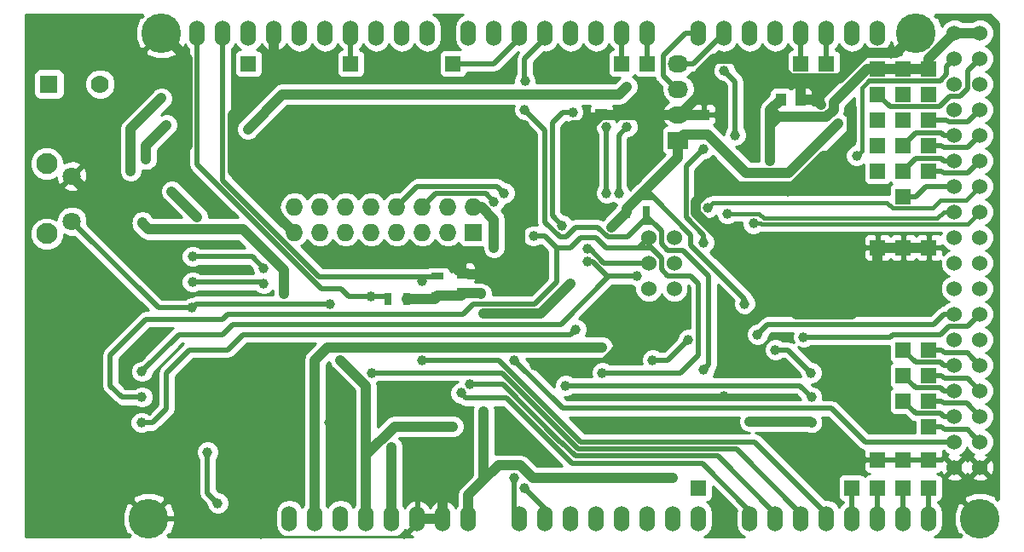
<source format=gbl>
G04 #@! TF.FileFunction,Copper,L2,Bot,Signal*
%FSLAX46Y46*%
G04 Gerber Fmt 4.6, Leading zero omitted, Abs format (unit mm)*
G04 Created by KiCad (PCBNEW 4.0.2-4+6225~38~ubuntu14.04.1-stable) date Fri 18 Mar 2016 20:44:09 GMT*
%MOMM*%
G01*
G04 APERTURE LIST*
%ADD10C,0.100000*%
%ADD11R,1.250000X1.000000*%
%ADD12R,1.000000X1.250000*%
%ADD13R,2.032000X1.727200*%
%ADD14O,2.032000X1.727200*%
%ADD15R,1.727200X1.727200*%
%ADD16O,1.727200X1.727200*%
%ADD17R,1.524000X1.524000*%
%ADD18R,0.700000X1.300000*%
%ADD19R,1.300000X0.700000*%
%ADD20R,1.778000X1.778000*%
%ADD21C,1.778000*%
%ADD22C,1.800000*%
%ADD23C,2.100000*%
%ADD24O,1.524000X2.540000*%
%ADD25C,3.937000*%
%ADD26C,1.524000*%
%ADD27C,1.000000*%
%ADD28C,1.024000*%
%ADD29C,0.508000*%
%ADD30C,0.381000*%
%ADD31C,0.254000*%
G04 APERTURE END LIST*
D10*
D11*
X193040000Y-91408000D03*
X193040000Y-89408000D03*
X169164000Y-107172000D03*
X169164000Y-105172000D03*
D12*
X200692000Y-87884000D03*
X202692000Y-87884000D03*
D11*
X182880000Y-87392000D03*
X182880000Y-89392000D03*
D13*
X190500000Y-91948000D03*
D14*
X190500000Y-89408000D03*
X190500000Y-86868000D03*
X190500000Y-84328000D03*
D15*
X170180000Y-101092000D03*
D16*
X170180000Y-98552000D03*
X167640000Y-101092000D03*
X167640000Y-98552000D03*
X165100000Y-101092000D03*
X165100000Y-98552000D03*
X162560000Y-101092000D03*
X162560000Y-98552000D03*
X160020000Y-101092000D03*
X160020000Y-98552000D03*
X157480000Y-101092000D03*
X157480000Y-98552000D03*
X154940000Y-101092000D03*
X154940000Y-98552000D03*
X152400000Y-101092000D03*
X152400000Y-98552000D03*
D17*
X207772000Y-126492000D03*
X210312000Y-126492000D03*
X212852000Y-126492000D03*
X215392000Y-126492000D03*
X215392000Y-120396000D03*
X215392000Y-117856000D03*
X212852000Y-117856000D03*
X215392000Y-115316000D03*
X212852000Y-115316000D03*
X215392000Y-112776000D03*
X212852000Y-112776000D03*
X147828000Y-84328000D03*
X157988000Y-84328000D03*
X168148000Y-84328000D03*
X184912000Y-84328000D03*
X187452000Y-84328000D03*
X202692000Y-84328000D03*
X205232000Y-84328000D03*
X210312000Y-87376000D03*
X212852000Y-87376000D03*
X215392000Y-87376000D03*
X212852000Y-89916000D03*
X215392000Y-89916000D03*
X212852000Y-92456000D03*
X215392000Y-92456000D03*
X212852000Y-94996000D03*
X215392000Y-94996000D03*
X212852000Y-97536000D03*
X210312000Y-89916000D03*
X210312000Y-94996000D03*
X210312000Y-92456000D03*
X210312000Y-84836000D03*
X212852000Y-84836000D03*
X215392000Y-84836000D03*
X212852000Y-102616000D03*
X215392000Y-102616000D03*
X210312000Y-102616000D03*
D18*
X163576000Y-107696000D03*
X161676000Y-107696000D03*
D19*
X166624000Y-107376000D03*
X166624000Y-105476000D03*
D18*
X185420000Y-99060000D03*
X187320000Y-99060000D03*
D20*
X128016000Y-86360000D03*
D21*
X133096000Y-86360000D03*
D22*
X130282000Y-100004000D03*
X130282000Y-95504000D03*
D23*
X127782000Y-101254000D03*
X127782000Y-94254000D03*
D17*
X210312000Y-123698000D03*
X212852000Y-123698000D03*
X215392000Y-123698000D03*
D24*
X192532000Y-81280000D03*
X195072000Y-81280000D03*
X197612000Y-81280000D03*
X200152000Y-81280000D03*
X202692000Y-81280000D03*
X205232000Y-81280000D03*
X207772000Y-81280000D03*
X210312000Y-81280000D03*
X215392000Y-129540000D03*
X212852000Y-129540000D03*
X210312000Y-129540000D03*
X207772000Y-129540000D03*
X197612000Y-129540000D03*
X192532000Y-129540000D03*
X189992000Y-129540000D03*
X200152000Y-129540000D03*
X202692000Y-129540000D03*
X205232000Y-129540000D03*
X187452000Y-129540000D03*
X184912000Y-129540000D03*
X182372000Y-129540000D03*
X174752000Y-129540000D03*
X177292000Y-129540000D03*
X179832000Y-129540000D03*
X169672000Y-129540000D03*
X167132000Y-129540000D03*
X164592000Y-129540000D03*
X159512000Y-129540000D03*
X156972000Y-129540000D03*
X187452000Y-81280000D03*
X184912000Y-81280000D03*
X182372000Y-81280000D03*
X179832000Y-81280000D03*
X177292000Y-81280000D03*
X174752000Y-81280000D03*
X172212000Y-81280000D03*
X169672000Y-81280000D03*
X165608000Y-81280000D03*
X163068000Y-81280000D03*
X160528000Y-81280000D03*
X157988000Y-81280000D03*
X155448000Y-81280000D03*
X152908000Y-81280000D03*
X150368000Y-81280000D03*
X147828000Y-81280000D03*
X162052000Y-129540000D03*
D25*
X220472000Y-129540000D03*
X214122000Y-81280000D03*
X139192000Y-81280000D03*
X137922000Y-129540000D03*
D26*
X217932000Y-83820000D03*
X220472000Y-83820000D03*
X217932000Y-86360000D03*
X220472000Y-86360000D03*
X217932000Y-88900000D03*
X220472000Y-88900000D03*
X217932000Y-91440000D03*
X220472000Y-91440000D03*
X217932000Y-81280000D03*
X220472000Y-81280000D03*
X220472000Y-93980000D03*
X217932000Y-93980000D03*
X217932000Y-96520000D03*
X220472000Y-96520000D03*
X217932000Y-99060000D03*
X220472000Y-99060000D03*
X217932000Y-101600000D03*
X220472000Y-101600000D03*
X217932000Y-104140000D03*
X220472000Y-104140000D03*
X217932000Y-106680000D03*
X220472000Y-106680000D03*
X217932000Y-109220000D03*
X220472000Y-109220000D03*
X217932000Y-111760000D03*
X220472000Y-111760000D03*
X217932000Y-114300000D03*
X220472000Y-114300000D03*
X217932000Y-116840000D03*
X220472000Y-116840000D03*
X217932000Y-119380000D03*
X220472000Y-119380000D03*
X217932000Y-121920000D03*
X220472000Y-121920000D03*
X217932000Y-124460000D03*
X220472000Y-124460000D03*
D24*
X145288000Y-81280000D03*
X142748000Y-81280000D03*
D26*
X187579000Y-101600000D03*
X190119000Y-101600000D03*
X187579000Y-104140000D03*
X187579000Y-106680000D03*
X190119000Y-104140000D03*
X190119000Y-106680000D03*
D24*
X154432000Y-129540000D03*
X151892000Y-129540000D03*
D17*
X192532000Y-126492000D03*
D27*
X170942000Y-107188000D03*
X171196000Y-109170002D03*
X197104000Y-108204000D03*
X139192000Y-87779860D03*
X136144000Y-94996000D03*
X137292000Y-100076000D03*
X151384000Y-107188000D03*
X156972000Y-113792000D03*
X168148000Y-120396000D03*
X179816000Y-106172000D03*
X206380000Y-90292000D03*
X183896000Y-100584000D03*
X201422000Y-97028000D03*
X206248000Y-93472000D03*
X207772000Y-88806020D03*
X196342000Y-113792000D03*
X207772000Y-109220000D03*
X195072000Y-129794000D03*
X182372000Y-85344000D03*
X195072000Y-117348000D03*
X192024000Y-120396000D03*
X173228000Y-120660027D03*
X184404000Y-110236000D03*
X176276000Y-114300000D03*
X168148000Y-103632000D03*
X147828000Y-123952000D03*
X155816536Y-120027464D03*
X151892000Y-116332000D03*
X146304000Y-89408000D03*
X141793990Y-92489020D03*
X169672000Y-121920000D03*
X159004000Y-103124000D03*
X208748000Y-113665000D03*
X175260000Y-90424000D03*
X180020000Y-90424000D03*
X176116000Y-104013000D03*
X204724000Y-88392000D03*
X147752327Y-90856327D03*
X139700000Y-90424000D03*
X137668000Y-93848000D03*
X142748000Y-99568000D03*
X140208000Y-97028000D03*
X162052000Y-122428000D03*
X185420000Y-86614000D03*
X199644000Y-93980000D03*
X199644000Y-90424000D03*
X182960000Y-115062000D03*
X176116000Y-101473000D03*
X137240000Y-117475000D03*
X186436000Y-105410000D03*
X137240000Y-114935000D03*
X181516000Y-104013000D03*
X174244000Y-125476000D03*
X175260000Y-126492000D03*
X149352000Y-106172000D03*
X142280000Y-106045000D03*
X149352000Y-104648000D03*
X142280000Y-103505000D03*
X193040000Y-114792000D03*
X175260000Y-88900000D03*
X175271143Y-86080921D03*
X193040000Y-102108000D03*
X195072000Y-85032010D03*
X196156130Y-91459109D03*
X193040000Y-92797452D03*
X187960000Y-113792000D03*
X191516000Y-111760000D03*
X182960000Y-112522000D03*
X172212000Y-102616000D03*
X171171742Y-118872000D03*
X203748000Y-120015000D03*
X197612000Y-119888000D03*
X189992000Y-125476000D03*
X178982587Y-100417413D03*
X180020000Y-89154000D03*
X203748000Y-117475000D03*
X179324000Y-116332000D03*
X160060000Y-115062000D03*
X165060000Y-113792000D03*
X168918246Y-117085754D03*
X169766775Y-116237225D03*
X160020000Y-107442000D03*
X165100000Y-105918000D03*
X172212000Y-98044000D03*
X185420000Y-90620010D03*
X184588003Y-97200990D03*
X173228000Y-97200990D03*
X183388000Y-97200990D03*
X183388000Y-90620010D03*
X208214000Y-93472000D03*
X174244000Y-113792000D03*
X193468198Y-98631802D03*
X195367884Y-99272116D03*
X197967556Y-100228444D03*
X137200000Y-120015000D03*
X180340000Y-110744000D03*
X181516000Y-102743000D03*
X144780000Y-128016000D03*
X143764000Y-122936000D03*
X155956000Y-108204000D03*
X142240000Y-108585000D03*
X203708000Y-115062000D03*
X200152000Y-112776000D03*
X202946000Y-111506000D03*
X198374000Y-111252000D03*
D28*
X169164000Y-107172000D02*
X170926000Y-107172000D01*
X170926000Y-107172000D02*
X170942000Y-107188000D01*
X166624000Y-107376000D02*
X168960000Y-107376000D01*
X168960000Y-107376000D02*
X169164000Y-107172000D01*
X163576000Y-107696000D02*
X166304000Y-107696000D01*
X166304000Y-107696000D02*
X166624000Y-107376000D01*
X179816000Y-106172000D02*
X176817998Y-109170002D01*
X176817998Y-109170002D02*
X171196000Y-109170002D01*
D29*
X188087000Y-97663000D02*
X186517000Y-97663000D01*
X186690000Y-97790000D02*
X186690000Y-97490000D01*
X186644000Y-97790000D02*
X186690000Y-97790000D01*
X186517000Y-97663000D02*
X186644000Y-97790000D01*
X187175000Y-97005000D02*
X187429000Y-97005000D01*
X197104000Y-107696000D02*
X197104000Y-108204000D01*
X191770000Y-102362000D02*
X197104000Y-107696000D01*
X191770000Y-101346000D02*
X191770000Y-102362000D01*
X187429000Y-97005000D02*
X188087000Y-97663000D01*
X188087000Y-97663000D02*
X191770000Y-101346000D01*
D28*
X136144000Y-94996000D02*
X136144000Y-90827860D01*
X136144000Y-90827860D02*
X139192000Y-87779860D01*
X137876008Y-100792008D02*
X137292000Y-100208000D01*
X137292000Y-100208000D02*
X137292000Y-100076000D01*
X151384000Y-107188000D02*
X151384000Y-104886238D01*
X151384000Y-104886238D02*
X147289770Y-100792008D01*
X147289770Y-100792008D02*
X137876008Y-100792008D01*
X159512000Y-116332000D02*
X156972000Y-113792000D01*
X159512000Y-123236989D02*
X159512000Y-116332000D01*
X159512000Y-129540000D02*
X159512000Y-123444000D01*
X168148000Y-120396000D02*
X162352989Y-120396000D01*
X162352989Y-120396000D02*
X159512000Y-123236989D01*
X159512000Y-123236989D02*
X159512000Y-123444000D01*
X185420000Y-99060000D02*
X185420000Y-98760000D01*
X185420000Y-98760000D02*
X186690000Y-97490000D01*
X186690000Y-97490000D02*
X187175000Y-97005000D01*
X187175000Y-97005000D02*
X190500000Y-93680000D01*
X190500000Y-93680000D02*
X190500000Y-91948000D01*
X183896000Y-100584000D02*
X185420000Y-99060000D01*
X190500000Y-91948000D02*
X191040000Y-91408000D01*
X191040000Y-91408000D02*
X193040000Y-91408000D01*
X206380000Y-90292000D02*
X201467992Y-95204008D01*
X201467992Y-95204008D02*
X197240318Y-95204008D01*
X197240318Y-95204008D02*
X193444310Y-91408000D01*
X193444310Y-91408000D02*
X193040000Y-91408000D01*
X190500000Y-91948000D02*
X190652400Y-91948000D01*
D30*
X201422000Y-97028000D02*
X201422000Y-96520000D01*
D28*
X207772000Y-91948000D02*
X207772000Y-88806020D01*
X204931011Y-93472000D02*
X206248000Y-93472000D01*
X201422000Y-96520000D02*
X201883011Y-96520000D01*
X201883011Y-96520000D02*
X204931011Y-93472000D01*
X201422000Y-96520000D02*
X193786238Y-96520000D01*
X193786238Y-96520000D02*
X192256197Y-98050041D01*
X192256197Y-98050041D02*
X192256197Y-99213563D01*
X206248000Y-93472000D02*
X207772000Y-91948000D01*
X192256197Y-99213563D02*
X200064317Y-107021683D01*
D29*
X200064317Y-107021683D02*
X196342000Y-110744000D01*
X196342000Y-110744000D02*
X196342000Y-113792000D01*
D28*
X207772000Y-109220000D02*
X210312000Y-106680000D01*
X202262634Y-109220000D02*
X207772000Y-109220000D01*
X200064317Y-107021683D02*
X202262634Y-109220000D01*
X210312000Y-106680000D02*
X210312000Y-102616000D01*
X131298000Y-96520000D02*
X137763010Y-96520000D01*
X137763010Y-96520000D02*
X141781990Y-92501020D01*
X130282000Y-95504000D02*
X131298000Y-96520000D01*
X141781990Y-92501020D02*
X141781990Y-92489020D01*
X141781990Y-92501020D02*
X141781990Y-83869990D01*
X141781990Y-83869990D02*
X139192000Y-81280000D01*
D29*
X184404000Y-112444144D02*
X184404000Y-110236000D01*
X176784000Y-113792000D02*
X183056144Y-113792000D01*
X183056144Y-113792000D02*
X184404000Y-112444144D01*
X176276000Y-114300000D02*
X176784000Y-113792000D01*
X169164000Y-105172000D02*
X169164000Y-104902000D01*
X169164000Y-104902000D02*
X168148000Y-103632000D01*
D31*
X148844000Y-124968000D02*
X147828000Y-123952000D01*
X149352000Y-124968000D02*
X149352000Y-118872000D01*
X149352000Y-131318000D02*
X149352000Y-124968000D01*
X149352000Y-124968000D02*
X148844000Y-124968000D01*
X149352000Y-118872000D02*
X151892000Y-116332000D01*
X149352000Y-131318000D02*
X163322000Y-131318000D01*
X149098000Y-131318000D02*
X149352000Y-131318000D01*
D28*
X152400000Y-101092000D02*
X146304000Y-94996000D01*
X146304000Y-94996000D02*
X146304000Y-89408000D01*
X146304000Y-89408000D02*
X150368000Y-85344000D01*
X150368000Y-85344000D02*
X150368000Y-81280000D01*
D29*
X141698980Y-92489020D02*
X141793990Y-92489020D01*
X147320000Y-129540000D02*
X149098000Y-131318000D01*
X163322000Y-131318000D02*
X164592000Y-130048000D01*
X164592000Y-130048000D02*
X164592000Y-129540000D01*
X137922000Y-129540000D02*
X147320000Y-129540000D01*
D28*
X167132000Y-129540000D02*
X164592000Y-129540000D01*
X169672000Y-124706000D02*
X169672000Y-121920000D01*
X167132000Y-129540000D02*
X167132000Y-127246000D01*
X167132000Y-127246000D02*
X169672000Y-124706000D01*
X169164000Y-105172000D02*
X174465000Y-105664000D01*
X174465000Y-105664000D02*
X176116000Y-104013000D01*
X215392000Y-102616000D02*
X212852000Y-102616000D01*
X210312000Y-102616000D02*
X212852000Y-102616000D01*
X190500000Y-89408000D02*
X193040000Y-89408000D01*
X166499000Y-103124000D02*
X159004000Y-103124000D01*
X169164000Y-105172000D02*
X169039000Y-105172000D01*
X169039000Y-105172000D02*
X166499000Y-103124000D01*
X214122000Y-81280000D02*
X212139990Y-83262010D01*
X212139990Y-83262010D02*
X209080388Y-83262010D01*
X209080388Y-83262010D02*
X209080388Y-83285214D01*
X209080388Y-83285214D02*
X206563601Y-85802001D01*
X206563601Y-85802001D02*
X202692000Y-85802001D01*
X192684400Y-87376000D02*
X190652400Y-89408000D01*
X194056000Y-83820000D02*
X192684400Y-85191600D01*
X192684400Y-85191600D02*
X192684400Y-87376000D01*
X199644000Y-83820000D02*
X194056000Y-83820000D01*
X201626001Y-85802001D02*
X199644000Y-83820000D01*
X176116000Y-104013000D02*
X175641000Y-104013000D01*
X175641000Y-104013000D02*
X174760001Y-103132001D01*
X174760001Y-103132001D02*
X174760001Y-90923999D01*
X174760001Y-90923999D02*
X175260000Y-90424000D01*
X180020000Y-90424000D02*
X181819000Y-90424000D01*
X182835000Y-89408000D02*
X188460000Y-89408000D01*
X181819000Y-90424000D02*
X182835000Y-89408000D01*
X188460000Y-89408000D02*
X190500000Y-89408000D01*
X202692000Y-85802001D02*
X201626001Y-85802001D01*
X202692000Y-87884000D02*
X202692000Y-85802001D01*
X190652400Y-89408000D02*
X190500000Y-89408000D01*
X202692000Y-87884000D02*
X204216000Y-87884000D01*
X204216000Y-87884000D02*
X204724000Y-88392000D01*
X182880000Y-87392000D02*
X151216654Y-87392000D01*
X151216654Y-87392000D02*
X147752327Y-90856327D01*
X137668000Y-93848000D02*
X137668000Y-92456000D01*
X137668000Y-92456000D02*
X139700000Y-90424000D01*
X140208000Y-97028000D02*
X142748000Y-99568000D01*
X162052000Y-129540000D02*
X162052000Y-122428000D01*
X209296000Y-84836000D02*
X205948008Y-88183992D01*
X205948008Y-88183992D02*
X205948008Y-88899002D01*
X205948008Y-88899002D02*
X205231002Y-89616008D01*
X210312000Y-84836000D02*
X209296000Y-84836000D01*
X217932000Y-81280000D02*
X220472000Y-81280000D01*
X182880000Y-87392000D02*
X184642000Y-87392000D01*
X184642000Y-87392000D02*
X185420000Y-86614000D01*
X215392000Y-84836000D02*
X215392000Y-83820000D01*
X215392000Y-83820000D02*
X217932000Y-81280000D01*
X212852000Y-84836000D02*
X215392000Y-84836000D01*
X210312000Y-84836000D02*
X212852000Y-84836000D01*
X199644000Y-90424000D02*
X200328008Y-89739992D01*
X200328008Y-89739992D02*
X200328008Y-89616008D01*
X205231002Y-89616008D02*
X200328008Y-89616008D01*
X200328008Y-89616008D02*
X199644000Y-88932000D01*
X199644000Y-90424000D02*
X199644000Y-88932000D01*
X199644000Y-88932000D02*
X200692000Y-87884000D01*
X199644000Y-90424000D02*
X199644000Y-93030000D01*
X199644000Y-93030000D02*
X199644000Y-93980000D01*
D29*
X176276000Y-108204000D02*
X170180000Y-108204000D01*
X170180000Y-108204000D02*
X169164000Y-109220000D01*
X186563000Y-102616000D02*
X187833000Y-102616000D01*
X187579000Y-101600000D02*
X187579000Y-102362000D01*
X187579000Y-102362000D02*
X187833000Y-102616000D01*
X187833000Y-102616000D02*
X188849000Y-103632000D01*
X191770000Y-105410000D02*
X192532000Y-106172000D01*
X189484000Y-105410000D02*
X191770000Y-105410000D01*
X188849000Y-104775000D02*
X189484000Y-105410000D01*
X188849000Y-103632000D02*
X188849000Y-104775000D01*
X192532000Y-106172000D02*
X192532000Y-113284000D01*
X192532000Y-113284000D02*
X190754000Y-115062000D01*
X190754000Y-115062000D02*
X182960000Y-115062000D01*
X178435000Y-102616000D02*
X179832000Y-102616000D01*
X182372000Y-101600000D02*
X180848000Y-101600000D01*
X180848000Y-101600000D02*
X179832000Y-102616000D01*
X183388000Y-102616000D02*
X182372000Y-101600000D01*
X183896000Y-102616000D02*
X186563000Y-102616000D01*
X183896000Y-102616000D02*
X183388000Y-102616000D01*
X178435000Y-102616000D02*
X178435000Y-106045000D01*
X178435000Y-106045000D02*
X176276000Y-108204000D01*
X169164000Y-109220000D02*
X145796000Y-109220000D01*
X145796000Y-109220000D02*
X145288000Y-109728000D01*
X145288000Y-109728000D02*
X137668000Y-109728000D01*
X137668000Y-109728000D02*
X134112000Y-113284000D01*
X134112000Y-113284000D02*
X134112000Y-116332000D01*
X134112000Y-116332000D02*
X135255000Y-117475000D01*
X135255000Y-117475000D02*
X137240000Y-117475000D01*
X177292000Y-101473000D02*
X178308000Y-102489000D01*
X178308000Y-102489000D02*
X178435000Y-102616000D01*
X177292000Y-101473000D02*
X176116000Y-101473000D01*
X186563000Y-102616000D02*
X187579000Y-101600000D01*
X183601933Y-105463999D02*
X178829932Y-110236000D01*
X146304000Y-110236000D02*
X145288000Y-111252000D01*
X178829932Y-110236000D02*
X146304000Y-110236000D01*
X186436000Y-105410000D02*
X186436000Y-105463999D01*
X186436000Y-105463999D02*
X186436000Y-105410000D01*
X186436000Y-105410000D02*
X186436000Y-105463999D01*
X181516000Y-104013000D02*
X181991000Y-104013000D01*
X181991000Y-104013000D02*
X183441999Y-105463999D01*
X183441999Y-105463999D02*
X183601933Y-105463999D01*
X145288000Y-111252000D02*
X140923000Y-111252000D01*
X140923000Y-111252000D02*
X137240000Y-114935000D01*
X186436000Y-105463999D02*
X183601933Y-105463999D01*
X174244000Y-125476000D02*
X174244000Y-129032000D01*
X174244000Y-129032000D02*
X174752000Y-129540000D01*
X175260000Y-126492000D02*
X177292000Y-128524000D01*
X177292000Y-128524000D02*
X177292000Y-129540000D01*
X142280000Y-106045000D02*
X149225000Y-106045000D01*
X149225000Y-106045000D02*
X149352000Y-106172000D01*
X142280000Y-103505000D02*
X148209000Y-103505000D01*
X148209000Y-103505000D02*
X149352000Y-104648000D01*
X189484000Y-102870000D02*
X191008000Y-102870000D01*
X191008000Y-102870000D02*
X193548000Y-105410000D01*
X188267999Y-100383999D02*
X188849000Y-100965000D01*
X188849000Y-102235000D02*
X189484000Y-102870000D01*
X188849000Y-100965000D02*
X188849000Y-102235000D01*
X193548000Y-114284000D02*
X193040000Y-114792000D01*
X193548000Y-105410000D02*
X193548000Y-114284000D01*
X177292000Y-90932000D02*
X177292000Y-100076000D01*
X175260000Y-88900000D02*
X177292000Y-90932000D01*
X175260000Y-83820000D02*
X175260000Y-86069778D01*
X175260000Y-86069778D02*
X175271143Y-86080921D01*
X177292000Y-81280000D02*
X177292000Y-81788000D01*
X177292000Y-81788000D02*
X175260000Y-83820000D01*
X186944000Y-100076000D02*
X186636001Y-100383999D01*
X187320000Y-99700000D02*
X186944000Y-100076000D01*
X187320000Y-99436000D02*
X187960000Y-100076000D01*
X187960000Y-100076000D02*
X188267999Y-100383999D01*
X186944000Y-100076000D02*
X187960000Y-100076000D01*
X187320000Y-99060000D02*
X187320000Y-99700000D01*
X187320000Y-99060000D02*
X187320000Y-99436000D01*
X179373991Y-101550009D02*
X180340000Y-100584000D01*
X177292000Y-100076000D02*
X178766009Y-101550009D01*
X178766009Y-101550009D02*
X179373991Y-101550009D01*
X180340000Y-100584000D02*
X182529856Y-100584000D01*
X182529856Y-100584000D02*
X183495865Y-101550009D01*
X183495865Y-101550009D02*
X185469991Y-101550009D01*
X185469991Y-101550009D02*
X186636001Y-100383999D01*
X177458587Y-81446587D02*
X177292000Y-81280000D01*
X193040000Y-102108000D02*
X193040000Y-101363510D01*
X193040000Y-101363510D02*
X191290187Y-99613697D01*
X196156130Y-91459109D02*
X196156130Y-86116140D01*
X196156130Y-86116140D02*
X195072000Y-85032010D01*
X191290187Y-95221813D02*
X191290187Y-94547265D01*
X191290187Y-94547265D02*
X193040000Y-92797452D01*
X191290187Y-99613697D02*
X191290187Y-95221813D01*
X187960000Y-113792000D02*
X189484000Y-113792000D01*
X189484000Y-113792000D02*
X191516000Y-111760000D01*
D28*
X155702000Y-112522000D02*
X154432000Y-113792000D01*
X154432000Y-113792000D02*
X154432000Y-129540000D01*
X182960000Y-112522000D02*
X155702000Y-112522000D01*
X171171742Y-118872000D02*
X171171742Y-125697742D01*
X169672000Y-127246000D02*
X171196000Y-125722000D01*
X171196000Y-125722000D02*
X172654001Y-124263999D01*
X171171742Y-125697742D02*
X171196000Y-125722000D01*
X172212000Y-102616000D02*
X172212000Y-99837762D01*
X172212000Y-99837762D02*
X170999999Y-98625761D01*
X170999999Y-98625761D02*
X170999999Y-98552000D01*
X170180000Y-98552000D02*
X170999999Y-98552000D01*
X197612000Y-119888000D02*
X203621000Y-119888000D01*
X203621000Y-119888000D02*
X203748000Y-120015000D01*
X169672000Y-129540000D02*
X169672000Y-127246000D01*
X172654001Y-124263999D02*
X174825761Y-124263999D01*
X174825761Y-124263999D02*
X176037762Y-125476000D01*
X176037762Y-125476000D02*
X189992000Y-125476000D01*
D29*
X178000010Y-90223990D02*
X178000010Y-99434836D01*
X178000010Y-99434836D02*
X178982587Y-100417413D01*
X178000010Y-90223990D02*
X179070000Y-89154000D01*
X179070000Y-89154000D02*
X180020000Y-89154000D01*
X202184000Y-116332000D02*
X202605000Y-116332000D01*
X202605000Y-116332000D02*
X203748000Y-117475000D01*
X179324000Y-116332000D02*
X202184000Y-116332000D01*
X160060000Y-115062000D02*
X172988724Y-115062000D01*
X172988724Y-115062000D02*
X180554733Y-122628009D01*
X180554733Y-122628009D02*
X196288010Y-122628010D01*
X196288010Y-122628010D02*
X202692000Y-129032000D01*
X202692000Y-129032000D02*
X202692000Y-129540000D01*
X198120000Y-121920000D02*
X180848000Y-121920000D01*
X165060000Y-113792000D02*
X172720000Y-113792000D01*
X172720000Y-113792000D02*
X180848000Y-121920000D01*
X205232000Y-129540000D02*
X205232000Y-129032000D01*
X205232000Y-129032000D02*
X198120000Y-121920000D01*
X197612000Y-129540000D02*
X197612000Y-128778000D01*
X197612000Y-128778000D02*
X192878022Y-124044022D01*
X180261468Y-124044022D02*
X180261468Y-124044030D01*
X192878022Y-124044022D02*
X180261468Y-124044022D01*
X168918246Y-117085754D02*
X169418245Y-117585753D01*
X169418245Y-117585753D02*
X173480477Y-117585753D01*
X173480477Y-117585753D02*
X179938754Y-124044030D01*
X179938754Y-124044030D02*
X180261468Y-124044030D01*
X169766775Y-116237225D02*
X173133225Y-116237225D01*
X173133225Y-116237225D02*
X178816000Y-121920000D01*
X178816000Y-121920000D02*
X178845448Y-121920000D01*
X178845448Y-121920000D02*
X180261468Y-123336020D01*
X180261468Y-123336020D02*
X194456020Y-123336020D01*
X200152000Y-129032000D02*
X200152000Y-129540000D01*
X194456020Y-123336020D02*
X200152000Y-129032000D01*
X157762000Y-107442000D02*
X160020000Y-107442000D01*
X157000000Y-106680000D02*
X157762000Y-107442000D01*
X142748000Y-94391327D02*
X142748000Y-93472000D01*
X142748000Y-81280000D02*
X142748000Y-93472000D01*
X157000000Y-106680000D02*
X155036673Y-106680000D01*
X155036673Y-106680000D02*
X142748000Y-94391327D01*
X160020000Y-107442000D02*
X161422000Y-107442000D01*
X161422000Y-107442000D02*
X161676000Y-107696000D01*
X165100000Y-105496025D02*
X165100000Y-105918000D01*
X166603975Y-105496025D02*
X165100000Y-105496025D01*
X165100000Y-105496025D02*
X154853975Y-105496025D01*
X145288000Y-95930050D02*
X145288000Y-83058000D01*
X145288000Y-83058000D02*
X145288000Y-81280000D01*
X154853975Y-105496025D02*
X145288000Y-95930050D01*
X166603975Y-105496025D02*
X166624000Y-105476000D01*
X190500000Y-86868000D02*
X190347600Y-86868000D01*
X191262000Y-81280000D02*
X192532000Y-81280000D01*
X190347600Y-86868000D02*
X189029990Y-85550390D01*
X189029990Y-85550390D02*
X189029990Y-83512010D01*
X189029990Y-83512010D02*
X191262000Y-81280000D01*
X190500000Y-84328000D02*
X192024000Y-84328000D01*
X192024000Y-84328000D02*
X195072000Y-81280000D01*
X166423990Y-97228010D02*
X171396010Y-97228010D01*
X171396010Y-97228010D02*
X172212000Y-98044000D01*
X165100000Y-98552000D02*
X166423990Y-97228010D01*
X184588003Y-97200990D02*
X184588003Y-91452007D01*
X184588003Y-91452007D02*
X185420000Y-90620010D01*
X162560000Y-98552000D02*
X164592000Y-96520000D01*
X164592000Y-96520000D02*
X172547010Y-96520000D01*
X173228000Y-97200990D02*
X172547010Y-96520000D01*
X183388000Y-90620010D02*
X183388000Y-97200990D01*
X183388000Y-97028000D02*
X183388000Y-97200990D01*
X207772000Y-126492000D02*
X207772000Y-129540000D01*
X210312000Y-126492000D02*
X210312000Y-129540000D01*
X212852000Y-126492000D02*
X212852000Y-129540000D01*
X215392000Y-126492000D02*
X215392000Y-129540000D01*
X215392000Y-120396000D02*
X216662000Y-120396000D01*
X216969999Y-120703999D02*
X219255999Y-120703999D01*
X216662000Y-120396000D02*
X216969999Y-120703999D01*
X219255999Y-120703999D02*
X219710001Y-121158001D01*
X219710001Y-121158001D02*
X220472000Y-121920000D01*
X220472000Y-119380000D02*
X219148001Y-118056001D01*
X219148001Y-118056001D02*
X216862001Y-118056001D01*
X216862001Y-118056001D02*
X216662000Y-117856000D01*
X216662000Y-117856000D02*
X215392000Y-117856000D01*
X217932000Y-119380000D02*
X216854370Y-119380000D01*
X216854370Y-119380000D02*
X216546371Y-119072001D01*
X216546371Y-119072001D02*
X214068001Y-119072001D01*
X214068001Y-119072001D02*
X212852000Y-117856000D01*
X220472000Y-116840000D02*
X219255999Y-115623999D01*
X219255999Y-115623999D02*
X216969999Y-115623999D01*
X216969999Y-115623999D02*
X216662000Y-115316000D01*
X216662000Y-115316000D02*
X215392000Y-115316000D01*
X217932000Y-116840000D02*
X216854370Y-116840000D01*
X216854370Y-116840000D02*
X216546371Y-116532001D01*
X216546371Y-116532001D02*
X214068001Y-116532001D01*
X214068001Y-116532001D02*
X212852000Y-115316000D01*
X215392000Y-112776000D02*
X216662000Y-112776000D01*
X219255999Y-113083999D02*
X219710001Y-113538001D01*
X216662000Y-112776000D02*
X216969999Y-113083999D01*
X216969999Y-113083999D02*
X219255999Y-113083999D01*
X219710001Y-113538001D02*
X220472000Y-114300000D01*
X217932000Y-114300000D02*
X216854370Y-114300000D01*
X216854370Y-114300000D02*
X216546371Y-113992001D01*
X216546371Y-113992001D02*
X214068001Y-113992001D01*
X214068001Y-113992001D02*
X212852000Y-112776000D01*
X157988000Y-81280000D02*
X157988000Y-84328000D01*
X168148000Y-84328000D02*
X172212000Y-84328000D01*
X172212000Y-84328000D02*
X174752000Y-81788000D01*
X174752000Y-81788000D02*
X174752000Y-81280000D01*
X184912000Y-81280000D02*
X184912000Y-84328000D01*
X202692000Y-84328000D02*
X202692000Y-81280000D01*
X205232000Y-84328000D02*
X205232000Y-81280000D01*
X210312000Y-87376000D02*
X211528001Y-88592001D01*
X211528001Y-88592001D02*
X216440317Y-88592001D01*
X216440317Y-88592001D02*
X217456317Y-87576001D01*
X217456317Y-87576001D02*
X218515681Y-87576001D01*
X219255999Y-85036001D02*
X219710001Y-84581999D01*
X219710001Y-84581999D02*
X220472000Y-83820000D01*
X218515681Y-87576001D02*
X219255999Y-86835683D01*
X219255999Y-86835683D02*
X219255999Y-85036001D01*
X215392000Y-89916000D02*
X217148318Y-89916000D01*
X217148318Y-89916000D02*
X217348319Y-90116001D01*
X217348319Y-90116001D02*
X219255999Y-90116001D01*
X219255999Y-90116001D02*
X219710001Y-89661999D01*
X219710001Y-89661999D02*
X220472000Y-88900000D01*
X217932000Y-91440000D02*
X216854370Y-91440000D01*
X216854370Y-91440000D02*
X216654369Y-91239999D01*
X216654369Y-91239999D02*
X214068001Y-91239999D01*
X214068001Y-91239999D02*
X212852000Y-92456000D01*
X215392000Y-92456000D02*
X216662000Y-92456000D01*
X216662000Y-92456000D02*
X216862001Y-92656001D01*
X219710001Y-92201999D02*
X220472000Y-91440000D01*
X216862001Y-92656001D02*
X219255999Y-92656001D01*
X219255999Y-92656001D02*
X219710001Y-92201999D01*
X217932000Y-93980000D02*
X216854370Y-93980000D01*
X216854370Y-93980000D02*
X216654369Y-93779999D01*
X216654369Y-93779999D02*
X214068001Y-93779999D01*
X214068001Y-93779999D02*
X212852000Y-94996000D01*
X215392000Y-94996000D02*
X216662000Y-94996000D01*
X216662000Y-94996000D02*
X216862001Y-95196001D01*
X216862001Y-95196001D02*
X219255999Y-95196001D01*
X219255999Y-95196001D02*
X219710001Y-94741999D01*
X219710001Y-94741999D02*
X220472000Y-93980000D01*
X212852000Y-97536000D02*
X214122000Y-97536000D01*
X214122000Y-97536000D02*
X215138000Y-96520000D01*
X215138000Y-96520000D02*
X216854370Y-96520000D01*
X216854370Y-96520000D02*
X217932000Y-96520000D01*
D30*
X208788000Y-92964000D02*
X208280000Y-93472000D01*
X208280000Y-93472000D02*
X208214000Y-93472000D01*
X209446143Y-86052001D02*
X208788000Y-86710144D01*
X208788000Y-86710144D02*
X208788000Y-92964000D01*
D29*
X217932000Y-83820000D02*
X217170001Y-84581999D01*
X216517201Y-86052001D02*
X209446143Y-86052001D01*
X217170001Y-84581999D02*
X217170001Y-85399201D01*
X217170001Y-85399201D02*
X216517201Y-86052001D01*
X174244000Y-113792000D02*
X179060856Y-118608856D01*
X179060856Y-118608856D02*
X205740000Y-118608856D01*
X205740000Y-118608856D02*
X209051144Y-121920000D01*
X209051144Y-121920000D02*
X217932000Y-121920000D01*
D30*
X193468198Y-98631802D02*
X193968197Y-98131803D01*
X193968197Y-98131803D02*
X211220901Y-98131803D01*
X211220901Y-98131803D02*
X211777599Y-98688501D01*
X211777599Y-98688501D02*
X215763499Y-98688501D01*
X215763499Y-98688501D02*
X216544501Y-97907499D01*
X219084501Y-97907499D02*
X216544501Y-97907499D01*
X220472000Y-96520000D02*
X219084501Y-97907499D01*
X195367884Y-99272116D02*
X198540006Y-99272116D01*
X198540006Y-99272116D02*
X198978142Y-99710252D01*
X198978142Y-99710252D02*
X216204118Y-99710252D01*
X216204118Y-99710252D02*
X216854370Y-99060000D01*
X216854370Y-99060000D02*
X217932000Y-99060000D01*
X219240738Y-100291262D02*
X198737480Y-100291262D01*
X198737480Y-100291262D02*
X198674662Y-100228444D01*
X198674662Y-100228444D02*
X197967556Y-100228444D01*
X220472000Y-99060000D02*
X219240738Y-100291262D01*
D29*
X180340000Y-110744000D02*
X179832000Y-111252000D01*
X147320000Y-111252000D02*
X179832000Y-111252000D01*
X145796000Y-112776000D02*
X147320000Y-111252000D01*
X141986000Y-112776000D02*
X145796000Y-112776000D01*
X139700000Y-115062000D02*
X141986000Y-112776000D01*
X139700000Y-118618000D02*
X139700000Y-115062000D01*
X138303000Y-120015000D02*
X139700000Y-118618000D01*
X138303000Y-120015000D02*
X137200000Y-120015000D01*
X187579000Y-104140000D02*
X183119276Y-104140000D01*
X183119276Y-104140000D02*
X181722276Y-102743000D01*
X181722276Y-102743000D02*
X181516000Y-102743000D01*
X143764000Y-122936000D02*
X143764000Y-127000000D01*
X143764000Y-127000000D02*
X144780000Y-128016000D01*
X142240000Y-108585000D02*
X138863000Y-108585000D01*
X138863000Y-108585000D02*
X130282000Y-100004000D01*
X155956000Y-108204000D02*
X142621000Y-108204000D01*
X142621000Y-108204000D02*
X142240000Y-108585000D01*
X187452000Y-81280000D02*
X187452000Y-84328000D01*
X201422000Y-112776000D02*
X203708000Y-115062000D01*
X200152000Y-112776000D02*
X201422000Y-112776000D01*
X211582000Y-111506000D02*
X211836000Y-111252000D01*
X202946000Y-111506000D02*
X211582000Y-111506000D01*
X216532320Y-111252000D02*
X217348319Y-110436001D01*
X211836000Y-111252000D02*
X216532320Y-111252000D01*
X219255999Y-110436001D02*
X219710001Y-109981999D01*
X217348319Y-110436001D02*
X219255999Y-110436001D01*
X219710001Y-109981999D02*
X220472000Y-109220000D01*
X217932000Y-109220000D02*
X216916000Y-109220000D01*
X215900000Y-110236000D02*
X199390000Y-110236000D01*
X216916000Y-109220000D02*
X215900000Y-110236000D01*
X198374000Y-111252000D02*
X199390000Y-110236000D01*
D31*
G36*
X137226936Y-79494544D02*
X137339716Y-79607324D01*
X136972270Y-79824252D01*
X136584147Y-80784518D01*
X136593045Y-81820216D01*
X136972270Y-82735748D01*
X137339718Y-82952677D01*
X139012395Y-81280000D01*
X138998253Y-81265858D01*
X139177858Y-81086253D01*
X139192000Y-81100395D01*
X139206143Y-81086253D01*
X139385748Y-81265858D01*
X139371605Y-81280000D01*
X141044282Y-82952677D01*
X141411730Y-82735748D01*
X141523568Y-82459047D01*
X141760172Y-82813149D01*
X141859000Y-82879184D01*
X141859000Y-94391327D01*
X141926671Y-94731533D01*
X142094828Y-94983197D01*
X142119382Y-95019945D01*
X146744445Y-99645008D01*
X143882934Y-99645008D01*
X143882948Y-99628585D01*
X143894999Y-99568000D01*
X143883053Y-99507944D01*
X143883197Y-99343225D01*
X143819742Y-99189653D01*
X143807690Y-99129062D01*
X143773667Y-99078143D01*
X143710767Y-98925914D01*
X143593374Y-98808316D01*
X143559051Y-98756948D01*
X141019051Y-96216949D01*
X140968134Y-96182927D01*
X140851765Y-96066355D01*
X140698305Y-96002633D01*
X140646938Y-95968310D01*
X140586876Y-95956363D01*
X140434756Y-95893197D01*
X140268585Y-95893052D01*
X140208000Y-95881001D01*
X140147944Y-95892947D01*
X139983225Y-95892803D01*
X139829653Y-95956258D01*
X139769062Y-95968310D01*
X139718143Y-96002333D01*
X139565914Y-96065233D01*
X139448314Y-96182628D01*
X139396949Y-96216949D01*
X139362927Y-96267866D01*
X139246355Y-96384235D01*
X139182633Y-96537695D01*
X139148310Y-96589062D01*
X139136363Y-96649124D01*
X139073197Y-96801244D01*
X139073052Y-96967415D01*
X139061001Y-97028000D01*
X139072947Y-97088056D01*
X139072803Y-97252775D01*
X139136258Y-97406347D01*
X139148310Y-97466938D01*
X139182333Y-97517857D01*
X139245233Y-97670086D01*
X139362628Y-97787686D01*
X139396949Y-97839051D01*
X141202905Y-99645008D01*
X138353271Y-99645008D01*
X138351690Y-99637062D01*
X138317667Y-99586143D01*
X138254767Y-99433914D01*
X138137372Y-99316314D01*
X138103051Y-99264949D01*
X138052134Y-99230927D01*
X137935765Y-99114355D01*
X137782305Y-99050633D01*
X137730938Y-99016310D01*
X137670876Y-99004363D01*
X137518756Y-98941197D01*
X137352590Y-98941052D01*
X137292000Y-98929000D01*
X137231940Y-98940947D01*
X137067225Y-98940803D01*
X136913654Y-99004258D01*
X136853062Y-99016310D01*
X136802143Y-99050333D01*
X136649914Y-99113233D01*
X136532314Y-99230628D01*
X136480949Y-99264949D01*
X136446927Y-99315866D01*
X136330355Y-99432235D01*
X136266633Y-99585695D01*
X136232310Y-99637062D01*
X136220363Y-99697124D01*
X136157197Y-99849244D01*
X136157052Y-100015410D01*
X136145000Y-100076000D01*
X136145000Y-100208000D01*
X136156832Y-100267484D01*
X136156803Y-100300775D01*
X136169628Y-100331814D01*
X136224399Y-100607167D01*
X136232310Y-100646938D01*
X136480949Y-101019051D01*
X137064956Y-101603059D01*
X137339239Y-101786329D01*
X137437070Y-101851698D01*
X137876008Y-101939008D01*
X146814668Y-101939008D01*
X147491660Y-102616000D01*
X142996283Y-102616000D01*
X142923765Y-102543355D01*
X142506756Y-102370197D01*
X142055225Y-102369803D01*
X141637914Y-102542233D01*
X141318355Y-102861235D01*
X141145197Y-103278244D01*
X141144803Y-103729775D01*
X141317233Y-104147086D01*
X141636235Y-104466645D01*
X142053244Y-104639803D01*
X142504775Y-104640197D01*
X142922086Y-104467767D01*
X142995982Y-104394000D01*
X147840764Y-104394000D01*
X148216893Y-104770129D01*
X148216803Y-104872775D01*
X148333830Y-105156000D01*
X142996283Y-105156000D01*
X142923765Y-105083355D01*
X142506756Y-104910197D01*
X142055225Y-104909803D01*
X141637914Y-105082233D01*
X141318355Y-105401235D01*
X141145197Y-105818244D01*
X141144803Y-106269775D01*
X141317233Y-106687086D01*
X141636235Y-107006645D01*
X142053244Y-107179803D01*
X142504775Y-107180197D01*
X142922086Y-107007767D01*
X142995982Y-106934000D01*
X148508938Y-106934000D01*
X148708235Y-107133645D01*
X149125244Y-107306803D01*
X149576775Y-107307197D01*
X149994086Y-107134767D01*
X150237000Y-106892276D01*
X150237000Y-107188000D01*
X150248947Y-107248060D01*
X150248888Y-107315000D01*
X142621000Y-107315000D01*
X142280794Y-107382671D01*
X142180109Y-107449947D01*
X142015225Y-107449803D01*
X141597914Y-107622233D01*
X141524018Y-107696000D01*
X139231236Y-107696000D01*
X131816758Y-100281522D01*
X131817265Y-99700009D01*
X131584068Y-99135629D01*
X131152643Y-98703449D01*
X130588670Y-98469267D01*
X129978009Y-98468735D01*
X129413629Y-98701932D01*
X128981449Y-99133357D01*
X128747267Y-99697330D01*
X128747146Y-99835801D01*
X128737722Y-99826360D01*
X128118638Y-99569293D01*
X127448303Y-99568708D01*
X126828771Y-99824694D01*
X126354360Y-100298278D01*
X126097293Y-100917362D01*
X126096708Y-101587697D01*
X126352694Y-102207229D01*
X126826278Y-102681640D01*
X127445362Y-102938707D01*
X128115697Y-102939292D01*
X128735229Y-102683306D01*
X129209640Y-102209722D01*
X129466707Y-101590638D01*
X129466937Y-101327630D01*
X129975330Y-101538733D01*
X130560006Y-101539242D01*
X137859764Y-108839000D01*
X137668000Y-108839000D01*
X137327794Y-108906671D01*
X137039382Y-109099382D01*
X133483382Y-112655382D01*
X133290671Y-112943794D01*
X133223000Y-113284000D01*
X133223000Y-116332000D01*
X133290671Y-116672206D01*
X133430176Y-116880990D01*
X133483382Y-116960618D01*
X134626382Y-118103618D01*
X134914794Y-118296329D01*
X135255000Y-118364000D01*
X136523717Y-118364000D01*
X136596235Y-118436645D01*
X137013244Y-118609803D01*
X137464775Y-118610197D01*
X137882086Y-118437767D01*
X138201645Y-118118765D01*
X138374803Y-117701756D01*
X138375197Y-117250225D01*
X138202767Y-116832914D01*
X137883765Y-116513355D01*
X137466756Y-116340197D01*
X137015225Y-116339803D01*
X136597914Y-116512233D01*
X136524018Y-116586000D01*
X135623236Y-116586000D01*
X135001000Y-115963764D01*
X135001000Y-113652236D01*
X138036236Y-110617000D01*
X140303933Y-110617000D01*
X140294382Y-110623382D01*
X137117871Y-113799893D01*
X137015225Y-113799803D01*
X136597914Y-113972233D01*
X136278355Y-114291235D01*
X136105197Y-114708244D01*
X136104803Y-115159775D01*
X136277233Y-115577086D01*
X136596235Y-115896645D01*
X137013244Y-116069803D01*
X137464775Y-116070197D01*
X137882086Y-115897767D01*
X138201645Y-115578765D01*
X138374803Y-115161756D01*
X138374894Y-115057342D01*
X141291236Y-112141000D01*
X141366933Y-112141000D01*
X141357382Y-112147382D01*
X139071382Y-114433382D01*
X138878671Y-114721794D01*
X138811000Y-115062000D01*
X138811000Y-118249764D01*
X137934764Y-119126000D01*
X137916283Y-119126000D01*
X137843765Y-119053355D01*
X137426756Y-118880197D01*
X136975225Y-118879803D01*
X136557914Y-119052233D01*
X136238355Y-119371235D01*
X136065197Y-119788244D01*
X136064803Y-120239775D01*
X136237233Y-120657086D01*
X136556235Y-120976645D01*
X136973244Y-121149803D01*
X137424775Y-121150197D01*
X137842086Y-120977767D01*
X137915982Y-120904000D01*
X138303000Y-120904000D01*
X138643206Y-120836329D01*
X138931618Y-120643618D01*
X140328618Y-119246618D01*
X140521329Y-118958206D01*
X140589000Y-118618000D01*
X140589000Y-115430236D01*
X142354236Y-113665000D01*
X145796000Y-113665000D01*
X146136206Y-113597329D01*
X146424618Y-113404618D01*
X147688236Y-112141000D01*
X154460897Y-112141000D01*
X153620949Y-112980949D01*
X153372310Y-113353062D01*
X153285000Y-113792000D01*
X153285000Y-128245068D01*
X153162000Y-128429150D01*
X152879828Y-128006851D01*
X152426609Y-127704019D01*
X151892000Y-127597679D01*
X151357391Y-127704019D01*
X150904172Y-128006851D01*
X150601340Y-128460070D01*
X150495000Y-128994679D01*
X150495000Y-130085321D01*
X150601340Y-130619930D01*
X150904172Y-131073149D01*
X151311025Y-131345000D01*
X139867520Y-131345000D01*
X139887064Y-131325456D01*
X139774284Y-131212676D01*
X140141730Y-130995748D01*
X140529853Y-130035482D01*
X140520955Y-128999784D01*
X140141730Y-128084252D01*
X139774282Y-127867323D01*
X138101605Y-129540000D01*
X138115748Y-129554143D01*
X137936143Y-129733748D01*
X137922000Y-129719605D01*
X137907858Y-129733748D01*
X137728253Y-129554143D01*
X137742395Y-129540000D01*
X136069718Y-127867323D01*
X135702270Y-128084252D01*
X135314147Y-129044518D01*
X135323045Y-130080216D01*
X135702270Y-130995748D01*
X136069716Y-131212676D01*
X135956936Y-131325456D01*
X135976480Y-131345000D01*
X125703000Y-131345000D01*
X125703000Y-127687718D01*
X136249323Y-127687718D01*
X137922000Y-129360395D01*
X139594677Y-127687718D01*
X139377748Y-127320270D01*
X138417482Y-126932147D01*
X137381784Y-126941045D01*
X136466252Y-127320270D01*
X136249323Y-127687718D01*
X125703000Y-127687718D01*
X125703000Y-123160775D01*
X142628803Y-123160775D01*
X142801233Y-123578086D01*
X142875000Y-123651982D01*
X142875000Y-127000000D01*
X142942671Y-127340206D01*
X143042304Y-127489317D01*
X143135382Y-127628618D01*
X143644893Y-128138129D01*
X143644803Y-128240775D01*
X143817233Y-128658086D01*
X144136235Y-128977645D01*
X144553244Y-129150803D01*
X145004775Y-129151197D01*
X145422086Y-128978767D01*
X145741645Y-128659765D01*
X145914803Y-128242756D01*
X145915197Y-127791225D01*
X145742767Y-127373914D01*
X145423765Y-127054355D01*
X145006756Y-126881197D01*
X144902342Y-126881106D01*
X144653000Y-126631764D01*
X144653000Y-123652283D01*
X144725645Y-123579765D01*
X144898803Y-123162756D01*
X144899197Y-122711225D01*
X144726767Y-122293914D01*
X144407765Y-121974355D01*
X143990756Y-121801197D01*
X143539225Y-121800803D01*
X143121914Y-121973233D01*
X142802355Y-122292235D01*
X142629197Y-122709244D01*
X142628803Y-123160775D01*
X125703000Y-123160775D01*
X125703000Y-96584159D01*
X129381446Y-96584159D01*
X129467852Y-96840643D01*
X130041336Y-97050458D01*
X130651460Y-97024839D01*
X131096148Y-96840643D01*
X131182554Y-96584159D01*
X130282000Y-95683605D01*
X129381446Y-96584159D01*
X125703000Y-96584159D01*
X125703000Y-94587697D01*
X126096708Y-94587697D01*
X126352694Y-95207229D01*
X126826278Y-95681640D01*
X127445362Y-95938707D01*
X128115697Y-95939292D01*
X128735229Y-95683306D01*
X128752454Y-95666111D01*
X128761161Y-95873460D01*
X128945357Y-96318148D01*
X129201841Y-96404554D01*
X130102395Y-95504000D01*
X130461605Y-95504000D01*
X131362159Y-96404554D01*
X131618643Y-96318148D01*
X131828458Y-95744664D01*
X131802839Y-95134540D01*
X131618643Y-94689852D01*
X131362159Y-94603446D01*
X130461605Y-95504000D01*
X130102395Y-95504000D01*
X130088253Y-95489858D01*
X130267858Y-95310253D01*
X130282000Y-95324395D01*
X131182554Y-94423841D01*
X131096148Y-94167357D01*
X130522664Y-93957542D01*
X129912540Y-93983161D01*
X129467852Y-94167357D01*
X129467074Y-94169665D01*
X129467292Y-93920303D01*
X129211306Y-93300771D01*
X128737722Y-92826360D01*
X128118638Y-92569293D01*
X127448303Y-92568708D01*
X126828771Y-92824694D01*
X126354360Y-93298278D01*
X126097293Y-93917362D01*
X126096708Y-94587697D01*
X125703000Y-94587697D01*
X125703000Y-90827860D01*
X134997000Y-90827860D01*
X134997000Y-94996000D01*
X135008947Y-95056060D01*
X135008803Y-95220775D01*
X135072258Y-95374346D01*
X135084310Y-95434938D01*
X135118333Y-95485857D01*
X135181233Y-95638086D01*
X135298628Y-95755686D01*
X135332949Y-95807051D01*
X135383866Y-95841073D01*
X135500235Y-95957645D01*
X135653695Y-96021367D01*
X135705062Y-96055690D01*
X135765124Y-96067637D01*
X135917244Y-96130803D01*
X136083410Y-96130948D01*
X136144000Y-96143000D01*
X136204060Y-96131053D01*
X136368775Y-96131197D01*
X136522346Y-96067742D01*
X136582938Y-96055690D01*
X136633857Y-96021667D01*
X136786086Y-95958767D01*
X136903686Y-95841372D01*
X136955051Y-95807051D01*
X136989073Y-95756134D01*
X137105645Y-95639765D01*
X137169367Y-95486305D01*
X137203690Y-95434938D01*
X137215637Y-95374876D01*
X137278803Y-95222756D01*
X137278948Y-95056590D01*
X137291000Y-94996000D01*
X137291000Y-94920416D01*
X137441244Y-94982803D01*
X137607410Y-94982948D01*
X137668000Y-94995000D01*
X137728060Y-94983053D01*
X137892775Y-94983197D01*
X138046346Y-94919742D01*
X138106938Y-94907690D01*
X138157857Y-94873667D01*
X138310086Y-94810767D01*
X138427686Y-94693372D01*
X138479051Y-94659051D01*
X138513073Y-94608134D01*
X138629645Y-94491765D01*
X138693367Y-94338305D01*
X138727690Y-94286938D01*
X138739637Y-94226876D01*
X138802803Y-94074756D01*
X138802948Y-93908590D01*
X138815000Y-93848000D01*
X138815000Y-92931102D01*
X140511052Y-91235051D01*
X140545075Y-91184131D01*
X140661645Y-91067765D01*
X140725367Y-90914306D01*
X140759690Y-90862938D01*
X140771637Y-90802876D01*
X140834803Y-90650756D01*
X140834948Y-90484585D01*
X140846999Y-90424000D01*
X140835053Y-90363944D01*
X140835197Y-90199225D01*
X140771742Y-90045653D01*
X140759690Y-89985062D01*
X140725667Y-89934142D01*
X140662767Y-89781914D01*
X140545377Y-89664319D01*
X140511052Y-89612948D01*
X140460130Y-89578923D01*
X140343765Y-89462355D01*
X140190306Y-89398633D01*
X140138938Y-89364310D01*
X140078876Y-89352363D01*
X139926756Y-89289197D01*
X139760585Y-89289052D01*
X139700000Y-89277001D01*
X139639944Y-89288947D01*
X139475225Y-89288803D01*
X139321653Y-89352258D01*
X139261062Y-89364310D01*
X139210143Y-89398333D01*
X139185410Y-89408552D01*
X140003052Y-88590911D01*
X140037075Y-88539991D01*
X140153645Y-88423625D01*
X140217367Y-88270166D01*
X140251690Y-88218798D01*
X140263637Y-88158736D01*
X140326803Y-88006616D01*
X140326948Y-87840445D01*
X140338999Y-87779860D01*
X140327053Y-87719804D01*
X140327197Y-87555085D01*
X140263742Y-87401513D01*
X140251690Y-87340922D01*
X140217667Y-87290002D01*
X140154767Y-87137774D01*
X140037377Y-87020179D01*
X140003052Y-86968808D01*
X139952130Y-86934783D01*
X139835765Y-86818215D01*
X139682306Y-86754493D01*
X139630938Y-86720170D01*
X139570876Y-86708223D01*
X139418756Y-86645057D01*
X139252585Y-86644912D01*
X139192000Y-86632861D01*
X139131944Y-86644807D01*
X138967225Y-86644663D01*
X138813653Y-86708118D01*
X138753062Y-86720170D01*
X138702143Y-86754193D01*
X138549914Y-86817093D01*
X138432317Y-86934485D01*
X138380949Y-86968808D01*
X135332949Y-90016809D01*
X135084310Y-90388922D01*
X134997000Y-90827860D01*
X125703000Y-90827860D01*
X125703000Y-85471000D01*
X126479560Y-85471000D01*
X126479560Y-87249000D01*
X126523838Y-87484317D01*
X126662910Y-87700441D01*
X126875110Y-87845431D01*
X127127000Y-87896440D01*
X128905000Y-87896440D01*
X129140317Y-87852162D01*
X129356441Y-87713090D01*
X129501431Y-87500890D01*
X129552440Y-87249000D01*
X129552440Y-86661812D01*
X131571736Y-86661812D01*
X131803262Y-87222149D01*
X132231596Y-87651231D01*
X132791528Y-87883735D01*
X133397812Y-87884264D01*
X133958149Y-87652738D01*
X134387231Y-87224404D01*
X134619735Y-86664472D01*
X134620264Y-86058188D01*
X134388738Y-85497851D01*
X133960404Y-85068769D01*
X133400472Y-84836265D01*
X132794188Y-84835736D01*
X132233851Y-85067262D01*
X131804769Y-85495596D01*
X131572265Y-86055528D01*
X131571736Y-86661812D01*
X129552440Y-86661812D01*
X129552440Y-85471000D01*
X129508162Y-85235683D01*
X129369090Y-85019559D01*
X129156890Y-84874569D01*
X128905000Y-84823560D01*
X127127000Y-84823560D01*
X126891683Y-84867838D01*
X126675559Y-85006910D01*
X126530569Y-85219110D01*
X126479560Y-85471000D01*
X125703000Y-85471000D01*
X125703000Y-83132282D01*
X137519323Y-83132282D01*
X137736252Y-83499730D01*
X138696518Y-83887853D01*
X139732216Y-83878955D01*
X140647748Y-83499730D01*
X140864677Y-83132282D01*
X139192000Y-81459605D01*
X137519323Y-83132282D01*
X125703000Y-83132282D01*
X125703000Y-79475000D01*
X137246480Y-79475000D01*
X137226936Y-79494544D01*
X137226936Y-79494544D01*
G37*
X137226936Y-79494544D02*
X137339716Y-79607324D01*
X136972270Y-79824252D01*
X136584147Y-80784518D01*
X136593045Y-81820216D01*
X136972270Y-82735748D01*
X137339718Y-82952677D01*
X139012395Y-81280000D01*
X138998253Y-81265858D01*
X139177858Y-81086253D01*
X139192000Y-81100395D01*
X139206143Y-81086253D01*
X139385748Y-81265858D01*
X139371605Y-81280000D01*
X141044282Y-82952677D01*
X141411730Y-82735748D01*
X141523568Y-82459047D01*
X141760172Y-82813149D01*
X141859000Y-82879184D01*
X141859000Y-94391327D01*
X141926671Y-94731533D01*
X142094828Y-94983197D01*
X142119382Y-95019945D01*
X146744445Y-99645008D01*
X143882934Y-99645008D01*
X143882948Y-99628585D01*
X143894999Y-99568000D01*
X143883053Y-99507944D01*
X143883197Y-99343225D01*
X143819742Y-99189653D01*
X143807690Y-99129062D01*
X143773667Y-99078143D01*
X143710767Y-98925914D01*
X143593374Y-98808316D01*
X143559051Y-98756948D01*
X141019051Y-96216949D01*
X140968134Y-96182927D01*
X140851765Y-96066355D01*
X140698305Y-96002633D01*
X140646938Y-95968310D01*
X140586876Y-95956363D01*
X140434756Y-95893197D01*
X140268585Y-95893052D01*
X140208000Y-95881001D01*
X140147944Y-95892947D01*
X139983225Y-95892803D01*
X139829653Y-95956258D01*
X139769062Y-95968310D01*
X139718143Y-96002333D01*
X139565914Y-96065233D01*
X139448314Y-96182628D01*
X139396949Y-96216949D01*
X139362927Y-96267866D01*
X139246355Y-96384235D01*
X139182633Y-96537695D01*
X139148310Y-96589062D01*
X139136363Y-96649124D01*
X139073197Y-96801244D01*
X139073052Y-96967415D01*
X139061001Y-97028000D01*
X139072947Y-97088056D01*
X139072803Y-97252775D01*
X139136258Y-97406347D01*
X139148310Y-97466938D01*
X139182333Y-97517857D01*
X139245233Y-97670086D01*
X139362628Y-97787686D01*
X139396949Y-97839051D01*
X141202905Y-99645008D01*
X138353271Y-99645008D01*
X138351690Y-99637062D01*
X138317667Y-99586143D01*
X138254767Y-99433914D01*
X138137372Y-99316314D01*
X138103051Y-99264949D01*
X138052134Y-99230927D01*
X137935765Y-99114355D01*
X137782305Y-99050633D01*
X137730938Y-99016310D01*
X137670876Y-99004363D01*
X137518756Y-98941197D01*
X137352590Y-98941052D01*
X137292000Y-98929000D01*
X137231940Y-98940947D01*
X137067225Y-98940803D01*
X136913654Y-99004258D01*
X136853062Y-99016310D01*
X136802143Y-99050333D01*
X136649914Y-99113233D01*
X136532314Y-99230628D01*
X136480949Y-99264949D01*
X136446927Y-99315866D01*
X136330355Y-99432235D01*
X136266633Y-99585695D01*
X136232310Y-99637062D01*
X136220363Y-99697124D01*
X136157197Y-99849244D01*
X136157052Y-100015410D01*
X136145000Y-100076000D01*
X136145000Y-100208000D01*
X136156832Y-100267484D01*
X136156803Y-100300775D01*
X136169628Y-100331814D01*
X136224399Y-100607167D01*
X136232310Y-100646938D01*
X136480949Y-101019051D01*
X137064956Y-101603059D01*
X137339239Y-101786329D01*
X137437070Y-101851698D01*
X137876008Y-101939008D01*
X146814668Y-101939008D01*
X147491660Y-102616000D01*
X142996283Y-102616000D01*
X142923765Y-102543355D01*
X142506756Y-102370197D01*
X142055225Y-102369803D01*
X141637914Y-102542233D01*
X141318355Y-102861235D01*
X141145197Y-103278244D01*
X141144803Y-103729775D01*
X141317233Y-104147086D01*
X141636235Y-104466645D01*
X142053244Y-104639803D01*
X142504775Y-104640197D01*
X142922086Y-104467767D01*
X142995982Y-104394000D01*
X147840764Y-104394000D01*
X148216893Y-104770129D01*
X148216803Y-104872775D01*
X148333830Y-105156000D01*
X142996283Y-105156000D01*
X142923765Y-105083355D01*
X142506756Y-104910197D01*
X142055225Y-104909803D01*
X141637914Y-105082233D01*
X141318355Y-105401235D01*
X141145197Y-105818244D01*
X141144803Y-106269775D01*
X141317233Y-106687086D01*
X141636235Y-107006645D01*
X142053244Y-107179803D01*
X142504775Y-107180197D01*
X142922086Y-107007767D01*
X142995982Y-106934000D01*
X148508938Y-106934000D01*
X148708235Y-107133645D01*
X149125244Y-107306803D01*
X149576775Y-107307197D01*
X149994086Y-107134767D01*
X150237000Y-106892276D01*
X150237000Y-107188000D01*
X150248947Y-107248060D01*
X150248888Y-107315000D01*
X142621000Y-107315000D01*
X142280794Y-107382671D01*
X142180109Y-107449947D01*
X142015225Y-107449803D01*
X141597914Y-107622233D01*
X141524018Y-107696000D01*
X139231236Y-107696000D01*
X131816758Y-100281522D01*
X131817265Y-99700009D01*
X131584068Y-99135629D01*
X131152643Y-98703449D01*
X130588670Y-98469267D01*
X129978009Y-98468735D01*
X129413629Y-98701932D01*
X128981449Y-99133357D01*
X128747267Y-99697330D01*
X128747146Y-99835801D01*
X128737722Y-99826360D01*
X128118638Y-99569293D01*
X127448303Y-99568708D01*
X126828771Y-99824694D01*
X126354360Y-100298278D01*
X126097293Y-100917362D01*
X126096708Y-101587697D01*
X126352694Y-102207229D01*
X126826278Y-102681640D01*
X127445362Y-102938707D01*
X128115697Y-102939292D01*
X128735229Y-102683306D01*
X129209640Y-102209722D01*
X129466707Y-101590638D01*
X129466937Y-101327630D01*
X129975330Y-101538733D01*
X130560006Y-101539242D01*
X137859764Y-108839000D01*
X137668000Y-108839000D01*
X137327794Y-108906671D01*
X137039382Y-109099382D01*
X133483382Y-112655382D01*
X133290671Y-112943794D01*
X133223000Y-113284000D01*
X133223000Y-116332000D01*
X133290671Y-116672206D01*
X133430176Y-116880990D01*
X133483382Y-116960618D01*
X134626382Y-118103618D01*
X134914794Y-118296329D01*
X135255000Y-118364000D01*
X136523717Y-118364000D01*
X136596235Y-118436645D01*
X137013244Y-118609803D01*
X137464775Y-118610197D01*
X137882086Y-118437767D01*
X138201645Y-118118765D01*
X138374803Y-117701756D01*
X138375197Y-117250225D01*
X138202767Y-116832914D01*
X137883765Y-116513355D01*
X137466756Y-116340197D01*
X137015225Y-116339803D01*
X136597914Y-116512233D01*
X136524018Y-116586000D01*
X135623236Y-116586000D01*
X135001000Y-115963764D01*
X135001000Y-113652236D01*
X138036236Y-110617000D01*
X140303933Y-110617000D01*
X140294382Y-110623382D01*
X137117871Y-113799893D01*
X137015225Y-113799803D01*
X136597914Y-113972233D01*
X136278355Y-114291235D01*
X136105197Y-114708244D01*
X136104803Y-115159775D01*
X136277233Y-115577086D01*
X136596235Y-115896645D01*
X137013244Y-116069803D01*
X137464775Y-116070197D01*
X137882086Y-115897767D01*
X138201645Y-115578765D01*
X138374803Y-115161756D01*
X138374894Y-115057342D01*
X141291236Y-112141000D01*
X141366933Y-112141000D01*
X141357382Y-112147382D01*
X139071382Y-114433382D01*
X138878671Y-114721794D01*
X138811000Y-115062000D01*
X138811000Y-118249764D01*
X137934764Y-119126000D01*
X137916283Y-119126000D01*
X137843765Y-119053355D01*
X137426756Y-118880197D01*
X136975225Y-118879803D01*
X136557914Y-119052233D01*
X136238355Y-119371235D01*
X136065197Y-119788244D01*
X136064803Y-120239775D01*
X136237233Y-120657086D01*
X136556235Y-120976645D01*
X136973244Y-121149803D01*
X137424775Y-121150197D01*
X137842086Y-120977767D01*
X137915982Y-120904000D01*
X138303000Y-120904000D01*
X138643206Y-120836329D01*
X138931618Y-120643618D01*
X140328618Y-119246618D01*
X140521329Y-118958206D01*
X140589000Y-118618000D01*
X140589000Y-115430236D01*
X142354236Y-113665000D01*
X145796000Y-113665000D01*
X146136206Y-113597329D01*
X146424618Y-113404618D01*
X147688236Y-112141000D01*
X154460897Y-112141000D01*
X153620949Y-112980949D01*
X153372310Y-113353062D01*
X153285000Y-113792000D01*
X153285000Y-128245068D01*
X153162000Y-128429150D01*
X152879828Y-128006851D01*
X152426609Y-127704019D01*
X151892000Y-127597679D01*
X151357391Y-127704019D01*
X150904172Y-128006851D01*
X150601340Y-128460070D01*
X150495000Y-128994679D01*
X150495000Y-130085321D01*
X150601340Y-130619930D01*
X150904172Y-131073149D01*
X151311025Y-131345000D01*
X139867520Y-131345000D01*
X139887064Y-131325456D01*
X139774284Y-131212676D01*
X140141730Y-130995748D01*
X140529853Y-130035482D01*
X140520955Y-128999784D01*
X140141730Y-128084252D01*
X139774282Y-127867323D01*
X138101605Y-129540000D01*
X138115748Y-129554143D01*
X137936143Y-129733748D01*
X137922000Y-129719605D01*
X137907858Y-129733748D01*
X137728253Y-129554143D01*
X137742395Y-129540000D01*
X136069718Y-127867323D01*
X135702270Y-128084252D01*
X135314147Y-129044518D01*
X135323045Y-130080216D01*
X135702270Y-130995748D01*
X136069716Y-131212676D01*
X135956936Y-131325456D01*
X135976480Y-131345000D01*
X125703000Y-131345000D01*
X125703000Y-127687718D01*
X136249323Y-127687718D01*
X137922000Y-129360395D01*
X139594677Y-127687718D01*
X139377748Y-127320270D01*
X138417482Y-126932147D01*
X137381784Y-126941045D01*
X136466252Y-127320270D01*
X136249323Y-127687718D01*
X125703000Y-127687718D01*
X125703000Y-123160775D01*
X142628803Y-123160775D01*
X142801233Y-123578086D01*
X142875000Y-123651982D01*
X142875000Y-127000000D01*
X142942671Y-127340206D01*
X143042304Y-127489317D01*
X143135382Y-127628618D01*
X143644893Y-128138129D01*
X143644803Y-128240775D01*
X143817233Y-128658086D01*
X144136235Y-128977645D01*
X144553244Y-129150803D01*
X145004775Y-129151197D01*
X145422086Y-128978767D01*
X145741645Y-128659765D01*
X145914803Y-128242756D01*
X145915197Y-127791225D01*
X145742767Y-127373914D01*
X145423765Y-127054355D01*
X145006756Y-126881197D01*
X144902342Y-126881106D01*
X144653000Y-126631764D01*
X144653000Y-123652283D01*
X144725645Y-123579765D01*
X144898803Y-123162756D01*
X144899197Y-122711225D01*
X144726767Y-122293914D01*
X144407765Y-121974355D01*
X143990756Y-121801197D01*
X143539225Y-121800803D01*
X143121914Y-121973233D01*
X142802355Y-122292235D01*
X142629197Y-122709244D01*
X142628803Y-123160775D01*
X125703000Y-123160775D01*
X125703000Y-96584159D01*
X129381446Y-96584159D01*
X129467852Y-96840643D01*
X130041336Y-97050458D01*
X130651460Y-97024839D01*
X131096148Y-96840643D01*
X131182554Y-96584159D01*
X130282000Y-95683605D01*
X129381446Y-96584159D01*
X125703000Y-96584159D01*
X125703000Y-94587697D01*
X126096708Y-94587697D01*
X126352694Y-95207229D01*
X126826278Y-95681640D01*
X127445362Y-95938707D01*
X128115697Y-95939292D01*
X128735229Y-95683306D01*
X128752454Y-95666111D01*
X128761161Y-95873460D01*
X128945357Y-96318148D01*
X129201841Y-96404554D01*
X130102395Y-95504000D01*
X130461605Y-95504000D01*
X131362159Y-96404554D01*
X131618643Y-96318148D01*
X131828458Y-95744664D01*
X131802839Y-95134540D01*
X131618643Y-94689852D01*
X131362159Y-94603446D01*
X130461605Y-95504000D01*
X130102395Y-95504000D01*
X130088253Y-95489858D01*
X130267858Y-95310253D01*
X130282000Y-95324395D01*
X131182554Y-94423841D01*
X131096148Y-94167357D01*
X130522664Y-93957542D01*
X129912540Y-93983161D01*
X129467852Y-94167357D01*
X129467074Y-94169665D01*
X129467292Y-93920303D01*
X129211306Y-93300771D01*
X128737722Y-92826360D01*
X128118638Y-92569293D01*
X127448303Y-92568708D01*
X126828771Y-92824694D01*
X126354360Y-93298278D01*
X126097293Y-93917362D01*
X126096708Y-94587697D01*
X125703000Y-94587697D01*
X125703000Y-90827860D01*
X134997000Y-90827860D01*
X134997000Y-94996000D01*
X135008947Y-95056060D01*
X135008803Y-95220775D01*
X135072258Y-95374346D01*
X135084310Y-95434938D01*
X135118333Y-95485857D01*
X135181233Y-95638086D01*
X135298628Y-95755686D01*
X135332949Y-95807051D01*
X135383866Y-95841073D01*
X135500235Y-95957645D01*
X135653695Y-96021367D01*
X135705062Y-96055690D01*
X135765124Y-96067637D01*
X135917244Y-96130803D01*
X136083410Y-96130948D01*
X136144000Y-96143000D01*
X136204060Y-96131053D01*
X136368775Y-96131197D01*
X136522346Y-96067742D01*
X136582938Y-96055690D01*
X136633857Y-96021667D01*
X136786086Y-95958767D01*
X136903686Y-95841372D01*
X136955051Y-95807051D01*
X136989073Y-95756134D01*
X137105645Y-95639765D01*
X137169367Y-95486305D01*
X137203690Y-95434938D01*
X137215637Y-95374876D01*
X137278803Y-95222756D01*
X137278948Y-95056590D01*
X137291000Y-94996000D01*
X137291000Y-94920416D01*
X137441244Y-94982803D01*
X137607410Y-94982948D01*
X137668000Y-94995000D01*
X137728060Y-94983053D01*
X137892775Y-94983197D01*
X138046346Y-94919742D01*
X138106938Y-94907690D01*
X138157857Y-94873667D01*
X138310086Y-94810767D01*
X138427686Y-94693372D01*
X138479051Y-94659051D01*
X138513073Y-94608134D01*
X138629645Y-94491765D01*
X138693367Y-94338305D01*
X138727690Y-94286938D01*
X138739637Y-94226876D01*
X138802803Y-94074756D01*
X138802948Y-93908590D01*
X138815000Y-93848000D01*
X138815000Y-92931102D01*
X140511052Y-91235051D01*
X140545075Y-91184131D01*
X140661645Y-91067765D01*
X140725367Y-90914306D01*
X140759690Y-90862938D01*
X140771637Y-90802876D01*
X140834803Y-90650756D01*
X140834948Y-90484585D01*
X140846999Y-90424000D01*
X140835053Y-90363944D01*
X140835197Y-90199225D01*
X140771742Y-90045653D01*
X140759690Y-89985062D01*
X140725667Y-89934142D01*
X140662767Y-89781914D01*
X140545377Y-89664319D01*
X140511052Y-89612948D01*
X140460130Y-89578923D01*
X140343765Y-89462355D01*
X140190306Y-89398633D01*
X140138938Y-89364310D01*
X140078876Y-89352363D01*
X139926756Y-89289197D01*
X139760585Y-89289052D01*
X139700000Y-89277001D01*
X139639944Y-89288947D01*
X139475225Y-89288803D01*
X139321653Y-89352258D01*
X139261062Y-89364310D01*
X139210143Y-89398333D01*
X139185410Y-89408552D01*
X140003052Y-88590911D01*
X140037075Y-88539991D01*
X140153645Y-88423625D01*
X140217367Y-88270166D01*
X140251690Y-88218798D01*
X140263637Y-88158736D01*
X140326803Y-88006616D01*
X140326948Y-87840445D01*
X140338999Y-87779860D01*
X140327053Y-87719804D01*
X140327197Y-87555085D01*
X140263742Y-87401513D01*
X140251690Y-87340922D01*
X140217667Y-87290002D01*
X140154767Y-87137774D01*
X140037377Y-87020179D01*
X140003052Y-86968808D01*
X139952130Y-86934783D01*
X139835765Y-86818215D01*
X139682306Y-86754493D01*
X139630938Y-86720170D01*
X139570876Y-86708223D01*
X139418756Y-86645057D01*
X139252585Y-86644912D01*
X139192000Y-86632861D01*
X139131944Y-86644807D01*
X138967225Y-86644663D01*
X138813653Y-86708118D01*
X138753062Y-86720170D01*
X138702143Y-86754193D01*
X138549914Y-86817093D01*
X138432317Y-86934485D01*
X138380949Y-86968808D01*
X135332949Y-90016809D01*
X135084310Y-90388922D01*
X134997000Y-90827860D01*
X125703000Y-90827860D01*
X125703000Y-85471000D01*
X126479560Y-85471000D01*
X126479560Y-87249000D01*
X126523838Y-87484317D01*
X126662910Y-87700441D01*
X126875110Y-87845431D01*
X127127000Y-87896440D01*
X128905000Y-87896440D01*
X129140317Y-87852162D01*
X129356441Y-87713090D01*
X129501431Y-87500890D01*
X129552440Y-87249000D01*
X129552440Y-86661812D01*
X131571736Y-86661812D01*
X131803262Y-87222149D01*
X132231596Y-87651231D01*
X132791528Y-87883735D01*
X133397812Y-87884264D01*
X133958149Y-87652738D01*
X134387231Y-87224404D01*
X134619735Y-86664472D01*
X134620264Y-86058188D01*
X134388738Y-85497851D01*
X133960404Y-85068769D01*
X133400472Y-84836265D01*
X132794188Y-84835736D01*
X132233851Y-85067262D01*
X131804769Y-85495596D01*
X131572265Y-86055528D01*
X131571736Y-86661812D01*
X129552440Y-86661812D01*
X129552440Y-85471000D01*
X129508162Y-85235683D01*
X129369090Y-85019559D01*
X129156890Y-84874569D01*
X128905000Y-84823560D01*
X127127000Y-84823560D01*
X126891683Y-84867838D01*
X126675559Y-85006910D01*
X126530569Y-85219110D01*
X126479560Y-85471000D01*
X125703000Y-85471000D01*
X125703000Y-83132282D01*
X137519323Y-83132282D01*
X137736252Y-83499730D01*
X138696518Y-83887853D01*
X139732216Y-83878955D01*
X140647748Y-83499730D01*
X140864677Y-83132282D01*
X139192000Y-81459605D01*
X137519323Y-83132282D01*
X125703000Y-83132282D01*
X125703000Y-79475000D01*
X137246480Y-79475000D01*
X137226936Y-79494544D01*
G36*
X196274138Y-128697374D02*
X196215000Y-128994679D01*
X196215000Y-130085321D01*
X196321340Y-130619930D01*
X196624172Y-131073149D01*
X197031025Y-131345000D01*
X193112975Y-131345000D01*
X193519828Y-131073149D01*
X193822660Y-130619930D01*
X193929000Y-130085321D01*
X193929000Y-128994679D01*
X193822660Y-128460070D01*
X193519828Y-128006851D01*
X193347113Y-127891446D01*
X193529317Y-127857162D01*
X193745441Y-127718090D01*
X193890431Y-127505890D01*
X193941440Y-127254000D01*
X193941440Y-126364676D01*
X196274138Y-128697374D01*
X196274138Y-128697374D01*
G37*
X196274138Y-128697374D02*
X196215000Y-128994679D01*
X196215000Y-130085321D01*
X196321340Y-130619930D01*
X196624172Y-131073149D01*
X197031025Y-131345000D01*
X193112975Y-131345000D01*
X193519828Y-131073149D01*
X193822660Y-130619930D01*
X193929000Y-130085321D01*
X193929000Y-128994679D01*
X193822660Y-128460070D01*
X193519828Y-128006851D01*
X193347113Y-127891446D01*
X193529317Y-127857162D01*
X193745441Y-127718090D01*
X193890431Y-127505890D01*
X193941440Y-127254000D01*
X193941440Y-126364676D01*
X196274138Y-128697374D01*
G36*
X222277000Y-80314447D02*
X222277000Y-127594480D01*
X222257456Y-127574936D01*
X222144676Y-127687716D01*
X221927748Y-127320270D01*
X220967482Y-126932147D01*
X219931784Y-126941045D01*
X219016252Y-127320270D01*
X218799323Y-127687718D01*
X220472000Y-129360395D01*
X220486143Y-129346253D01*
X220665748Y-129525858D01*
X220651605Y-129540000D01*
X220665748Y-129554143D01*
X220486143Y-129733748D01*
X220472000Y-129719605D01*
X220457858Y-129733748D01*
X220278253Y-129554143D01*
X220292395Y-129540000D01*
X218619718Y-127867323D01*
X218252270Y-128084252D01*
X217864147Y-129044518D01*
X217873045Y-130080216D01*
X218252270Y-130995748D01*
X218619716Y-131212676D01*
X218506936Y-131325456D01*
X218526480Y-131345000D01*
X215972975Y-131345000D01*
X216379828Y-131073149D01*
X216682660Y-130619930D01*
X216789000Y-130085321D01*
X216789000Y-128994679D01*
X216682660Y-128460070D01*
X216379828Y-128006851D01*
X216281000Y-127940816D01*
X216281000Y-127877543D01*
X216389317Y-127857162D01*
X216605441Y-127718090D01*
X216750431Y-127505890D01*
X216801440Y-127254000D01*
X216801440Y-125730000D01*
X216757162Y-125494683D01*
X216722112Y-125440213D01*
X217131392Y-125440213D01*
X217200857Y-125682397D01*
X217724302Y-125869144D01*
X218279368Y-125841362D01*
X218663143Y-125682397D01*
X218732608Y-125440213D01*
X219671392Y-125440213D01*
X219740857Y-125682397D01*
X220264302Y-125869144D01*
X220819368Y-125841362D01*
X221203143Y-125682397D01*
X221272608Y-125440213D01*
X220472000Y-124639605D01*
X219671392Y-125440213D01*
X218732608Y-125440213D01*
X217932000Y-124639605D01*
X217131392Y-125440213D01*
X216722112Y-125440213D01*
X216618090Y-125278559D01*
X216405890Y-125133569D01*
X216215431Y-125095000D01*
X216280309Y-125095000D01*
X216513698Y-124998327D01*
X216595749Y-124916276D01*
X216709603Y-125191143D01*
X216951787Y-125260608D01*
X217752395Y-124460000D01*
X218111605Y-124460000D01*
X218912213Y-125260608D01*
X219154397Y-125191143D01*
X219198453Y-125067656D01*
X219249603Y-125191143D01*
X219491787Y-125260608D01*
X220292395Y-124460000D01*
X220651605Y-124460000D01*
X221452213Y-125260608D01*
X221694397Y-125191143D01*
X221881144Y-124667698D01*
X221853362Y-124112632D01*
X221694397Y-123728857D01*
X221452213Y-123659392D01*
X220651605Y-124460000D01*
X220292395Y-124460000D01*
X219491787Y-123659392D01*
X219249603Y-123728857D01*
X219205547Y-123852344D01*
X219154397Y-123728857D01*
X218912213Y-123659392D01*
X218111605Y-124460000D01*
X217752395Y-124460000D01*
X216951787Y-123659392D01*
X216709603Y-123728857D01*
X216663456Y-123858206D01*
X216630250Y-123825000D01*
X215519000Y-123825000D01*
X215519000Y-123845000D01*
X215265000Y-123845000D01*
X215265000Y-123825000D01*
X214153750Y-123825000D01*
X214122000Y-123856750D01*
X214090250Y-123825000D01*
X212979000Y-123825000D01*
X212979000Y-123845000D01*
X212725000Y-123845000D01*
X212725000Y-123825000D01*
X211613750Y-123825000D01*
X211582000Y-123856750D01*
X211550250Y-123825000D01*
X210439000Y-123825000D01*
X210439000Y-123845000D01*
X210185000Y-123845000D01*
X210185000Y-123825000D01*
X209073750Y-123825000D01*
X208915000Y-123983750D01*
X208915000Y-124586310D01*
X209011673Y-124819699D01*
X209190302Y-124998327D01*
X209423691Y-125095000D01*
X209483887Y-125095000D01*
X209314683Y-125126838D01*
X209098559Y-125265910D01*
X209042626Y-125347770D01*
X208998090Y-125278559D01*
X208785890Y-125133569D01*
X208534000Y-125082560D01*
X207010000Y-125082560D01*
X206774683Y-125126838D01*
X206558559Y-125265910D01*
X206413569Y-125478110D01*
X206362560Y-125730000D01*
X206362560Y-127254000D01*
X206406838Y-127489317D01*
X206545910Y-127705441D01*
X206758110Y-127850431D01*
X206883000Y-127875722D01*
X206883000Y-127940816D01*
X206784172Y-128006851D01*
X206502000Y-128429150D01*
X206219828Y-128006851D01*
X205766609Y-127704019D01*
X205232000Y-127597679D01*
X205084295Y-127627059D01*
X198748618Y-121291382D01*
X198622409Y-121207052D01*
X198460206Y-121098671D01*
X198140109Y-121035000D01*
X203244769Y-121035000D01*
X203257694Y-121040367D01*
X203309062Y-121074690D01*
X203369124Y-121086637D01*
X203521244Y-121149803D01*
X203687415Y-121149948D01*
X203748000Y-121161999D01*
X203808056Y-121150053D01*
X203972775Y-121150197D01*
X204126347Y-121086742D01*
X204186938Y-121074690D01*
X204237857Y-121040667D01*
X204390086Y-120977767D01*
X204507686Y-120860372D01*
X204559051Y-120826051D01*
X204593073Y-120775134D01*
X204709645Y-120658765D01*
X204773367Y-120505305D01*
X204807690Y-120453938D01*
X204819637Y-120393876D01*
X204882803Y-120241756D01*
X204882948Y-120075585D01*
X204894999Y-120015000D01*
X204883053Y-119954944D01*
X204883197Y-119790225D01*
X204819742Y-119636653D01*
X204807690Y-119576062D01*
X204773667Y-119525143D01*
X204762392Y-119497856D01*
X205371764Y-119497856D01*
X208422526Y-122548618D01*
X208710938Y-122741329D01*
X208925627Y-122784033D01*
X208915000Y-122809690D01*
X208915000Y-123412250D01*
X209073750Y-123571000D01*
X210185000Y-123571000D01*
X210185000Y-123551000D01*
X210439000Y-123551000D01*
X210439000Y-123571000D01*
X211550250Y-123571000D01*
X211582000Y-123539250D01*
X211613750Y-123571000D01*
X212725000Y-123571000D01*
X212725000Y-123551000D01*
X212979000Y-123551000D01*
X212979000Y-123571000D01*
X214090250Y-123571000D01*
X214122000Y-123539250D01*
X214153750Y-123571000D01*
X215265000Y-123571000D01*
X215265000Y-123551000D01*
X215519000Y-123551000D01*
X215519000Y-123571000D01*
X216630250Y-123571000D01*
X216789000Y-123412250D01*
X216789000Y-122809690D01*
X216788714Y-122809000D01*
X216845515Y-122809000D01*
X217139630Y-123103629D01*
X217331727Y-123183395D01*
X217200857Y-123237603D01*
X217131392Y-123479787D01*
X217932000Y-124280395D01*
X218732608Y-123479787D01*
X218663143Y-123237603D01*
X218522682Y-123187491D01*
X218722303Y-123105010D01*
X219115629Y-122712370D01*
X219201949Y-122504488D01*
X219286990Y-122710303D01*
X219679630Y-123103629D01*
X219871727Y-123183395D01*
X219740857Y-123237603D01*
X219671392Y-123479787D01*
X220472000Y-124280395D01*
X221272608Y-123479787D01*
X221203143Y-123237603D01*
X221062682Y-123187491D01*
X221262303Y-123105010D01*
X221655629Y-122712370D01*
X221868757Y-122199100D01*
X221869242Y-121643339D01*
X221657010Y-121129697D01*
X221264370Y-120736371D01*
X221056488Y-120650051D01*
X221262303Y-120565010D01*
X221655629Y-120172370D01*
X221868757Y-119659100D01*
X221869242Y-119103339D01*
X221657010Y-118589697D01*
X221264370Y-118196371D01*
X221056488Y-118110051D01*
X221262303Y-118025010D01*
X221655629Y-117632370D01*
X221868757Y-117119100D01*
X221869242Y-116563339D01*
X221657010Y-116049697D01*
X221264370Y-115656371D01*
X221056488Y-115570051D01*
X221262303Y-115485010D01*
X221655629Y-115092370D01*
X221868757Y-114579100D01*
X221869242Y-114023339D01*
X221657010Y-113509697D01*
X221264370Y-113116371D01*
X221056488Y-113030051D01*
X221262303Y-112945010D01*
X221655629Y-112552370D01*
X221868757Y-112039100D01*
X221869242Y-111483339D01*
X221657010Y-110969697D01*
X221264370Y-110576371D01*
X221056488Y-110490051D01*
X221262303Y-110405010D01*
X221655629Y-110012370D01*
X221868757Y-109499100D01*
X221869242Y-108943339D01*
X221657010Y-108429697D01*
X221264370Y-108036371D01*
X221056488Y-107950051D01*
X221262303Y-107865010D01*
X221655629Y-107472370D01*
X221868757Y-106959100D01*
X221869242Y-106403339D01*
X221657010Y-105889697D01*
X221264370Y-105496371D01*
X221056488Y-105410051D01*
X221262303Y-105325010D01*
X221655629Y-104932370D01*
X221868757Y-104419100D01*
X221869242Y-103863339D01*
X221657010Y-103349697D01*
X221264370Y-102956371D01*
X221056488Y-102870051D01*
X221262303Y-102785010D01*
X221655629Y-102392370D01*
X221868757Y-101879100D01*
X221869242Y-101323339D01*
X221657010Y-100809697D01*
X221264370Y-100416371D01*
X221056488Y-100330051D01*
X221262303Y-100245010D01*
X221655629Y-99852370D01*
X221868757Y-99339100D01*
X221869242Y-98783339D01*
X221657010Y-98269697D01*
X221264370Y-97876371D01*
X221056488Y-97790051D01*
X221262303Y-97705010D01*
X221655629Y-97312370D01*
X221868757Y-96799100D01*
X221869242Y-96243339D01*
X221657010Y-95729697D01*
X221264370Y-95336371D01*
X221056488Y-95250051D01*
X221262303Y-95165010D01*
X221655629Y-94772370D01*
X221868757Y-94259100D01*
X221869242Y-93703339D01*
X221657010Y-93189697D01*
X221264370Y-92796371D01*
X221056488Y-92710051D01*
X221262303Y-92625010D01*
X221655629Y-92232370D01*
X221868757Y-91719100D01*
X221869242Y-91163339D01*
X221657010Y-90649697D01*
X221264370Y-90256371D01*
X221056488Y-90170051D01*
X221262303Y-90085010D01*
X221655629Y-89692370D01*
X221868757Y-89179100D01*
X221869242Y-88623339D01*
X221657010Y-88109697D01*
X221264370Y-87716371D01*
X221056488Y-87630051D01*
X221262303Y-87545010D01*
X221655629Y-87152370D01*
X221868757Y-86639100D01*
X221869242Y-86083339D01*
X221657010Y-85569697D01*
X221264370Y-85176371D01*
X221056488Y-85090051D01*
X221262303Y-85005010D01*
X221655629Y-84612370D01*
X221868757Y-84099100D01*
X221869242Y-83543339D01*
X221657010Y-83029697D01*
X221264370Y-82636371D01*
X221056488Y-82550051D01*
X221262303Y-82465010D01*
X221655629Y-82072370D01*
X221868757Y-81559100D01*
X221869242Y-81003339D01*
X221657010Y-80489697D01*
X221264370Y-80096371D01*
X220751100Y-79883243D01*
X220195339Y-79882758D01*
X219681697Y-80094990D01*
X219643621Y-80133000D01*
X218760935Y-80133000D01*
X218724370Y-80096371D01*
X218211100Y-79883243D01*
X217655339Y-79882758D01*
X217141697Y-80094990D01*
X216748371Y-80487630D01*
X216682359Y-80646605D01*
X216341730Y-79824252D01*
X215974284Y-79607324D01*
X216087064Y-79494544D01*
X216067520Y-79475000D01*
X221437554Y-79475000D01*
X222277000Y-80314447D01*
X222277000Y-80314447D01*
G37*
X222277000Y-80314447D02*
X222277000Y-127594480D01*
X222257456Y-127574936D01*
X222144676Y-127687716D01*
X221927748Y-127320270D01*
X220967482Y-126932147D01*
X219931784Y-126941045D01*
X219016252Y-127320270D01*
X218799323Y-127687718D01*
X220472000Y-129360395D01*
X220486143Y-129346253D01*
X220665748Y-129525858D01*
X220651605Y-129540000D01*
X220665748Y-129554143D01*
X220486143Y-129733748D01*
X220472000Y-129719605D01*
X220457858Y-129733748D01*
X220278253Y-129554143D01*
X220292395Y-129540000D01*
X218619718Y-127867323D01*
X218252270Y-128084252D01*
X217864147Y-129044518D01*
X217873045Y-130080216D01*
X218252270Y-130995748D01*
X218619716Y-131212676D01*
X218506936Y-131325456D01*
X218526480Y-131345000D01*
X215972975Y-131345000D01*
X216379828Y-131073149D01*
X216682660Y-130619930D01*
X216789000Y-130085321D01*
X216789000Y-128994679D01*
X216682660Y-128460070D01*
X216379828Y-128006851D01*
X216281000Y-127940816D01*
X216281000Y-127877543D01*
X216389317Y-127857162D01*
X216605441Y-127718090D01*
X216750431Y-127505890D01*
X216801440Y-127254000D01*
X216801440Y-125730000D01*
X216757162Y-125494683D01*
X216722112Y-125440213D01*
X217131392Y-125440213D01*
X217200857Y-125682397D01*
X217724302Y-125869144D01*
X218279368Y-125841362D01*
X218663143Y-125682397D01*
X218732608Y-125440213D01*
X219671392Y-125440213D01*
X219740857Y-125682397D01*
X220264302Y-125869144D01*
X220819368Y-125841362D01*
X221203143Y-125682397D01*
X221272608Y-125440213D01*
X220472000Y-124639605D01*
X219671392Y-125440213D01*
X218732608Y-125440213D01*
X217932000Y-124639605D01*
X217131392Y-125440213D01*
X216722112Y-125440213D01*
X216618090Y-125278559D01*
X216405890Y-125133569D01*
X216215431Y-125095000D01*
X216280309Y-125095000D01*
X216513698Y-124998327D01*
X216595749Y-124916276D01*
X216709603Y-125191143D01*
X216951787Y-125260608D01*
X217752395Y-124460000D01*
X218111605Y-124460000D01*
X218912213Y-125260608D01*
X219154397Y-125191143D01*
X219198453Y-125067656D01*
X219249603Y-125191143D01*
X219491787Y-125260608D01*
X220292395Y-124460000D01*
X220651605Y-124460000D01*
X221452213Y-125260608D01*
X221694397Y-125191143D01*
X221881144Y-124667698D01*
X221853362Y-124112632D01*
X221694397Y-123728857D01*
X221452213Y-123659392D01*
X220651605Y-124460000D01*
X220292395Y-124460000D01*
X219491787Y-123659392D01*
X219249603Y-123728857D01*
X219205547Y-123852344D01*
X219154397Y-123728857D01*
X218912213Y-123659392D01*
X218111605Y-124460000D01*
X217752395Y-124460000D01*
X216951787Y-123659392D01*
X216709603Y-123728857D01*
X216663456Y-123858206D01*
X216630250Y-123825000D01*
X215519000Y-123825000D01*
X215519000Y-123845000D01*
X215265000Y-123845000D01*
X215265000Y-123825000D01*
X214153750Y-123825000D01*
X214122000Y-123856750D01*
X214090250Y-123825000D01*
X212979000Y-123825000D01*
X212979000Y-123845000D01*
X212725000Y-123845000D01*
X212725000Y-123825000D01*
X211613750Y-123825000D01*
X211582000Y-123856750D01*
X211550250Y-123825000D01*
X210439000Y-123825000D01*
X210439000Y-123845000D01*
X210185000Y-123845000D01*
X210185000Y-123825000D01*
X209073750Y-123825000D01*
X208915000Y-123983750D01*
X208915000Y-124586310D01*
X209011673Y-124819699D01*
X209190302Y-124998327D01*
X209423691Y-125095000D01*
X209483887Y-125095000D01*
X209314683Y-125126838D01*
X209098559Y-125265910D01*
X209042626Y-125347770D01*
X208998090Y-125278559D01*
X208785890Y-125133569D01*
X208534000Y-125082560D01*
X207010000Y-125082560D01*
X206774683Y-125126838D01*
X206558559Y-125265910D01*
X206413569Y-125478110D01*
X206362560Y-125730000D01*
X206362560Y-127254000D01*
X206406838Y-127489317D01*
X206545910Y-127705441D01*
X206758110Y-127850431D01*
X206883000Y-127875722D01*
X206883000Y-127940816D01*
X206784172Y-128006851D01*
X206502000Y-128429150D01*
X206219828Y-128006851D01*
X205766609Y-127704019D01*
X205232000Y-127597679D01*
X205084295Y-127627059D01*
X198748618Y-121291382D01*
X198622409Y-121207052D01*
X198460206Y-121098671D01*
X198140109Y-121035000D01*
X203244769Y-121035000D01*
X203257694Y-121040367D01*
X203309062Y-121074690D01*
X203369124Y-121086637D01*
X203521244Y-121149803D01*
X203687415Y-121149948D01*
X203748000Y-121161999D01*
X203808056Y-121150053D01*
X203972775Y-121150197D01*
X204126347Y-121086742D01*
X204186938Y-121074690D01*
X204237857Y-121040667D01*
X204390086Y-120977767D01*
X204507686Y-120860372D01*
X204559051Y-120826051D01*
X204593073Y-120775134D01*
X204709645Y-120658765D01*
X204773367Y-120505305D01*
X204807690Y-120453938D01*
X204819637Y-120393876D01*
X204882803Y-120241756D01*
X204882948Y-120075585D01*
X204894999Y-120015000D01*
X204883053Y-119954944D01*
X204883197Y-119790225D01*
X204819742Y-119636653D01*
X204807690Y-119576062D01*
X204773667Y-119525143D01*
X204762392Y-119497856D01*
X205371764Y-119497856D01*
X208422526Y-122548618D01*
X208710938Y-122741329D01*
X208925627Y-122784033D01*
X208915000Y-122809690D01*
X208915000Y-123412250D01*
X209073750Y-123571000D01*
X210185000Y-123571000D01*
X210185000Y-123551000D01*
X210439000Y-123551000D01*
X210439000Y-123571000D01*
X211550250Y-123571000D01*
X211582000Y-123539250D01*
X211613750Y-123571000D01*
X212725000Y-123571000D01*
X212725000Y-123551000D01*
X212979000Y-123551000D01*
X212979000Y-123571000D01*
X214090250Y-123571000D01*
X214122000Y-123539250D01*
X214153750Y-123571000D01*
X215265000Y-123571000D01*
X215265000Y-123551000D01*
X215519000Y-123551000D01*
X215519000Y-123571000D01*
X216630250Y-123571000D01*
X216789000Y-123412250D01*
X216789000Y-122809690D01*
X216788714Y-122809000D01*
X216845515Y-122809000D01*
X217139630Y-123103629D01*
X217331727Y-123183395D01*
X217200857Y-123237603D01*
X217131392Y-123479787D01*
X217932000Y-124280395D01*
X218732608Y-123479787D01*
X218663143Y-123237603D01*
X218522682Y-123187491D01*
X218722303Y-123105010D01*
X219115629Y-122712370D01*
X219201949Y-122504488D01*
X219286990Y-122710303D01*
X219679630Y-123103629D01*
X219871727Y-123183395D01*
X219740857Y-123237603D01*
X219671392Y-123479787D01*
X220472000Y-124280395D01*
X221272608Y-123479787D01*
X221203143Y-123237603D01*
X221062682Y-123187491D01*
X221262303Y-123105010D01*
X221655629Y-122712370D01*
X221868757Y-122199100D01*
X221869242Y-121643339D01*
X221657010Y-121129697D01*
X221264370Y-120736371D01*
X221056488Y-120650051D01*
X221262303Y-120565010D01*
X221655629Y-120172370D01*
X221868757Y-119659100D01*
X221869242Y-119103339D01*
X221657010Y-118589697D01*
X221264370Y-118196371D01*
X221056488Y-118110051D01*
X221262303Y-118025010D01*
X221655629Y-117632370D01*
X221868757Y-117119100D01*
X221869242Y-116563339D01*
X221657010Y-116049697D01*
X221264370Y-115656371D01*
X221056488Y-115570051D01*
X221262303Y-115485010D01*
X221655629Y-115092370D01*
X221868757Y-114579100D01*
X221869242Y-114023339D01*
X221657010Y-113509697D01*
X221264370Y-113116371D01*
X221056488Y-113030051D01*
X221262303Y-112945010D01*
X221655629Y-112552370D01*
X221868757Y-112039100D01*
X221869242Y-111483339D01*
X221657010Y-110969697D01*
X221264370Y-110576371D01*
X221056488Y-110490051D01*
X221262303Y-110405010D01*
X221655629Y-110012370D01*
X221868757Y-109499100D01*
X221869242Y-108943339D01*
X221657010Y-108429697D01*
X221264370Y-108036371D01*
X221056488Y-107950051D01*
X221262303Y-107865010D01*
X221655629Y-107472370D01*
X221868757Y-106959100D01*
X221869242Y-106403339D01*
X221657010Y-105889697D01*
X221264370Y-105496371D01*
X221056488Y-105410051D01*
X221262303Y-105325010D01*
X221655629Y-104932370D01*
X221868757Y-104419100D01*
X221869242Y-103863339D01*
X221657010Y-103349697D01*
X221264370Y-102956371D01*
X221056488Y-102870051D01*
X221262303Y-102785010D01*
X221655629Y-102392370D01*
X221868757Y-101879100D01*
X221869242Y-101323339D01*
X221657010Y-100809697D01*
X221264370Y-100416371D01*
X221056488Y-100330051D01*
X221262303Y-100245010D01*
X221655629Y-99852370D01*
X221868757Y-99339100D01*
X221869242Y-98783339D01*
X221657010Y-98269697D01*
X221264370Y-97876371D01*
X221056488Y-97790051D01*
X221262303Y-97705010D01*
X221655629Y-97312370D01*
X221868757Y-96799100D01*
X221869242Y-96243339D01*
X221657010Y-95729697D01*
X221264370Y-95336371D01*
X221056488Y-95250051D01*
X221262303Y-95165010D01*
X221655629Y-94772370D01*
X221868757Y-94259100D01*
X221869242Y-93703339D01*
X221657010Y-93189697D01*
X221264370Y-92796371D01*
X221056488Y-92710051D01*
X221262303Y-92625010D01*
X221655629Y-92232370D01*
X221868757Y-91719100D01*
X221869242Y-91163339D01*
X221657010Y-90649697D01*
X221264370Y-90256371D01*
X221056488Y-90170051D01*
X221262303Y-90085010D01*
X221655629Y-89692370D01*
X221868757Y-89179100D01*
X221869242Y-88623339D01*
X221657010Y-88109697D01*
X221264370Y-87716371D01*
X221056488Y-87630051D01*
X221262303Y-87545010D01*
X221655629Y-87152370D01*
X221868757Y-86639100D01*
X221869242Y-86083339D01*
X221657010Y-85569697D01*
X221264370Y-85176371D01*
X221056488Y-85090051D01*
X221262303Y-85005010D01*
X221655629Y-84612370D01*
X221868757Y-84099100D01*
X221869242Y-83543339D01*
X221657010Y-83029697D01*
X221264370Y-82636371D01*
X221056488Y-82550051D01*
X221262303Y-82465010D01*
X221655629Y-82072370D01*
X221868757Y-81559100D01*
X221869242Y-81003339D01*
X221657010Y-80489697D01*
X221264370Y-80096371D01*
X220751100Y-79883243D01*
X220195339Y-79882758D01*
X219681697Y-80094990D01*
X219643621Y-80133000D01*
X218760935Y-80133000D01*
X218724370Y-80096371D01*
X218211100Y-79883243D01*
X217655339Y-79882758D01*
X217141697Y-80094990D01*
X216748371Y-80487630D01*
X216682359Y-80646605D01*
X216341730Y-79824252D01*
X215974284Y-79607324D01*
X216087064Y-79494544D01*
X216067520Y-79475000D01*
X221437554Y-79475000D01*
X222277000Y-80314447D01*
G36*
X163349941Y-130699941D02*
X163693974Y-131125630D01*
X164097070Y-131345000D01*
X162632975Y-131345000D01*
X163039828Y-131073149D01*
X163331330Y-130636887D01*
X163349941Y-130699941D01*
X163349941Y-130699941D01*
G37*
X163349941Y-130699941D02*
X163693974Y-131125630D01*
X164097070Y-131345000D01*
X162632975Y-131345000D01*
X163039828Y-131073149D01*
X163331330Y-130636887D01*
X163349941Y-130699941D01*
G36*
X168649265Y-115968823D02*
X168276160Y-116122987D01*
X167956601Y-116441989D01*
X167783443Y-116858998D01*
X167783049Y-117310529D01*
X167955479Y-117727840D01*
X168274481Y-118047399D01*
X168691490Y-118220557D01*
X168799025Y-118220651D01*
X169078039Y-118407082D01*
X169418245Y-118474753D01*
X170103759Y-118474753D01*
X170100105Y-118493124D01*
X170036939Y-118645244D01*
X170036794Y-118811410D01*
X170024742Y-118872000D01*
X170024742Y-125271155D01*
X168860949Y-126434949D01*
X168612310Y-126807062D01*
X168525000Y-127246000D01*
X168525000Y-128245068D01*
X168392670Y-128443113D01*
X168374059Y-128380059D01*
X168030026Y-127954370D01*
X167549277Y-127692740D01*
X167475070Y-127677780D01*
X167259000Y-127800280D01*
X167259000Y-129413000D01*
X167279000Y-129413000D01*
X167279000Y-129667000D01*
X167259000Y-129667000D01*
X167259000Y-129687000D01*
X167005000Y-129687000D01*
X167005000Y-129667000D01*
X164719000Y-129667000D01*
X164719000Y-129687000D01*
X164465000Y-129687000D01*
X164465000Y-129667000D01*
X164445000Y-129667000D01*
X164445000Y-129413000D01*
X164465000Y-129413000D01*
X164465000Y-127800280D01*
X164719000Y-127800280D01*
X164719000Y-129413000D01*
X167005000Y-129413000D01*
X167005000Y-127800280D01*
X166788930Y-127677780D01*
X166714723Y-127692740D01*
X166233974Y-127954370D01*
X165889941Y-128380059D01*
X165862000Y-128474723D01*
X165834059Y-128380059D01*
X165490026Y-127954370D01*
X165009277Y-127692740D01*
X164935070Y-127677780D01*
X164719000Y-127800280D01*
X164465000Y-127800280D01*
X164248930Y-127677780D01*
X164174723Y-127692740D01*
X163693974Y-127954370D01*
X163349941Y-128380059D01*
X163331330Y-128443113D01*
X163199000Y-128245068D01*
X163199000Y-122428000D01*
X163187053Y-122367940D01*
X163187197Y-122203225D01*
X163123742Y-122049654D01*
X163111690Y-121989062D01*
X163077667Y-121938143D01*
X163014767Y-121785914D01*
X162897372Y-121668314D01*
X162863051Y-121616949D01*
X162812134Y-121582927D01*
X162800160Y-121570932D01*
X162828092Y-121543000D01*
X168148000Y-121543000D01*
X168208060Y-121531053D01*
X168372775Y-121531197D01*
X168526346Y-121467742D01*
X168586938Y-121455690D01*
X168637857Y-121421667D01*
X168790086Y-121358767D01*
X168907686Y-121241372D01*
X168959051Y-121207051D01*
X168993073Y-121156134D01*
X169109645Y-121039765D01*
X169173367Y-120886305D01*
X169207690Y-120834938D01*
X169219637Y-120774876D01*
X169282803Y-120622756D01*
X169282948Y-120456590D01*
X169295000Y-120396000D01*
X169283053Y-120335940D01*
X169283197Y-120171225D01*
X169219742Y-120017654D01*
X169207690Y-119957062D01*
X169173667Y-119906143D01*
X169110767Y-119753914D01*
X168993372Y-119636314D01*
X168959051Y-119584949D01*
X168908134Y-119550927D01*
X168791765Y-119434355D01*
X168638305Y-119370633D01*
X168586938Y-119336310D01*
X168526876Y-119324363D01*
X168374756Y-119261197D01*
X168208590Y-119261052D01*
X168148000Y-119249000D01*
X162352989Y-119249000D01*
X161914051Y-119336310D01*
X161541937Y-119584949D01*
X160659000Y-120467886D01*
X160659000Y-116332000D01*
X160605801Y-116064551D01*
X160702086Y-116024767D01*
X160775982Y-115951000D01*
X168656666Y-115951000D01*
X168649265Y-115968823D01*
X168649265Y-115968823D01*
G37*
X168649265Y-115968823D02*
X168276160Y-116122987D01*
X167956601Y-116441989D01*
X167783443Y-116858998D01*
X167783049Y-117310529D01*
X167955479Y-117727840D01*
X168274481Y-118047399D01*
X168691490Y-118220557D01*
X168799025Y-118220651D01*
X169078039Y-118407082D01*
X169418245Y-118474753D01*
X170103759Y-118474753D01*
X170100105Y-118493124D01*
X170036939Y-118645244D01*
X170036794Y-118811410D01*
X170024742Y-118872000D01*
X170024742Y-125271155D01*
X168860949Y-126434949D01*
X168612310Y-126807062D01*
X168525000Y-127246000D01*
X168525000Y-128245068D01*
X168392670Y-128443113D01*
X168374059Y-128380059D01*
X168030026Y-127954370D01*
X167549277Y-127692740D01*
X167475070Y-127677780D01*
X167259000Y-127800280D01*
X167259000Y-129413000D01*
X167279000Y-129413000D01*
X167279000Y-129667000D01*
X167259000Y-129667000D01*
X167259000Y-129687000D01*
X167005000Y-129687000D01*
X167005000Y-129667000D01*
X164719000Y-129667000D01*
X164719000Y-129687000D01*
X164465000Y-129687000D01*
X164465000Y-129667000D01*
X164445000Y-129667000D01*
X164445000Y-129413000D01*
X164465000Y-129413000D01*
X164465000Y-127800280D01*
X164719000Y-127800280D01*
X164719000Y-129413000D01*
X167005000Y-129413000D01*
X167005000Y-127800280D01*
X166788930Y-127677780D01*
X166714723Y-127692740D01*
X166233974Y-127954370D01*
X165889941Y-128380059D01*
X165862000Y-128474723D01*
X165834059Y-128380059D01*
X165490026Y-127954370D01*
X165009277Y-127692740D01*
X164935070Y-127677780D01*
X164719000Y-127800280D01*
X164465000Y-127800280D01*
X164248930Y-127677780D01*
X164174723Y-127692740D01*
X163693974Y-127954370D01*
X163349941Y-128380059D01*
X163331330Y-128443113D01*
X163199000Y-128245068D01*
X163199000Y-122428000D01*
X163187053Y-122367940D01*
X163187197Y-122203225D01*
X163123742Y-122049654D01*
X163111690Y-121989062D01*
X163077667Y-121938143D01*
X163014767Y-121785914D01*
X162897372Y-121668314D01*
X162863051Y-121616949D01*
X162812134Y-121582927D01*
X162800160Y-121570932D01*
X162828092Y-121543000D01*
X168148000Y-121543000D01*
X168208060Y-121531053D01*
X168372775Y-121531197D01*
X168526346Y-121467742D01*
X168586938Y-121455690D01*
X168637857Y-121421667D01*
X168790086Y-121358767D01*
X168907686Y-121241372D01*
X168959051Y-121207051D01*
X168993073Y-121156134D01*
X169109645Y-121039765D01*
X169173367Y-120886305D01*
X169207690Y-120834938D01*
X169219637Y-120774876D01*
X169282803Y-120622756D01*
X169282948Y-120456590D01*
X169295000Y-120396000D01*
X169283053Y-120335940D01*
X169283197Y-120171225D01*
X169219742Y-120017654D01*
X169207690Y-119957062D01*
X169173667Y-119906143D01*
X169110767Y-119753914D01*
X168993372Y-119636314D01*
X168959051Y-119584949D01*
X168908134Y-119550927D01*
X168791765Y-119434355D01*
X168638305Y-119370633D01*
X168586938Y-119336310D01*
X168526876Y-119324363D01*
X168374756Y-119261197D01*
X168208590Y-119261052D01*
X168148000Y-119249000D01*
X162352989Y-119249000D01*
X161914051Y-119336310D01*
X161541937Y-119584949D01*
X160659000Y-120467886D01*
X160659000Y-116332000D01*
X160605801Y-116064551D01*
X160702086Y-116024767D01*
X160775982Y-115951000D01*
X168656666Y-115951000D01*
X168649265Y-115968823D01*
G36*
X155836803Y-114016775D02*
X155900258Y-114170347D01*
X155912310Y-114230938D01*
X155946333Y-114281857D01*
X156009233Y-114434086D01*
X156126628Y-114551686D01*
X156160949Y-114603051D01*
X158365000Y-116807103D01*
X158365000Y-128245068D01*
X158242000Y-128429150D01*
X157959828Y-128006851D01*
X157506609Y-127704019D01*
X156972000Y-127597679D01*
X156437391Y-127704019D01*
X155984172Y-128006851D01*
X155702000Y-128429150D01*
X155579000Y-128245068D01*
X155579000Y-114267102D01*
X155836810Y-114009293D01*
X155836803Y-114016775D01*
X155836803Y-114016775D01*
G37*
X155836803Y-114016775D02*
X155900258Y-114170347D01*
X155912310Y-114230938D01*
X155946333Y-114281857D01*
X156009233Y-114434086D01*
X156126628Y-114551686D01*
X156160949Y-114603051D01*
X158365000Y-116807103D01*
X158365000Y-128245068D01*
X158242000Y-128429150D01*
X157959828Y-128006851D01*
X157506609Y-127704019D01*
X156972000Y-127597679D01*
X156437391Y-127704019D01*
X155984172Y-128006851D01*
X155702000Y-128429150D01*
X155579000Y-128245068D01*
X155579000Y-114267102D01*
X155836810Y-114009293D01*
X155836803Y-114016775D01*
G36*
X178966488Y-124329000D02*
X176512865Y-124329000D01*
X175636812Y-123452948D01*
X175264699Y-123204309D01*
X174825761Y-123116999D01*
X172654001Y-123116999D01*
X172318742Y-123183686D01*
X172318742Y-118872000D01*
X172306795Y-118811940D01*
X172306939Y-118647225D01*
X172243484Y-118493654D01*
X172239725Y-118474753D01*
X173112241Y-118474753D01*
X178966488Y-124329000D01*
X178966488Y-124329000D01*
G37*
X178966488Y-124329000D02*
X176512865Y-124329000D01*
X175636812Y-123452948D01*
X175264699Y-123204309D01*
X174825761Y-123116999D01*
X172654001Y-123116999D01*
X172318742Y-123183686D01*
X172318742Y-118872000D01*
X172306795Y-118811940D01*
X172306939Y-118647225D01*
X172243484Y-118493654D01*
X172239725Y-118474753D01*
X173112241Y-118474753D01*
X178966488Y-124329000D01*
G36*
X196540363Y-119509124D02*
X196477197Y-119661244D01*
X196477052Y-119827410D01*
X196465000Y-119888000D01*
X196476947Y-119948060D01*
X196476803Y-120112775D01*
X196540258Y-120266346D01*
X196552310Y-120326938D01*
X196586333Y-120377857D01*
X196649233Y-120530086D01*
X196766628Y-120647686D01*
X196800949Y-120699051D01*
X196851866Y-120733073D01*
X196968235Y-120849645D01*
X197121695Y-120913367D01*
X197173062Y-120947690D01*
X197233124Y-120959637D01*
X197385244Y-121022803D01*
X197551410Y-121022948D01*
X197591891Y-121031000D01*
X181216236Y-121031000D01*
X179683092Y-119497856D01*
X196542604Y-119497856D01*
X196540363Y-119509124D01*
X196540363Y-119509124D01*
G37*
X196540363Y-119509124D02*
X196477197Y-119661244D01*
X196477052Y-119827410D01*
X196465000Y-119888000D01*
X196476947Y-119948060D01*
X196476803Y-120112775D01*
X196540258Y-120266346D01*
X196552310Y-120326938D01*
X196586333Y-120377857D01*
X196649233Y-120530086D01*
X196766628Y-120647686D01*
X196800949Y-120699051D01*
X196851866Y-120733073D01*
X196968235Y-120849645D01*
X197121695Y-120913367D01*
X197173062Y-120947690D01*
X197233124Y-120959637D01*
X197385244Y-121022803D01*
X197551410Y-121022948D01*
X197591891Y-121031000D01*
X181216236Y-121031000D01*
X179683092Y-119497856D01*
X196542604Y-119497856D01*
X196540363Y-119509124D01*
G36*
X211442560Y-113538000D02*
X211486838Y-113773317D01*
X211625910Y-113989441D01*
X211707770Y-114045374D01*
X211638559Y-114089910D01*
X211493569Y-114302110D01*
X211442560Y-114554000D01*
X211442560Y-116078000D01*
X211486838Y-116313317D01*
X211625910Y-116529441D01*
X211707770Y-116585374D01*
X211638559Y-116629910D01*
X211493569Y-116842110D01*
X211442560Y-117094000D01*
X211442560Y-118618000D01*
X211486838Y-118853317D01*
X211625910Y-119069441D01*
X211838110Y-119214431D01*
X212090000Y-119265440D01*
X213004204Y-119265440D01*
X213439383Y-119700619D01*
X213727795Y-119893330D01*
X213982560Y-119944006D01*
X213982560Y-121031000D01*
X209419380Y-121031000D01*
X206368618Y-117980238D01*
X206287382Y-117925958D01*
X206080206Y-117787527D01*
X205740000Y-117719856D01*
X204875287Y-117719856D01*
X204882803Y-117701756D01*
X204883197Y-117250225D01*
X204710767Y-116832914D01*
X204391765Y-116513355D01*
X203974756Y-116340197D01*
X203870342Y-116340106D01*
X203727254Y-116197018D01*
X203932775Y-116197197D01*
X204350086Y-116024767D01*
X204669645Y-115705765D01*
X204842803Y-115288756D01*
X204843197Y-114837225D01*
X204670767Y-114419914D01*
X204351765Y-114100355D01*
X203934756Y-113927197D01*
X203830342Y-113927106D01*
X202419626Y-112516390D01*
X202719244Y-112640803D01*
X203170775Y-112641197D01*
X203588086Y-112468767D01*
X203661982Y-112395000D01*
X211442560Y-112395000D01*
X211442560Y-113538000D01*
X211442560Y-113538000D01*
G37*
X211442560Y-113538000D02*
X211486838Y-113773317D01*
X211625910Y-113989441D01*
X211707770Y-114045374D01*
X211638559Y-114089910D01*
X211493569Y-114302110D01*
X211442560Y-114554000D01*
X211442560Y-116078000D01*
X211486838Y-116313317D01*
X211625910Y-116529441D01*
X211707770Y-116585374D01*
X211638559Y-116629910D01*
X211493569Y-116842110D01*
X211442560Y-117094000D01*
X211442560Y-118618000D01*
X211486838Y-118853317D01*
X211625910Y-119069441D01*
X211838110Y-119214431D01*
X212090000Y-119265440D01*
X213004204Y-119265440D01*
X213439383Y-119700619D01*
X213727795Y-119893330D01*
X213982560Y-119944006D01*
X213982560Y-121031000D01*
X209419380Y-121031000D01*
X206368618Y-117980238D01*
X206287382Y-117925958D01*
X206080206Y-117787527D01*
X205740000Y-117719856D01*
X204875287Y-117719856D01*
X204882803Y-117701756D01*
X204883197Y-117250225D01*
X204710767Y-116832914D01*
X204391765Y-116513355D01*
X203974756Y-116340197D01*
X203870342Y-116340106D01*
X203727254Y-116197018D01*
X203932775Y-116197197D01*
X204350086Y-116024767D01*
X204669645Y-115705765D01*
X204842803Y-115288756D01*
X204843197Y-114837225D01*
X204670767Y-114419914D01*
X204351765Y-114100355D01*
X203934756Y-113927197D01*
X203830342Y-113927106D01*
X202419626Y-112516390D01*
X202719244Y-112640803D01*
X203170775Y-112641197D01*
X203588086Y-112468767D01*
X203661982Y-112395000D01*
X211442560Y-112395000D01*
X211442560Y-113538000D01*
G36*
X202612893Y-117597129D02*
X202612803Y-117699775D01*
X202621100Y-117719856D01*
X179429092Y-117719856D01*
X179176108Y-117466872D01*
X179548775Y-117467197D01*
X179966086Y-117294767D01*
X180039982Y-117221000D01*
X202236764Y-117221000D01*
X202612893Y-117597129D01*
X202612893Y-117597129D01*
G37*
X202612893Y-117597129D02*
X202612803Y-117699775D01*
X202621100Y-117719856D01*
X179429092Y-117719856D01*
X179176108Y-117466872D01*
X179548775Y-117467197D01*
X179966086Y-117294767D01*
X180039982Y-117221000D01*
X202236764Y-117221000D01*
X202612893Y-117597129D01*
G36*
X185792235Y-106371645D02*
X186182127Y-106533543D01*
X186181758Y-106956661D01*
X186393990Y-107470303D01*
X186786630Y-107863629D01*
X187299900Y-108076757D01*
X187855661Y-108077242D01*
X188369303Y-107865010D01*
X188762629Y-107472370D01*
X188848949Y-107264488D01*
X188933990Y-107470303D01*
X189326630Y-107863629D01*
X189839900Y-108076757D01*
X190395661Y-108077242D01*
X190909303Y-107865010D01*
X191302629Y-107472370D01*
X191515757Y-106959100D01*
X191516233Y-106413469D01*
X191643000Y-106540236D01*
X191643000Y-110625110D01*
X191291225Y-110624803D01*
X190873914Y-110797233D01*
X190554355Y-111116235D01*
X190381197Y-111533244D01*
X190381106Y-111637658D01*
X189115764Y-112903000D01*
X188676283Y-112903000D01*
X188603765Y-112830355D01*
X188186756Y-112657197D01*
X187735225Y-112656803D01*
X187317914Y-112829233D01*
X186998355Y-113148235D01*
X186825197Y-113565244D01*
X186824803Y-114016775D01*
X186889354Y-114173000D01*
X183676283Y-114173000D01*
X183603765Y-114100355D01*
X183186756Y-113927197D01*
X182735225Y-113926803D01*
X182317914Y-114099233D01*
X181998355Y-114418235D01*
X181825197Y-114835244D01*
X181824803Y-115286775D01*
X181889354Y-115443000D01*
X180040283Y-115443000D01*
X179967765Y-115370355D01*
X179550756Y-115197197D01*
X179099225Y-115196803D01*
X178681914Y-115369233D01*
X178362355Y-115688235D01*
X178189197Y-116105244D01*
X178188870Y-116479634D01*
X175379107Y-113669871D01*
X175379108Y-113669000D01*
X182960000Y-113669000D01*
X183020060Y-113657053D01*
X183184775Y-113657197D01*
X183338346Y-113593742D01*
X183398938Y-113581690D01*
X183449857Y-113547667D01*
X183602086Y-113484767D01*
X183719686Y-113367372D01*
X183771051Y-113333051D01*
X183805073Y-113282134D01*
X183921645Y-113165765D01*
X183985367Y-113012305D01*
X184019690Y-112960938D01*
X184031637Y-112900876D01*
X184094803Y-112748756D01*
X184094948Y-112582590D01*
X184107000Y-112522000D01*
X184095053Y-112461940D01*
X184095197Y-112297225D01*
X184031742Y-112143654D01*
X184019690Y-112083062D01*
X183985667Y-112032143D01*
X183922767Y-111879914D01*
X183805372Y-111762314D01*
X183771051Y-111710949D01*
X183720134Y-111676927D01*
X183603765Y-111560355D01*
X183450305Y-111496633D01*
X183398938Y-111462310D01*
X183338876Y-111450363D01*
X183186756Y-111387197D01*
X183020590Y-111387052D01*
X182960000Y-111375000D01*
X181306946Y-111375000D01*
X181474803Y-110970756D01*
X181475197Y-110519225D01*
X181302767Y-110101914D01*
X180983765Y-109782355D01*
X180670777Y-109652391D01*
X183970169Y-106352999D01*
X185773622Y-106352999D01*
X185792235Y-106371645D01*
X185792235Y-106371645D01*
G37*
X185792235Y-106371645D02*
X186182127Y-106533543D01*
X186181758Y-106956661D01*
X186393990Y-107470303D01*
X186786630Y-107863629D01*
X187299900Y-108076757D01*
X187855661Y-108077242D01*
X188369303Y-107865010D01*
X188762629Y-107472370D01*
X188848949Y-107264488D01*
X188933990Y-107470303D01*
X189326630Y-107863629D01*
X189839900Y-108076757D01*
X190395661Y-108077242D01*
X190909303Y-107865010D01*
X191302629Y-107472370D01*
X191515757Y-106959100D01*
X191516233Y-106413469D01*
X191643000Y-106540236D01*
X191643000Y-110625110D01*
X191291225Y-110624803D01*
X190873914Y-110797233D01*
X190554355Y-111116235D01*
X190381197Y-111533244D01*
X190381106Y-111637658D01*
X189115764Y-112903000D01*
X188676283Y-112903000D01*
X188603765Y-112830355D01*
X188186756Y-112657197D01*
X187735225Y-112656803D01*
X187317914Y-112829233D01*
X186998355Y-113148235D01*
X186825197Y-113565244D01*
X186824803Y-114016775D01*
X186889354Y-114173000D01*
X183676283Y-114173000D01*
X183603765Y-114100355D01*
X183186756Y-113927197D01*
X182735225Y-113926803D01*
X182317914Y-114099233D01*
X181998355Y-114418235D01*
X181825197Y-114835244D01*
X181824803Y-115286775D01*
X181889354Y-115443000D01*
X180040283Y-115443000D01*
X179967765Y-115370355D01*
X179550756Y-115197197D01*
X179099225Y-115196803D01*
X178681914Y-115369233D01*
X178362355Y-115688235D01*
X178189197Y-116105244D01*
X178188870Y-116479634D01*
X175379107Y-113669871D01*
X175379108Y-113669000D01*
X182960000Y-113669000D01*
X183020060Y-113657053D01*
X183184775Y-113657197D01*
X183338346Y-113593742D01*
X183398938Y-113581690D01*
X183449857Y-113547667D01*
X183602086Y-113484767D01*
X183719686Y-113367372D01*
X183771051Y-113333051D01*
X183805073Y-113282134D01*
X183921645Y-113165765D01*
X183985367Y-113012305D01*
X184019690Y-112960938D01*
X184031637Y-112900876D01*
X184094803Y-112748756D01*
X184094948Y-112582590D01*
X184107000Y-112522000D01*
X184095053Y-112461940D01*
X184095197Y-112297225D01*
X184031742Y-112143654D01*
X184019690Y-112083062D01*
X183985667Y-112032143D01*
X183922767Y-111879914D01*
X183805372Y-111762314D01*
X183771051Y-111710949D01*
X183720134Y-111676927D01*
X183603765Y-111560355D01*
X183450305Y-111496633D01*
X183398938Y-111462310D01*
X183338876Y-111450363D01*
X183186756Y-111387197D01*
X183020590Y-111387052D01*
X182960000Y-111375000D01*
X181306946Y-111375000D01*
X181474803Y-110970756D01*
X181475197Y-110519225D01*
X181302767Y-110101914D01*
X180983765Y-109782355D01*
X180670777Y-109652391D01*
X183970169Y-106352999D01*
X185773622Y-106352999D01*
X185792235Y-106371645D01*
G36*
X207962500Y-92347846D02*
X207571914Y-92509233D01*
X207252355Y-92828235D01*
X207079197Y-93245244D01*
X207078803Y-93696775D01*
X207251233Y-94114086D01*
X207570235Y-94433645D01*
X207987244Y-94606803D01*
X208438775Y-94607197D01*
X208856086Y-94434767D01*
X208902560Y-94388374D01*
X208902560Y-95758000D01*
X208946838Y-95993317D01*
X209085910Y-96209441D01*
X209298110Y-96354431D01*
X209550000Y-96405440D01*
X211074000Y-96405440D01*
X211309317Y-96361162D01*
X211525441Y-96222090D01*
X211581374Y-96140230D01*
X211625910Y-96209441D01*
X211707770Y-96265374D01*
X211638559Y-96309910D01*
X211493569Y-96522110D01*
X211442560Y-96774000D01*
X211442560Y-97350393D01*
X211220901Y-97306303D01*
X193968197Y-97306303D01*
X193652292Y-97369140D01*
X193461242Y-97496795D01*
X193243423Y-97496605D01*
X192826112Y-97669035D01*
X192506553Y-97988037D01*
X192333395Y-98405046D01*
X192333001Y-98856577D01*
X192505431Y-99273888D01*
X192824433Y-99593447D01*
X193241442Y-99766605D01*
X193692973Y-99766999D01*
X194110284Y-99594569D01*
X194232708Y-99472358D01*
X194232687Y-99496891D01*
X194405117Y-99914202D01*
X194724119Y-100233761D01*
X195141128Y-100406919D01*
X195592659Y-100407313D01*
X196009970Y-100234883D01*
X196147477Y-100097616D01*
X196832669Y-100097616D01*
X196832359Y-100453219D01*
X197004789Y-100870530D01*
X197323791Y-101190089D01*
X197740800Y-101363247D01*
X198192331Y-101363641D01*
X198609642Y-101191211D01*
X198693070Y-101107928D01*
X198737480Y-101116762D01*
X216620008Y-101116762D01*
X216535243Y-101320900D01*
X216535229Y-101337204D01*
X216513698Y-101315673D01*
X216280309Y-101219000D01*
X215677750Y-101219000D01*
X215519000Y-101377750D01*
X215519000Y-102489000D01*
X216630250Y-102489000D01*
X216741715Y-102377535D01*
X216746990Y-102390303D01*
X217139630Y-102783629D01*
X217347512Y-102869949D01*
X217141697Y-102954990D01*
X216789000Y-103307072D01*
X216789000Y-102901750D01*
X216630250Y-102743000D01*
X215519000Y-102743000D01*
X215519000Y-103854250D01*
X215677750Y-104013000D01*
X216280309Y-104013000D01*
X216513698Y-103916327D01*
X216535213Y-103894812D01*
X216534758Y-104416661D01*
X216746990Y-104930303D01*
X217139630Y-105323629D01*
X217347512Y-105409949D01*
X217141697Y-105494990D01*
X216748371Y-105887630D01*
X216535243Y-106400900D01*
X216534758Y-106956661D01*
X216746990Y-107470303D01*
X217139630Y-107863629D01*
X217347512Y-107949949D01*
X217141697Y-108034990D01*
X216827544Y-108348595D01*
X216575794Y-108398671D01*
X216357986Y-108544206D01*
X216287382Y-108591382D01*
X215531764Y-109347000D01*
X199390000Y-109347000D01*
X199049794Y-109414671D01*
X198831986Y-109560206D01*
X198761382Y-109607382D01*
X198251871Y-110116893D01*
X198149225Y-110116803D01*
X197731914Y-110289233D01*
X197412355Y-110608235D01*
X197239197Y-111025244D01*
X197238803Y-111476775D01*
X197411233Y-111894086D01*
X197730235Y-112213645D01*
X198147244Y-112386803D01*
X198598775Y-112387197D01*
X199016086Y-112214767D01*
X199335645Y-111895765D01*
X199508803Y-111478756D01*
X199508894Y-111374342D01*
X199758236Y-111125000D01*
X201875245Y-111125000D01*
X201811197Y-111279244D01*
X201810803Y-111730775D01*
X201957132Y-112084916D01*
X201762206Y-111954671D01*
X201422000Y-111887000D01*
X200868283Y-111887000D01*
X200795765Y-111814355D01*
X200378756Y-111641197D01*
X199927225Y-111640803D01*
X199509914Y-111813233D01*
X199190355Y-112132235D01*
X199017197Y-112549244D01*
X199016803Y-113000775D01*
X199189233Y-113418086D01*
X199508235Y-113737645D01*
X199925244Y-113910803D01*
X200376775Y-113911197D01*
X200794086Y-113738767D01*
X200867982Y-113665000D01*
X201053764Y-113665000D01*
X202572893Y-115184129D01*
X202572803Y-115286775D01*
X202640251Y-115450012D01*
X202605000Y-115443000D01*
X193994397Y-115443000D01*
X194001645Y-115435765D01*
X194174803Y-115018756D01*
X194174894Y-114914342D01*
X194176618Y-114912618D01*
X194369329Y-114624206D01*
X194437000Y-114284000D01*
X194437000Y-106286236D01*
X196015793Y-107865029D01*
X195969197Y-107977244D01*
X195968803Y-108428775D01*
X196141233Y-108846086D01*
X196460235Y-109165645D01*
X196877244Y-109338803D01*
X197328775Y-109339197D01*
X197746086Y-109166767D01*
X198065645Y-108847765D01*
X198238803Y-108430756D01*
X198239197Y-107979225D01*
X198066767Y-107561914D01*
X197941335Y-107436263D01*
X197925329Y-107355794D01*
X197732618Y-107067382D01*
X193709068Y-103043832D01*
X193851398Y-102901750D01*
X208915000Y-102901750D01*
X208915000Y-103504310D01*
X209011673Y-103737699D01*
X209190302Y-103916327D01*
X209423691Y-104013000D01*
X210026250Y-104013000D01*
X210185000Y-103854250D01*
X210185000Y-102743000D01*
X210439000Y-102743000D01*
X210439000Y-103854250D01*
X210597750Y-104013000D01*
X211200309Y-104013000D01*
X211433698Y-103916327D01*
X211582000Y-103768026D01*
X211730302Y-103916327D01*
X211963691Y-104013000D01*
X212566250Y-104013000D01*
X212725000Y-103854250D01*
X212725000Y-102743000D01*
X212979000Y-102743000D01*
X212979000Y-103854250D01*
X213137750Y-104013000D01*
X213740309Y-104013000D01*
X213973698Y-103916327D01*
X214122000Y-103768026D01*
X214270302Y-103916327D01*
X214503691Y-104013000D01*
X215106250Y-104013000D01*
X215265000Y-103854250D01*
X215265000Y-102743000D01*
X214153750Y-102743000D01*
X214122000Y-102774750D01*
X214090250Y-102743000D01*
X212979000Y-102743000D01*
X212725000Y-102743000D01*
X211613750Y-102743000D01*
X211582000Y-102774750D01*
X211550250Y-102743000D01*
X210439000Y-102743000D01*
X210185000Y-102743000D01*
X209073750Y-102743000D01*
X208915000Y-102901750D01*
X193851398Y-102901750D01*
X194001645Y-102751765D01*
X194174803Y-102334756D01*
X194175197Y-101883225D01*
X194110932Y-101727690D01*
X208915000Y-101727690D01*
X208915000Y-102330250D01*
X209073750Y-102489000D01*
X210185000Y-102489000D01*
X210185000Y-101377750D01*
X210439000Y-101377750D01*
X210439000Y-102489000D01*
X211550250Y-102489000D01*
X211582000Y-102457250D01*
X211613750Y-102489000D01*
X212725000Y-102489000D01*
X212725000Y-101377750D01*
X212979000Y-101377750D01*
X212979000Y-102489000D01*
X214090250Y-102489000D01*
X214122000Y-102457250D01*
X214153750Y-102489000D01*
X215265000Y-102489000D01*
X215265000Y-101377750D01*
X215106250Y-101219000D01*
X214503691Y-101219000D01*
X214270302Y-101315673D01*
X214122000Y-101463974D01*
X213973698Y-101315673D01*
X213740309Y-101219000D01*
X213137750Y-101219000D01*
X212979000Y-101377750D01*
X212725000Y-101377750D01*
X212566250Y-101219000D01*
X211963691Y-101219000D01*
X211730302Y-101315673D01*
X211582000Y-101463974D01*
X211433698Y-101315673D01*
X211200309Y-101219000D01*
X210597750Y-101219000D01*
X210439000Y-101377750D01*
X210185000Y-101377750D01*
X210026250Y-101219000D01*
X209423691Y-101219000D01*
X209190302Y-101315673D01*
X209011673Y-101494301D01*
X208915000Y-101727690D01*
X194110932Y-101727690D01*
X194002767Y-101465914D01*
X193929000Y-101392018D01*
X193929000Y-101363510D01*
X193861329Y-101023304D01*
X193668618Y-100734892D01*
X192179187Y-99245461D01*
X192179187Y-94915501D01*
X193162129Y-93932559D01*
X193264775Y-93932649D01*
X193682086Y-93760219D01*
X193928471Y-93514263D01*
X196429267Y-96015059D01*
X196801380Y-96263698D01*
X197240318Y-96351008D01*
X201467992Y-96351008D01*
X201906930Y-96263698D01*
X202279043Y-96015059D01*
X207191051Y-91103052D01*
X207225074Y-91052132D01*
X207341645Y-90935765D01*
X207405367Y-90782306D01*
X207439690Y-90730938D01*
X207451637Y-90670876D01*
X207514803Y-90518756D01*
X207514948Y-90352585D01*
X207526999Y-90292000D01*
X207515053Y-90231944D01*
X207515197Y-90067225D01*
X207451742Y-89913653D01*
X207439690Y-89853062D01*
X207405667Y-89802143D01*
X207342767Y-89649914D01*
X207225372Y-89532314D01*
X207191051Y-89480949D01*
X207140134Y-89446927D01*
X207023765Y-89330355D01*
X207010317Y-89324771D01*
X207095008Y-88899002D01*
X207095008Y-88659094D01*
X207962500Y-87791602D01*
X207962500Y-92347846D01*
X207962500Y-92347846D01*
G37*
X207962500Y-92347846D02*
X207571914Y-92509233D01*
X207252355Y-92828235D01*
X207079197Y-93245244D01*
X207078803Y-93696775D01*
X207251233Y-94114086D01*
X207570235Y-94433645D01*
X207987244Y-94606803D01*
X208438775Y-94607197D01*
X208856086Y-94434767D01*
X208902560Y-94388374D01*
X208902560Y-95758000D01*
X208946838Y-95993317D01*
X209085910Y-96209441D01*
X209298110Y-96354431D01*
X209550000Y-96405440D01*
X211074000Y-96405440D01*
X211309317Y-96361162D01*
X211525441Y-96222090D01*
X211581374Y-96140230D01*
X211625910Y-96209441D01*
X211707770Y-96265374D01*
X211638559Y-96309910D01*
X211493569Y-96522110D01*
X211442560Y-96774000D01*
X211442560Y-97350393D01*
X211220901Y-97306303D01*
X193968197Y-97306303D01*
X193652292Y-97369140D01*
X193461242Y-97496795D01*
X193243423Y-97496605D01*
X192826112Y-97669035D01*
X192506553Y-97988037D01*
X192333395Y-98405046D01*
X192333001Y-98856577D01*
X192505431Y-99273888D01*
X192824433Y-99593447D01*
X193241442Y-99766605D01*
X193692973Y-99766999D01*
X194110284Y-99594569D01*
X194232708Y-99472358D01*
X194232687Y-99496891D01*
X194405117Y-99914202D01*
X194724119Y-100233761D01*
X195141128Y-100406919D01*
X195592659Y-100407313D01*
X196009970Y-100234883D01*
X196147477Y-100097616D01*
X196832669Y-100097616D01*
X196832359Y-100453219D01*
X197004789Y-100870530D01*
X197323791Y-101190089D01*
X197740800Y-101363247D01*
X198192331Y-101363641D01*
X198609642Y-101191211D01*
X198693070Y-101107928D01*
X198737480Y-101116762D01*
X216620008Y-101116762D01*
X216535243Y-101320900D01*
X216535229Y-101337204D01*
X216513698Y-101315673D01*
X216280309Y-101219000D01*
X215677750Y-101219000D01*
X215519000Y-101377750D01*
X215519000Y-102489000D01*
X216630250Y-102489000D01*
X216741715Y-102377535D01*
X216746990Y-102390303D01*
X217139630Y-102783629D01*
X217347512Y-102869949D01*
X217141697Y-102954990D01*
X216789000Y-103307072D01*
X216789000Y-102901750D01*
X216630250Y-102743000D01*
X215519000Y-102743000D01*
X215519000Y-103854250D01*
X215677750Y-104013000D01*
X216280309Y-104013000D01*
X216513698Y-103916327D01*
X216535213Y-103894812D01*
X216534758Y-104416661D01*
X216746990Y-104930303D01*
X217139630Y-105323629D01*
X217347512Y-105409949D01*
X217141697Y-105494990D01*
X216748371Y-105887630D01*
X216535243Y-106400900D01*
X216534758Y-106956661D01*
X216746990Y-107470303D01*
X217139630Y-107863629D01*
X217347512Y-107949949D01*
X217141697Y-108034990D01*
X216827544Y-108348595D01*
X216575794Y-108398671D01*
X216357986Y-108544206D01*
X216287382Y-108591382D01*
X215531764Y-109347000D01*
X199390000Y-109347000D01*
X199049794Y-109414671D01*
X198831986Y-109560206D01*
X198761382Y-109607382D01*
X198251871Y-110116893D01*
X198149225Y-110116803D01*
X197731914Y-110289233D01*
X197412355Y-110608235D01*
X197239197Y-111025244D01*
X197238803Y-111476775D01*
X197411233Y-111894086D01*
X197730235Y-112213645D01*
X198147244Y-112386803D01*
X198598775Y-112387197D01*
X199016086Y-112214767D01*
X199335645Y-111895765D01*
X199508803Y-111478756D01*
X199508894Y-111374342D01*
X199758236Y-111125000D01*
X201875245Y-111125000D01*
X201811197Y-111279244D01*
X201810803Y-111730775D01*
X201957132Y-112084916D01*
X201762206Y-111954671D01*
X201422000Y-111887000D01*
X200868283Y-111887000D01*
X200795765Y-111814355D01*
X200378756Y-111641197D01*
X199927225Y-111640803D01*
X199509914Y-111813233D01*
X199190355Y-112132235D01*
X199017197Y-112549244D01*
X199016803Y-113000775D01*
X199189233Y-113418086D01*
X199508235Y-113737645D01*
X199925244Y-113910803D01*
X200376775Y-113911197D01*
X200794086Y-113738767D01*
X200867982Y-113665000D01*
X201053764Y-113665000D01*
X202572893Y-115184129D01*
X202572803Y-115286775D01*
X202640251Y-115450012D01*
X202605000Y-115443000D01*
X193994397Y-115443000D01*
X194001645Y-115435765D01*
X194174803Y-115018756D01*
X194174894Y-114914342D01*
X194176618Y-114912618D01*
X194369329Y-114624206D01*
X194437000Y-114284000D01*
X194437000Y-106286236D01*
X196015793Y-107865029D01*
X195969197Y-107977244D01*
X195968803Y-108428775D01*
X196141233Y-108846086D01*
X196460235Y-109165645D01*
X196877244Y-109338803D01*
X197328775Y-109339197D01*
X197746086Y-109166767D01*
X198065645Y-108847765D01*
X198238803Y-108430756D01*
X198239197Y-107979225D01*
X198066767Y-107561914D01*
X197941335Y-107436263D01*
X197925329Y-107355794D01*
X197732618Y-107067382D01*
X193709068Y-103043832D01*
X193851398Y-102901750D01*
X208915000Y-102901750D01*
X208915000Y-103504310D01*
X209011673Y-103737699D01*
X209190302Y-103916327D01*
X209423691Y-104013000D01*
X210026250Y-104013000D01*
X210185000Y-103854250D01*
X210185000Y-102743000D01*
X210439000Y-102743000D01*
X210439000Y-103854250D01*
X210597750Y-104013000D01*
X211200309Y-104013000D01*
X211433698Y-103916327D01*
X211582000Y-103768026D01*
X211730302Y-103916327D01*
X211963691Y-104013000D01*
X212566250Y-104013000D01*
X212725000Y-103854250D01*
X212725000Y-102743000D01*
X212979000Y-102743000D01*
X212979000Y-103854250D01*
X213137750Y-104013000D01*
X213740309Y-104013000D01*
X213973698Y-103916327D01*
X214122000Y-103768026D01*
X214270302Y-103916327D01*
X214503691Y-104013000D01*
X215106250Y-104013000D01*
X215265000Y-103854250D01*
X215265000Y-102743000D01*
X214153750Y-102743000D01*
X214122000Y-102774750D01*
X214090250Y-102743000D01*
X212979000Y-102743000D01*
X212725000Y-102743000D01*
X211613750Y-102743000D01*
X211582000Y-102774750D01*
X211550250Y-102743000D01*
X210439000Y-102743000D01*
X210185000Y-102743000D01*
X209073750Y-102743000D01*
X208915000Y-102901750D01*
X193851398Y-102901750D01*
X194001645Y-102751765D01*
X194174803Y-102334756D01*
X194175197Y-101883225D01*
X194110932Y-101727690D01*
X208915000Y-101727690D01*
X208915000Y-102330250D01*
X209073750Y-102489000D01*
X210185000Y-102489000D01*
X210185000Y-101377750D01*
X210439000Y-101377750D01*
X210439000Y-102489000D01*
X211550250Y-102489000D01*
X211582000Y-102457250D01*
X211613750Y-102489000D01*
X212725000Y-102489000D01*
X212725000Y-101377750D01*
X212979000Y-101377750D01*
X212979000Y-102489000D01*
X214090250Y-102489000D01*
X214122000Y-102457250D01*
X214153750Y-102489000D01*
X215265000Y-102489000D01*
X215265000Y-101377750D01*
X215106250Y-101219000D01*
X214503691Y-101219000D01*
X214270302Y-101315673D01*
X214122000Y-101463974D01*
X213973698Y-101315673D01*
X213740309Y-101219000D01*
X213137750Y-101219000D01*
X212979000Y-101377750D01*
X212725000Y-101377750D01*
X212566250Y-101219000D01*
X211963691Y-101219000D01*
X211730302Y-101315673D01*
X211582000Y-101463974D01*
X211433698Y-101315673D01*
X211200309Y-101219000D01*
X210597750Y-101219000D01*
X210439000Y-101377750D01*
X210185000Y-101377750D01*
X210026250Y-101219000D01*
X209423691Y-101219000D01*
X209190302Y-101315673D01*
X209011673Y-101494301D01*
X208915000Y-101727690D01*
X194110932Y-101727690D01*
X194002767Y-101465914D01*
X193929000Y-101392018D01*
X193929000Y-101363510D01*
X193861329Y-101023304D01*
X193668618Y-100734892D01*
X192179187Y-99245461D01*
X192179187Y-94915501D01*
X193162129Y-93932559D01*
X193264775Y-93932649D01*
X193682086Y-93760219D01*
X193928471Y-93514263D01*
X196429267Y-96015059D01*
X196801380Y-96263698D01*
X197240318Y-96351008D01*
X201467992Y-96351008D01*
X201906930Y-96263698D01*
X202279043Y-96015059D01*
X207191051Y-91103052D01*
X207225074Y-91052132D01*
X207341645Y-90935765D01*
X207405367Y-90782306D01*
X207439690Y-90730938D01*
X207451637Y-90670876D01*
X207514803Y-90518756D01*
X207514948Y-90352585D01*
X207526999Y-90292000D01*
X207515053Y-90231944D01*
X207515197Y-90067225D01*
X207451742Y-89913653D01*
X207439690Y-89853062D01*
X207405667Y-89802143D01*
X207342767Y-89649914D01*
X207225372Y-89532314D01*
X207191051Y-89480949D01*
X207140134Y-89446927D01*
X207023765Y-89330355D01*
X207010317Y-89324771D01*
X207095008Y-88899002D01*
X207095008Y-88659094D01*
X207962500Y-87791602D01*
X207962500Y-92347846D01*
G36*
X168684172Y-79746851D02*
X168381340Y-80200070D01*
X168275000Y-80734679D01*
X168275000Y-81825321D01*
X168381340Y-82359930D01*
X168684172Y-82813149D01*
X168841930Y-82918560D01*
X167386000Y-82918560D01*
X167150683Y-82962838D01*
X166934559Y-83101910D01*
X166789569Y-83314110D01*
X166738560Y-83566000D01*
X166738560Y-85090000D01*
X166782838Y-85325317D01*
X166921910Y-85541441D01*
X167134110Y-85686431D01*
X167386000Y-85737440D01*
X168910000Y-85737440D01*
X169145317Y-85693162D01*
X169361441Y-85554090D01*
X169506431Y-85341890D01*
X169531722Y-85217000D01*
X172212000Y-85217000D01*
X172552206Y-85149329D01*
X172840618Y-84956618D01*
X174604295Y-83192941D01*
X174627285Y-83197514D01*
X174438671Y-83479794D01*
X174371000Y-83820000D01*
X174371000Y-85375761D01*
X174309498Y-85437156D01*
X174136340Y-85854165D01*
X174135999Y-86245000D01*
X151216654Y-86245000D01*
X150777716Y-86332310D01*
X150405602Y-86580949D01*
X146941276Y-90045276D01*
X146907254Y-90096193D01*
X146790682Y-90212562D01*
X146726960Y-90366022D01*
X146692637Y-90417389D01*
X146680690Y-90477451D01*
X146617524Y-90629571D01*
X146617379Y-90795742D01*
X146605328Y-90856327D01*
X146617274Y-90916383D01*
X146617130Y-91081102D01*
X146680585Y-91234674D01*
X146692637Y-91295265D01*
X146726660Y-91346184D01*
X146789560Y-91498413D01*
X146906955Y-91616013D01*
X146941276Y-91667378D01*
X146992193Y-91701400D01*
X147108562Y-91817972D01*
X147262022Y-91881694D01*
X147313389Y-91916017D01*
X147373451Y-91927964D01*
X147525571Y-91991130D01*
X147691742Y-91991275D01*
X147752327Y-92003326D01*
X147812383Y-91991380D01*
X147977102Y-91991524D01*
X148130674Y-91928069D01*
X148191265Y-91916017D01*
X148242184Y-91881994D01*
X148394413Y-91819094D01*
X148512013Y-91701699D01*
X148563378Y-91667378D01*
X151691757Y-88539000D01*
X174180940Y-88539000D01*
X174125197Y-88673244D01*
X174124803Y-89124775D01*
X174297233Y-89542086D01*
X174616235Y-89861645D01*
X175033244Y-90034803D01*
X175137658Y-90034894D01*
X176403000Y-91300236D01*
X176403000Y-100076000D01*
X176465274Y-100389071D01*
X176342756Y-100338197D01*
X175891225Y-100337803D01*
X175473914Y-100510233D01*
X175154355Y-100829235D01*
X174981197Y-101246244D01*
X174980803Y-101697775D01*
X175153233Y-102115086D01*
X175472235Y-102434645D01*
X175889244Y-102607803D01*
X176340775Y-102608197D01*
X176758086Y-102435767D01*
X176831982Y-102362000D01*
X176923764Y-102362000D01*
X177546000Y-102984236D01*
X177546000Y-105676764D01*
X175907764Y-107315000D01*
X172076890Y-107315000D01*
X172076948Y-107248585D01*
X172088999Y-107188000D01*
X172077053Y-107127944D01*
X172077197Y-106963225D01*
X172013742Y-106809653D01*
X172001690Y-106749062D01*
X171967667Y-106698143D01*
X171904767Y-106545914D01*
X171787374Y-106428316D01*
X171753051Y-106376948D01*
X171737051Y-106360949D01*
X171686218Y-106326983D01*
X171585765Y-106226355D01*
X171453295Y-106171348D01*
X171364938Y-106112310D01*
X171261625Y-106091760D01*
X171168756Y-106053197D01*
X171067311Y-106053108D01*
X170926000Y-106025000D01*
X170330101Y-106025000D01*
X170424000Y-105798309D01*
X170424000Y-105457750D01*
X170265250Y-105299000D01*
X169291000Y-105299000D01*
X169291000Y-105319000D01*
X169037000Y-105319000D01*
X169037000Y-105299000D01*
X169017000Y-105299000D01*
X169017000Y-105045000D01*
X169037000Y-105045000D01*
X169037000Y-104195750D01*
X169291000Y-104195750D01*
X169291000Y-105045000D01*
X170265250Y-105045000D01*
X170424000Y-104886250D01*
X170424000Y-104545691D01*
X170327327Y-104312302D01*
X170148699Y-104133673D01*
X169915310Y-104037000D01*
X169449750Y-104037000D01*
X169291000Y-104195750D01*
X169037000Y-104195750D01*
X168878250Y-104037000D01*
X168412690Y-104037000D01*
X168179301Y-104133673D01*
X168000673Y-104312302D01*
X167904000Y-104545691D01*
X167904000Y-104886250D01*
X168062748Y-105044998D01*
X167906198Y-105044998D01*
X167877162Y-104890683D01*
X167738090Y-104674559D01*
X167525890Y-104529569D01*
X167274000Y-104478560D01*
X165974000Y-104478560D01*
X165738683Y-104522838D01*
X165607853Y-104607025D01*
X155222211Y-104607025D01*
X153033510Y-102418324D01*
X153288490Y-102298821D01*
X153670008Y-101880839D01*
X153850971Y-102151670D01*
X154337152Y-102476526D01*
X154910641Y-102590600D01*
X154969359Y-102590600D01*
X155542848Y-102476526D01*
X156029029Y-102151670D01*
X156210000Y-101880828D01*
X156390971Y-102151670D01*
X156877152Y-102476526D01*
X157450641Y-102590600D01*
X157509359Y-102590600D01*
X158082848Y-102476526D01*
X158569029Y-102151670D01*
X158750000Y-101880828D01*
X158930971Y-102151670D01*
X159417152Y-102476526D01*
X159990641Y-102590600D01*
X160049359Y-102590600D01*
X160622848Y-102476526D01*
X161109029Y-102151670D01*
X161290000Y-101880828D01*
X161470971Y-102151670D01*
X161957152Y-102476526D01*
X162530641Y-102590600D01*
X162589359Y-102590600D01*
X163162848Y-102476526D01*
X163649029Y-102151670D01*
X163830000Y-101880828D01*
X164010971Y-102151670D01*
X164497152Y-102476526D01*
X165070641Y-102590600D01*
X165129359Y-102590600D01*
X165702848Y-102476526D01*
X166189029Y-102151670D01*
X166370000Y-101880828D01*
X166550971Y-102151670D01*
X167037152Y-102476526D01*
X167610641Y-102590600D01*
X167669359Y-102590600D01*
X168242848Y-102476526D01*
X168708442Y-102165426D01*
X168713238Y-102190917D01*
X168852310Y-102407041D01*
X169064510Y-102552031D01*
X169316400Y-102603040D01*
X171043600Y-102603040D01*
X171065000Y-102599013D01*
X171065000Y-102616000D01*
X171076947Y-102676060D01*
X171076803Y-102840775D01*
X171140258Y-102994346D01*
X171152310Y-103054938D01*
X171186333Y-103105857D01*
X171249233Y-103258086D01*
X171366628Y-103375686D01*
X171400949Y-103427051D01*
X171451866Y-103461073D01*
X171568235Y-103577645D01*
X171721695Y-103641367D01*
X171773062Y-103675690D01*
X171833124Y-103687637D01*
X171985244Y-103750803D01*
X172151410Y-103750948D01*
X172212000Y-103763000D01*
X172272060Y-103751053D01*
X172436775Y-103751197D01*
X172590346Y-103687742D01*
X172650938Y-103675690D01*
X172701857Y-103641667D01*
X172854086Y-103578767D01*
X172971686Y-103461372D01*
X173023051Y-103427051D01*
X173057073Y-103376134D01*
X173173645Y-103259765D01*
X173237367Y-103106305D01*
X173271690Y-103054938D01*
X173283637Y-102994876D01*
X173346803Y-102842756D01*
X173346948Y-102676590D01*
X173359000Y-102616000D01*
X173359000Y-99837762D01*
X173271690Y-99398824D01*
X173256376Y-99375905D01*
X173023051Y-99026710D01*
X172928662Y-98932321D01*
X173173645Y-98687765D01*
X173319682Y-98336071D01*
X173452775Y-98336187D01*
X173870086Y-98163757D01*
X174189645Y-97844755D01*
X174362803Y-97427746D01*
X174363197Y-96976215D01*
X174190767Y-96558904D01*
X173871765Y-96239345D01*
X173454756Y-96066187D01*
X173350342Y-96066096D01*
X173175628Y-95891382D01*
X173125668Y-95858000D01*
X172887216Y-95698671D01*
X172547010Y-95631000D01*
X164592000Y-95631000D01*
X164251794Y-95698671D01*
X164013342Y-95858000D01*
X163963382Y-95891382D01*
X162766190Y-97088574D01*
X162589359Y-97053400D01*
X162530641Y-97053400D01*
X161957152Y-97167474D01*
X161470971Y-97492330D01*
X161290000Y-97763172D01*
X161109029Y-97492330D01*
X160622848Y-97167474D01*
X160049359Y-97053400D01*
X159990641Y-97053400D01*
X159417152Y-97167474D01*
X158930971Y-97492330D01*
X158750000Y-97763172D01*
X158569029Y-97492330D01*
X158082848Y-97167474D01*
X157509359Y-97053400D01*
X157450641Y-97053400D01*
X156877152Y-97167474D01*
X156390971Y-97492330D01*
X156210000Y-97763172D01*
X156029029Y-97492330D01*
X155542848Y-97167474D01*
X154969359Y-97053400D01*
X154910641Y-97053400D01*
X154337152Y-97167474D01*
X153850971Y-97492330D01*
X153670000Y-97763172D01*
X153489029Y-97492330D01*
X153002848Y-97167474D01*
X152429359Y-97053400D01*
X152370641Y-97053400D01*
X151797152Y-97167474D01*
X151310971Y-97492330D01*
X150986115Y-97978511D01*
X150872041Y-98552000D01*
X150986115Y-99125489D01*
X151310971Y-99611670D01*
X151634228Y-99827664D01*
X151511510Y-99885179D01*
X151117312Y-100317053D01*
X151063108Y-100447922D01*
X146177000Y-95561814D01*
X146177000Y-82879184D01*
X146275828Y-82813149D01*
X146558000Y-82390850D01*
X146840172Y-82813149D01*
X147012887Y-82928554D01*
X146830683Y-82962838D01*
X146614559Y-83101910D01*
X146469569Y-83314110D01*
X146418560Y-83566000D01*
X146418560Y-85090000D01*
X146462838Y-85325317D01*
X146601910Y-85541441D01*
X146814110Y-85686431D01*
X147066000Y-85737440D01*
X148590000Y-85737440D01*
X148825317Y-85693162D01*
X149041441Y-85554090D01*
X149186431Y-85341890D01*
X149237440Y-85090000D01*
X149237440Y-83566000D01*
X149193162Y-83330683D01*
X149054090Y-83114559D01*
X148841890Y-82969569D01*
X148642238Y-82929138D01*
X148815828Y-82813149D01*
X149107330Y-82376887D01*
X149125941Y-82439941D01*
X149469974Y-82865630D01*
X149950723Y-83127260D01*
X150024930Y-83142220D01*
X150241000Y-83019720D01*
X150241000Y-81407000D01*
X150221000Y-81407000D01*
X150221000Y-81153000D01*
X150241000Y-81153000D01*
X150241000Y-81133000D01*
X150495000Y-81133000D01*
X150495000Y-81153000D01*
X150515000Y-81153000D01*
X150515000Y-81407000D01*
X150495000Y-81407000D01*
X150495000Y-83019720D01*
X150711070Y-83142220D01*
X150785277Y-83127260D01*
X151266026Y-82865630D01*
X151610059Y-82439941D01*
X151628670Y-82376887D01*
X151920172Y-82813149D01*
X152373391Y-83115981D01*
X152908000Y-83222321D01*
X153442609Y-83115981D01*
X153895828Y-82813149D01*
X154178000Y-82390850D01*
X154460172Y-82813149D01*
X154913391Y-83115981D01*
X155448000Y-83222321D01*
X155982609Y-83115981D01*
X156435828Y-82813149D01*
X156718000Y-82390850D01*
X157000172Y-82813149D01*
X157099000Y-82879184D01*
X157099000Y-82942457D01*
X156990683Y-82962838D01*
X156774559Y-83101910D01*
X156629569Y-83314110D01*
X156578560Y-83566000D01*
X156578560Y-85090000D01*
X156622838Y-85325317D01*
X156761910Y-85541441D01*
X156974110Y-85686431D01*
X157226000Y-85737440D01*
X158750000Y-85737440D01*
X158985317Y-85693162D01*
X159201441Y-85554090D01*
X159346431Y-85341890D01*
X159397440Y-85090000D01*
X159397440Y-83566000D01*
X159353162Y-83330683D01*
X159214090Y-83114559D01*
X159001890Y-82969569D01*
X158877000Y-82944278D01*
X158877000Y-82879184D01*
X158975828Y-82813149D01*
X159258000Y-82390850D01*
X159540172Y-82813149D01*
X159993391Y-83115981D01*
X160528000Y-83222321D01*
X161062609Y-83115981D01*
X161515828Y-82813149D01*
X161798000Y-82390850D01*
X162080172Y-82813149D01*
X162533391Y-83115981D01*
X163068000Y-83222321D01*
X163602609Y-83115981D01*
X164055828Y-82813149D01*
X164338000Y-82390850D01*
X164620172Y-82813149D01*
X165073391Y-83115981D01*
X165608000Y-83222321D01*
X166142609Y-83115981D01*
X166595828Y-82813149D01*
X166898660Y-82359930D01*
X167005000Y-81825321D01*
X167005000Y-80734679D01*
X166898660Y-80200070D01*
X166595828Y-79746851D01*
X166188975Y-79475000D01*
X169091025Y-79475000D01*
X168684172Y-79746851D01*
X168684172Y-79746851D01*
G37*
X168684172Y-79746851D02*
X168381340Y-80200070D01*
X168275000Y-80734679D01*
X168275000Y-81825321D01*
X168381340Y-82359930D01*
X168684172Y-82813149D01*
X168841930Y-82918560D01*
X167386000Y-82918560D01*
X167150683Y-82962838D01*
X166934559Y-83101910D01*
X166789569Y-83314110D01*
X166738560Y-83566000D01*
X166738560Y-85090000D01*
X166782838Y-85325317D01*
X166921910Y-85541441D01*
X167134110Y-85686431D01*
X167386000Y-85737440D01*
X168910000Y-85737440D01*
X169145317Y-85693162D01*
X169361441Y-85554090D01*
X169506431Y-85341890D01*
X169531722Y-85217000D01*
X172212000Y-85217000D01*
X172552206Y-85149329D01*
X172840618Y-84956618D01*
X174604295Y-83192941D01*
X174627285Y-83197514D01*
X174438671Y-83479794D01*
X174371000Y-83820000D01*
X174371000Y-85375761D01*
X174309498Y-85437156D01*
X174136340Y-85854165D01*
X174135999Y-86245000D01*
X151216654Y-86245000D01*
X150777716Y-86332310D01*
X150405602Y-86580949D01*
X146941276Y-90045276D01*
X146907254Y-90096193D01*
X146790682Y-90212562D01*
X146726960Y-90366022D01*
X146692637Y-90417389D01*
X146680690Y-90477451D01*
X146617524Y-90629571D01*
X146617379Y-90795742D01*
X146605328Y-90856327D01*
X146617274Y-90916383D01*
X146617130Y-91081102D01*
X146680585Y-91234674D01*
X146692637Y-91295265D01*
X146726660Y-91346184D01*
X146789560Y-91498413D01*
X146906955Y-91616013D01*
X146941276Y-91667378D01*
X146992193Y-91701400D01*
X147108562Y-91817972D01*
X147262022Y-91881694D01*
X147313389Y-91916017D01*
X147373451Y-91927964D01*
X147525571Y-91991130D01*
X147691742Y-91991275D01*
X147752327Y-92003326D01*
X147812383Y-91991380D01*
X147977102Y-91991524D01*
X148130674Y-91928069D01*
X148191265Y-91916017D01*
X148242184Y-91881994D01*
X148394413Y-91819094D01*
X148512013Y-91701699D01*
X148563378Y-91667378D01*
X151691757Y-88539000D01*
X174180940Y-88539000D01*
X174125197Y-88673244D01*
X174124803Y-89124775D01*
X174297233Y-89542086D01*
X174616235Y-89861645D01*
X175033244Y-90034803D01*
X175137658Y-90034894D01*
X176403000Y-91300236D01*
X176403000Y-100076000D01*
X176465274Y-100389071D01*
X176342756Y-100338197D01*
X175891225Y-100337803D01*
X175473914Y-100510233D01*
X175154355Y-100829235D01*
X174981197Y-101246244D01*
X174980803Y-101697775D01*
X175153233Y-102115086D01*
X175472235Y-102434645D01*
X175889244Y-102607803D01*
X176340775Y-102608197D01*
X176758086Y-102435767D01*
X176831982Y-102362000D01*
X176923764Y-102362000D01*
X177546000Y-102984236D01*
X177546000Y-105676764D01*
X175907764Y-107315000D01*
X172076890Y-107315000D01*
X172076948Y-107248585D01*
X172088999Y-107188000D01*
X172077053Y-107127944D01*
X172077197Y-106963225D01*
X172013742Y-106809653D01*
X172001690Y-106749062D01*
X171967667Y-106698143D01*
X171904767Y-106545914D01*
X171787374Y-106428316D01*
X171753051Y-106376948D01*
X171737051Y-106360949D01*
X171686218Y-106326983D01*
X171585765Y-106226355D01*
X171453295Y-106171348D01*
X171364938Y-106112310D01*
X171261625Y-106091760D01*
X171168756Y-106053197D01*
X171067311Y-106053108D01*
X170926000Y-106025000D01*
X170330101Y-106025000D01*
X170424000Y-105798309D01*
X170424000Y-105457750D01*
X170265250Y-105299000D01*
X169291000Y-105299000D01*
X169291000Y-105319000D01*
X169037000Y-105319000D01*
X169037000Y-105299000D01*
X169017000Y-105299000D01*
X169017000Y-105045000D01*
X169037000Y-105045000D01*
X169037000Y-104195750D01*
X169291000Y-104195750D01*
X169291000Y-105045000D01*
X170265250Y-105045000D01*
X170424000Y-104886250D01*
X170424000Y-104545691D01*
X170327327Y-104312302D01*
X170148699Y-104133673D01*
X169915310Y-104037000D01*
X169449750Y-104037000D01*
X169291000Y-104195750D01*
X169037000Y-104195750D01*
X168878250Y-104037000D01*
X168412690Y-104037000D01*
X168179301Y-104133673D01*
X168000673Y-104312302D01*
X167904000Y-104545691D01*
X167904000Y-104886250D01*
X168062748Y-105044998D01*
X167906198Y-105044998D01*
X167877162Y-104890683D01*
X167738090Y-104674559D01*
X167525890Y-104529569D01*
X167274000Y-104478560D01*
X165974000Y-104478560D01*
X165738683Y-104522838D01*
X165607853Y-104607025D01*
X155222211Y-104607025D01*
X153033510Y-102418324D01*
X153288490Y-102298821D01*
X153670008Y-101880839D01*
X153850971Y-102151670D01*
X154337152Y-102476526D01*
X154910641Y-102590600D01*
X154969359Y-102590600D01*
X155542848Y-102476526D01*
X156029029Y-102151670D01*
X156210000Y-101880828D01*
X156390971Y-102151670D01*
X156877152Y-102476526D01*
X157450641Y-102590600D01*
X157509359Y-102590600D01*
X158082848Y-102476526D01*
X158569029Y-102151670D01*
X158750000Y-101880828D01*
X158930971Y-102151670D01*
X159417152Y-102476526D01*
X159990641Y-102590600D01*
X160049359Y-102590600D01*
X160622848Y-102476526D01*
X161109029Y-102151670D01*
X161290000Y-101880828D01*
X161470971Y-102151670D01*
X161957152Y-102476526D01*
X162530641Y-102590600D01*
X162589359Y-102590600D01*
X163162848Y-102476526D01*
X163649029Y-102151670D01*
X163830000Y-101880828D01*
X164010971Y-102151670D01*
X164497152Y-102476526D01*
X165070641Y-102590600D01*
X165129359Y-102590600D01*
X165702848Y-102476526D01*
X166189029Y-102151670D01*
X166370000Y-101880828D01*
X166550971Y-102151670D01*
X167037152Y-102476526D01*
X167610641Y-102590600D01*
X167669359Y-102590600D01*
X168242848Y-102476526D01*
X168708442Y-102165426D01*
X168713238Y-102190917D01*
X168852310Y-102407041D01*
X169064510Y-102552031D01*
X169316400Y-102603040D01*
X171043600Y-102603040D01*
X171065000Y-102599013D01*
X171065000Y-102616000D01*
X171076947Y-102676060D01*
X171076803Y-102840775D01*
X171140258Y-102994346D01*
X171152310Y-103054938D01*
X171186333Y-103105857D01*
X171249233Y-103258086D01*
X171366628Y-103375686D01*
X171400949Y-103427051D01*
X171451866Y-103461073D01*
X171568235Y-103577645D01*
X171721695Y-103641367D01*
X171773062Y-103675690D01*
X171833124Y-103687637D01*
X171985244Y-103750803D01*
X172151410Y-103750948D01*
X172212000Y-103763000D01*
X172272060Y-103751053D01*
X172436775Y-103751197D01*
X172590346Y-103687742D01*
X172650938Y-103675690D01*
X172701857Y-103641667D01*
X172854086Y-103578767D01*
X172971686Y-103461372D01*
X173023051Y-103427051D01*
X173057073Y-103376134D01*
X173173645Y-103259765D01*
X173237367Y-103106305D01*
X173271690Y-103054938D01*
X173283637Y-102994876D01*
X173346803Y-102842756D01*
X173346948Y-102676590D01*
X173359000Y-102616000D01*
X173359000Y-99837762D01*
X173271690Y-99398824D01*
X173256376Y-99375905D01*
X173023051Y-99026710D01*
X172928662Y-98932321D01*
X173173645Y-98687765D01*
X173319682Y-98336071D01*
X173452775Y-98336187D01*
X173870086Y-98163757D01*
X174189645Y-97844755D01*
X174362803Y-97427746D01*
X174363197Y-96976215D01*
X174190767Y-96558904D01*
X173871765Y-96239345D01*
X173454756Y-96066187D01*
X173350342Y-96066096D01*
X173175628Y-95891382D01*
X173125668Y-95858000D01*
X172887216Y-95698671D01*
X172547010Y-95631000D01*
X164592000Y-95631000D01*
X164251794Y-95698671D01*
X164013342Y-95858000D01*
X163963382Y-95891382D01*
X162766190Y-97088574D01*
X162589359Y-97053400D01*
X162530641Y-97053400D01*
X161957152Y-97167474D01*
X161470971Y-97492330D01*
X161290000Y-97763172D01*
X161109029Y-97492330D01*
X160622848Y-97167474D01*
X160049359Y-97053400D01*
X159990641Y-97053400D01*
X159417152Y-97167474D01*
X158930971Y-97492330D01*
X158750000Y-97763172D01*
X158569029Y-97492330D01*
X158082848Y-97167474D01*
X157509359Y-97053400D01*
X157450641Y-97053400D01*
X156877152Y-97167474D01*
X156390971Y-97492330D01*
X156210000Y-97763172D01*
X156029029Y-97492330D01*
X155542848Y-97167474D01*
X154969359Y-97053400D01*
X154910641Y-97053400D01*
X154337152Y-97167474D01*
X153850971Y-97492330D01*
X153670000Y-97763172D01*
X153489029Y-97492330D01*
X153002848Y-97167474D01*
X152429359Y-97053400D01*
X152370641Y-97053400D01*
X151797152Y-97167474D01*
X151310971Y-97492330D01*
X150986115Y-97978511D01*
X150872041Y-98552000D01*
X150986115Y-99125489D01*
X151310971Y-99611670D01*
X151634228Y-99827664D01*
X151511510Y-99885179D01*
X151117312Y-100317053D01*
X151063108Y-100447922D01*
X146177000Y-95561814D01*
X146177000Y-82879184D01*
X146275828Y-82813149D01*
X146558000Y-82390850D01*
X146840172Y-82813149D01*
X147012887Y-82928554D01*
X146830683Y-82962838D01*
X146614559Y-83101910D01*
X146469569Y-83314110D01*
X146418560Y-83566000D01*
X146418560Y-85090000D01*
X146462838Y-85325317D01*
X146601910Y-85541441D01*
X146814110Y-85686431D01*
X147066000Y-85737440D01*
X148590000Y-85737440D01*
X148825317Y-85693162D01*
X149041441Y-85554090D01*
X149186431Y-85341890D01*
X149237440Y-85090000D01*
X149237440Y-83566000D01*
X149193162Y-83330683D01*
X149054090Y-83114559D01*
X148841890Y-82969569D01*
X148642238Y-82929138D01*
X148815828Y-82813149D01*
X149107330Y-82376887D01*
X149125941Y-82439941D01*
X149469974Y-82865630D01*
X149950723Y-83127260D01*
X150024930Y-83142220D01*
X150241000Y-83019720D01*
X150241000Y-81407000D01*
X150221000Y-81407000D01*
X150221000Y-81153000D01*
X150241000Y-81153000D01*
X150241000Y-81133000D01*
X150495000Y-81133000D01*
X150495000Y-81153000D01*
X150515000Y-81153000D01*
X150515000Y-81407000D01*
X150495000Y-81407000D01*
X150495000Y-83019720D01*
X150711070Y-83142220D01*
X150785277Y-83127260D01*
X151266026Y-82865630D01*
X151610059Y-82439941D01*
X151628670Y-82376887D01*
X151920172Y-82813149D01*
X152373391Y-83115981D01*
X152908000Y-83222321D01*
X153442609Y-83115981D01*
X153895828Y-82813149D01*
X154178000Y-82390850D01*
X154460172Y-82813149D01*
X154913391Y-83115981D01*
X155448000Y-83222321D01*
X155982609Y-83115981D01*
X156435828Y-82813149D01*
X156718000Y-82390850D01*
X157000172Y-82813149D01*
X157099000Y-82879184D01*
X157099000Y-82942457D01*
X156990683Y-82962838D01*
X156774559Y-83101910D01*
X156629569Y-83314110D01*
X156578560Y-83566000D01*
X156578560Y-85090000D01*
X156622838Y-85325317D01*
X156761910Y-85541441D01*
X156974110Y-85686431D01*
X157226000Y-85737440D01*
X158750000Y-85737440D01*
X158985317Y-85693162D01*
X159201441Y-85554090D01*
X159346431Y-85341890D01*
X159397440Y-85090000D01*
X159397440Y-83566000D01*
X159353162Y-83330683D01*
X159214090Y-83114559D01*
X159001890Y-82969569D01*
X158877000Y-82944278D01*
X158877000Y-82879184D01*
X158975828Y-82813149D01*
X159258000Y-82390850D01*
X159540172Y-82813149D01*
X159993391Y-83115981D01*
X160528000Y-83222321D01*
X161062609Y-83115981D01*
X161515828Y-82813149D01*
X161798000Y-82390850D01*
X162080172Y-82813149D01*
X162533391Y-83115981D01*
X163068000Y-83222321D01*
X163602609Y-83115981D01*
X164055828Y-82813149D01*
X164338000Y-82390850D01*
X164620172Y-82813149D01*
X165073391Y-83115981D01*
X165608000Y-83222321D01*
X166142609Y-83115981D01*
X166595828Y-82813149D01*
X166898660Y-82359930D01*
X167005000Y-81825321D01*
X167005000Y-80734679D01*
X166898660Y-80200070D01*
X166595828Y-79746851D01*
X166188975Y-79475000D01*
X169091025Y-79475000D01*
X168684172Y-79746851D01*
G36*
X152527000Y-100965000D02*
X152547000Y-100965000D01*
X152547000Y-101219000D01*
X152527000Y-101219000D01*
X152527000Y-101239000D01*
X152273000Y-101239000D01*
X152273000Y-101219000D01*
X152253000Y-101219000D01*
X152253000Y-100965000D01*
X152273000Y-100965000D01*
X152273000Y-100945000D01*
X152527000Y-100945000D01*
X152527000Y-100965000D01*
X152527000Y-100965000D01*
G37*
X152527000Y-100965000D02*
X152547000Y-100965000D01*
X152547000Y-101219000D01*
X152527000Y-101219000D01*
X152527000Y-101239000D01*
X152273000Y-101239000D01*
X152273000Y-101219000D01*
X152253000Y-101219000D01*
X152253000Y-100965000D01*
X152273000Y-100965000D01*
X152273000Y-100945000D01*
X152527000Y-100945000D01*
X152527000Y-100965000D01*
G36*
X214315748Y-81265858D02*
X214301605Y-81280000D01*
X214315748Y-81294143D01*
X214136143Y-81473748D01*
X214122000Y-81459605D01*
X212449323Y-83132282D01*
X212623055Y-83426560D01*
X212090000Y-83426560D01*
X211854683Y-83470838D01*
X211638559Y-83609910D01*
X211584519Y-83689000D01*
X211580844Y-83689000D01*
X211538090Y-83622559D01*
X211325890Y-83477569D01*
X211074000Y-83426560D01*
X209550000Y-83426560D01*
X209314683Y-83470838D01*
X209098559Y-83609910D01*
X209004964Y-83746890D01*
X208857062Y-83776310D01*
X208484949Y-84024948D01*
X205136957Y-87372941D01*
X204888318Y-87745054D01*
X204801008Y-88183992D01*
X204801008Y-88423899D01*
X204755900Y-88469008D01*
X203827000Y-88469008D01*
X203827000Y-88169750D01*
X203668250Y-88011000D01*
X202819000Y-88011000D01*
X202819000Y-88031000D01*
X202565000Y-88031000D01*
X202565000Y-88011000D01*
X202545000Y-88011000D01*
X202545000Y-87757000D01*
X202565000Y-87757000D01*
X202565000Y-86782750D01*
X202819000Y-86782750D01*
X202819000Y-87757000D01*
X203668250Y-87757000D01*
X203827000Y-87598250D01*
X203827000Y-87132690D01*
X203730327Y-86899301D01*
X203551698Y-86720673D01*
X203318309Y-86624000D01*
X202977750Y-86624000D01*
X202819000Y-86782750D01*
X202565000Y-86782750D01*
X202406250Y-86624000D01*
X202065691Y-86624000D01*
X201832302Y-86720673D01*
X201691064Y-86861910D01*
X201656090Y-86807559D01*
X201443890Y-86662569D01*
X201192000Y-86611560D01*
X200192000Y-86611560D01*
X199956683Y-86655838D01*
X199740559Y-86794910D01*
X199595569Y-87007110D01*
X199544560Y-87259000D01*
X199544560Y-87409337D01*
X198832949Y-88120949D01*
X198584310Y-88493062D01*
X198497000Y-88932000D01*
X198497000Y-93980000D01*
X198508947Y-94040060D01*
X198508932Y-94057008D01*
X197715420Y-94057008D01*
X196252606Y-92594194D01*
X196380905Y-92594306D01*
X196798216Y-92421876D01*
X197117775Y-92102874D01*
X197290933Y-91685865D01*
X197291327Y-91234334D01*
X197118897Y-90817023D01*
X197045130Y-90743127D01*
X197045130Y-86116140D01*
X196977459Y-85775934D01*
X196784748Y-85487522D01*
X196207107Y-84909881D01*
X196207197Y-84807235D01*
X196034767Y-84389924D01*
X195715765Y-84070365D01*
X195298756Y-83897207D01*
X194847225Y-83896813D01*
X194429914Y-84069243D01*
X194110355Y-84388245D01*
X193937197Y-84805254D01*
X193936803Y-85256785D01*
X194109233Y-85674096D01*
X194428235Y-85993655D01*
X194845244Y-86166813D01*
X194949658Y-86166904D01*
X195267130Y-86484376D01*
X195267130Y-90742826D01*
X195194485Y-90815344D01*
X195021327Y-91232353D01*
X195021213Y-91362801D01*
X194255361Y-90596949D01*
X194192326Y-90554830D01*
X194129090Y-90456559D01*
X194060994Y-90410031D01*
X194203327Y-90267698D01*
X194300000Y-90034309D01*
X194300000Y-89693750D01*
X194141250Y-89535000D01*
X193167000Y-89535000D01*
X193167000Y-89555000D01*
X192913000Y-89555000D01*
X192913000Y-89535000D01*
X190627000Y-89535000D01*
X190627000Y-89555000D01*
X190373000Y-89555000D01*
X190373000Y-89535000D01*
X189013783Y-89535000D01*
X188892642Y-89767026D01*
X188895291Y-89782791D01*
X189149268Y-90310036D01*
X189324845Y-90466907D01*
X189248683Y-90481238D01*
X189032559Y-90620310D01*
X188887569Y-90832510D01*
X188836560Y-91084400D01*
X188836560Y-92811600D01*
X188880838Y-93046917D01*
X189019910Y-93263041D01*
X189183250Y-93374647D01*
X186363952Y-96193946D01*
X186363949Y-96193948D01*
X185878951Y-96678947D01*
X185878948Y-96678949D01*
X185681823Y-96876075D01*
X185550770Y-96558904D01*
X185477003Y-96485008D01*
X185477003Y-91820243D01*
X185542129Y-91755117D01*
X185644775Y-91755207D01*
X186062086Y-91582777D01*
X186381645Y-91263775D01*
X186554803Y-90846766D01*
X186555197Y-90395235D01*
X186382767Y-89977924D01*
X186063765Y-89658365D01*
X185646756Y-89485207D01*
X185195225Y-89484813D01*
X184777914Y-89657243D01*
X184458355Y-89976245D01*
X184404080Y-90106952D01*
X184350767Y-89977924D01*
X184140000Y-89766789D01*
X184140000Y-89677750D01*
X183981250Y-89519000D01*
X183696138Y-89519000D01*
X183614756Y-89485207D01*
X183163225Y-89484813D01*
X183080486Y-89519000D01*
X183007000Y-89519000D01*
X183007000Y-89539000D01*
X182753000Y-89539000D01*
X182753000Y-89519000D01*
X181778750Y-89519000D01*
X181620000Y-89677750D01*
X181620000Y-90018309D01*
X181716673Y-90251698D01*
X181895301Y-90430327D01*
X182128690Y-90527000D01*
X182253080Y-90527000D01*
X182252803Y-90844785D01*
X182425233Y-91262096D01*
X182499000Y-91335992D01*
X182499000Y-96484707D01*
X182426355Y-96557225D01*
X182253197Y-96974234D01*
X182252803Y-97425765D01*
X182425233Y-97843076D01*
X182744235Y-98162635D01*
X183161244Y-98335793D01*
X183612775Y-98336187D01*
X183988410Y-98180977D01*
X184357675Y-98334310D01*
X184316478Y-98541419D01*
X183084949Y-99772949D01*
X183050927Y-99823866D01*
X183015129Y-99859602D01*
X182870062Y-99762671D01*
X182529856Y-99695000D01*
X180340000Y-99695000D01*
X179999794Y-99762671D01*
X179953034Y-99793915D01*
X179945354Y-99775327D01*
X179626352Y-99455768D01*
X179209343Y-99282610D01*
X179104929Y-99282519D01*
X178889010Y-99066600D01*
X178889010Y-90592226D01*
X179370918Y-90110318D01*
X179376235Y-90115645D01*
X179793244Y-90288803D01*
X180244775Y-90289197D01*
X180662086Y-90116767D01*
X180981645Y-89797765D01*
X181154803Y-89380756D01*
X181155197Y-88929225D01*
X180993959Y-88539000D01*
X181713899Y-88539000D01*
X181620000Y-88765691D01*
X181620000Y-89106250D01*
X181778750Y-89265000D01*
X182753000Y-89265000D01*
X182753000Y-89245000D01*
X183007000Y-89245000D01*
X183007000Y-89265000D01*
X183981250Y-89265000D01*
X184140000Y-89106250D01*
X184140000Y-88765691D01*
X184046101Y-88539000D01*
X184642000Y-88539000D01*
X185080938Y-88451690D01*
X185453051Y-88203051D01*
X186231051Y-87425052D01*
X186265074Y-87374132D01*
X186381645Y-87257765D01*
X186445367Y-87104306D01*
X186479690Y-87052938D01*
X186491637Y-86992876D01*
X186554803Y-86840756D01*
X186554948Y-86674585D01*
X186566999Y-86614000D01*
X186555053Y-86553944D01*
X186555197Y-86389225D01*
X186491742Y-86235653D01*
X186479690Y-86175062D01*
X186445667Y-86124143D01*
X186382767Y-85971914D01*
X186265372Y-85854314D01*
X186231051Y-85802949D01*
X186180134Y-85768927D01*
X186063765Y-85652355D01*
X186008436Y-85629380D01*
X186125441Y-85554090D01*
X186181374Y-85472230D01*
X186225910Y-85541441D01*
X186438110Y-85686431D01*
X186690000Y-85737440D01*
X188178196Y-85737440D01*
X188208661Y-85890596D01*
X188381929Y-86149910D01*
X188401372Y-86179008D01*
X188862066Y-86639702D01*
X188816655Y-86868000D01*
X188930729Y-87441489D01*
X189255585Y-87927670D01*
X189565069Y-88134461D01*
X189149268Y-88505964D01*
X188895291Y-89033209D01*
X188892642Y-89048974D01*
X189013783Y-89281000D01*
X190373000Y-89281000D01*
X190373000Y-89261000D01*
X190627000Y-89261000D01*
X190627000Y-89281000D01*
X192913000Y-89281000D01*
X192913000Y-88431750D01*
X193167000Y-88431750D01*
X193167000Y-89281000D01*
X194141250Y-89281000D01*
X194300000Y-89122250D01*
X194300000Y-88781691D01*
X194203327Y-88548302D01*
X194024699Y-88369673D01*
X193791310Y-88273000D01*
X193325750Y-88273000D01*
X193167000Y-88431750D01*
X192913000Y-88431750D01*
X192754250Y-88273000D01*
X192288690Y-88273000D01*
X192055301Y-88369673D01*
X191876673Y-88548302D01*
X191874109Y-88554493D01*
X191850732Y-88505964D01*
X191434931Y-88134461D01*
X191744415Y-87927670D01*
X192069271Y-87441489D01*
X192183345Y-86868000D01*
X192069271Y-86294511D01*
X191744415Y-85808330D01*
X191429634Y-85598000D01*
X191744415Y-85387670D01*
X191858453Y-85217000D01*
X192024000Y-85217000D01*
X192364206Y-85149329D01*
X192652618Y-84956618D01*
X194510933Y-83098303D01*
X194537391Y-83115981D01*
X195072000Y-83222321D01*
X195606609Y-83115981D01*
X196059828Y-82813149D01*
X196342000Y-82390850D01*
X196624172Y-82813149D01*
X197077391Y-83115981D01*
X197612000Y-83222321D01*
X198146609Y-83115981D01*
X198599828Y-82813149D01*
X198882000Y-82390850D01*
X199164172Y-82813149D01*
X199617391Y-83115981D01*
X200152000Y-83222321D01*
X200686609Y-83115981D01*
X201139828Y-82813149D01*
X201422000Y-82390850D01*
X201704172Y-82813149D01*
X201803000Y-82879184D01*
X201803000Y-82942457D01*
X201694683Y-82962838D01*
X201478559Y-83101910D01*
X201333569Y-83314110D01*
X201282560Y-83566000D01*
X201282560Y-85090000D01*
X201326838Y-85325317D01*
X201465910Y-85541441D01*
X201678110Y-85686431D01*
X201930000Y-85737440D01*
X203454000Y-85737440D01*
X203689317Y-85693162D01*
X203905441Y-85554090D01*
X203961374Y-85472230D01*
X204005910Y-85541441D01*
X204218110Y-85686431D01*
X204470000Y-85737440D01*
X205994000Y-85737440D01*
X206229317Y-85693162D01*
X206445441Y-85554090D01*
X206590431Y-85341890D01*
X206641440Y-85090000D01*
X206641440Y-83566000D01*
X206597162Y-83330683D01*
X206458090Y-83114559D01*
X206245890Y-82969569D01*
X206121000Y-82944278D01*
X206121000Y-82879184D01*
X206219828Y-82813149D01*
X206502000Y-82390850D01*
X206784172Y-82813149D01*
X207237391Y-83115981D01*
X207772000Y-83222321D01*
X208306609Y-83115981D01*
X208759828Y-82813149D01*
X209042000Y-82390850D01*
X209324172Y-82813149D01*
X209777391Y-83115981D01*
X210312000Y-83222321D01*
X210846609Y-83115981D01*
X211299828Y-82813149D01*
X211602660Y-82359930D01*
X211649358Y-82125163D01*
X211902270Y-82735748D01*
X212269718Y-82952677D01*
X213942395Y-81280000D01*
X213928253Y-81265858D01*
X214107858Y-81086253D01*
X214122000Y-81100395D01*
X214136143Y-81086253D01*
X214315748Y-81265858D01*
X214315748Y-81265858D01*
G37*
X214315748Y-81265858D02*
X214301605Y-81280000D01*
X214315748Y-81294143D01*
X214136143Y-81473748D01*
X214122000Y-81459605D01*
X212449323Y-83132282D01*
X212623055Y-83426560D01*
X212090000Y-83426560D01*
X211854683Y-83470838D01*
X211638559Y-83609910D01*
X211584519Y-83689000D01*
X211580844Y-83689000D01*
X211538090Y-83622559D01*
X211325890Y-83477569D01*
X211074000Y-83426560D01*
X209550000Y-83426560D01*
X209314683Y-83470838D01*
X209098559Y-83609910D01*
X209004964Y-83746890D01*
X208857062Y-83776310D01*
X208484949Y-84024948D01*
X205136957Y-87372941D01*
X204888318Y-87745054D01*
X204801008Y-88183992D01*
X204801008Y-88423899D01*
X204755900Y-88469008D01*
X203827000Y-88469008D01*
X203827000Y-88169750D01*
X203668250Y-88011000D01*
X202819000Y-88011000D01*
X202819000Y-88031000D01*
X202565000Y-88031000D01*
X202565000Y-88011000D01*
X202545000Y-88011000D01*
X202545000Y-87757000D01*
X202565000Y-87757000D01*
X202565000Y-86782750D01*
X202819000Y-86782750D01*
X202819000Y-87757000D01*
X203668250Y-87757000D01*
X203827000Y-87598250D01*
X203827000Y-87132690D01*
X203730327Y-86899301D01*
X203551698Y-86720673D01*
X203318309Y-86624000D01*
X202977750Y-86624000D01*
X202819000Y-86782750D01*
X202565000Y-86782750D01*
X202406250Y-86624000D01*
X202065691Y-86624000D01*
X201832302Y-86720673D01*
X201691064Y-86861910D01*
X201656090Y-86807559D01*
X201443890Y-86662569D01*
X201192000Y-86611560D01*
X200192000Y-86611560D01*
X199956683Y-86655838D01*
X199740559Y-86794910D01*
X199595569Y-87007110D01*
X199544560Y-87259000D01*
X199544560Y-87409337D01*
X198832949Y-88120949D01*
X198584310Y-88493062D01*
X198497000Y-88932000D01*
X198497000Y-93980000D01*
X198508947Y-94040060D01*
X198508932Y-94057008D01*
X197715420Y-94057008D01*
X196252606Y-92594194D01*
X196380905Y-92594306D01*
X196798216Y-92421876D01*
X197117775Y-92102874D01*
X197290933Y-91685865D01*
X197291327Y-91234334D01*
X197118897Y-90817023D01*
X197045130Y-90743127D01*
X197045130Y-86116140D01*
X196977459Y-85775934D01*
X196784748Y-85487522D01*
X196207107Y-84909881D01*
X196207197Y-84807235D01*
X196034767Y-84389924D01*
X195715765Y-84070365D01*
X195298756Y-83897207D01*
X194847225Y-83896813D01*
X194429914Y-84069243D01*
X194110355Y-84388245D01*
X193937197Y-84805254D01*
X193936803Y-85256785D01*
X194109233Y-85674096D01*
X194428235Y-85993655D01*
X194845244Y-86166813D01*
X194949658Y-86166904D01*
X195267130Y-86484376D01*
X195267130Y-90742826D01*
X195194485Y-90815344D01*
X195021327Y-91232353D01*
X195021213Y-91362801D01*
X194255361Y-90596949D01*
X194192326Y-90554830D01*
X194129090Y-90456559D01*
X194060994Y-90410031D01*
X194203327Y-90267698D01*
X194300000Y-90034309D01*
X194300000Y-89693750D01*
X194141250Y-89535000D01*
X193167000Y-89535000D01*
X193167000Y-89555000D01*
X192913000Y-89555000D01*
X192913000Y-89535000D01*
X190627000Y-89535000D01*
X190627000Y-89555000D01*
X190373000Y-89555000D01*
X190373000Y-89535000D01*
X189013783Y-89535000D01*
X188892642Y-89767026D01*
X188895291Y-89782791D01*
X189149268Y-90310036D01*
X189324845Y-90466907D01*
X189248683Y-90481238D01*
X189032559Y-90620310D01*
X188887569Y-90832510D01*
X188836560Y-91084400D01*
X188836560Y-92811600D01*
X188880838Y-93046917D01*
X189019910Y-93263041D01*
X189183250Y-93374647D01*
X186363952Y-96193946D01*
X186363949Y-96193948D01*
X185878951Y-96678947D01*
X185878948Y-96678949D01*
X185681823Y-96876075D01*
X185550770Y-96558904D01*
X185477003Y-96485008D01*
X185477003Y-91820243D01*
X185542129Y-91755117D01*
X185644775Y-91755207D01*
X186062086Y-91582777D01*
X186381645Y-91263775D01*
X186554803Y-90846766D01*
X186555197Y-90395235D01*
X186382767Y-89977924D01*
X186063765Y-89658365D01*
X185646756Y-89485207D01*
X185195225Y-89484813D01*
X184777914Y-89657243D01*
X184458355Y-89976245D01*
X184404080Y-90106952D01*
X184350767Y-89977924D01*
X184140000Y-89766789D01*
X184140000Y-89677750D01*
X183981250Y-89519000D01*
X183696138Y-89519000D01*
X183614756Y-89485207D01*
X183163225Y-89484813D01*
X183080486Y-89519000D01*
X183007000Y-89519000D01*
X183007000Y-89539000D01*
X182753000Y-89539000D01*
X182753000Y-89519000D01*
X181778750Y-89519000D01*
X181620000Y-89677750D01*
X181620000Y-90018309D01*
X181716673Y-90251698D01*
X181895301Y-90430327D01*
X182128690Y-90527000D01*
X182253080Y-90527000D01*
X182252803Y-90844785D01*
X182425233Y-91262096D01*
X182499000Y-91335992D01*
X182499000Y-96484707D01*
X182426355Y-96557225D01*
X182253197Y-96974234D01*
X182252803Y-97425765D01*
X182425233Y-97843076D01*
X182744235Y-98162635D01*
X183161244Y-98335793D01*
X183612775Y-98336187D01*
X183988410Y-98180977D01*
X184357675Y-98334310D01*
X184316478Y-98541419D01*
X183084949Y-99772949D01*
X183050927Y-99823866D01*
X183015129Y-99859602D01*
X182870062Y-99762671D01*
X182529856Y-99695000D01*
X180340000Y-99695000D01*
X179999794Y-99762671D01*
X179953034Y-99793915D01*
X179945354Y-99775327D01*
X179626352Y-99455768D01*
X179209343Y-99282610D01*
X179104929Y-99282519D01*
X178889010Y-99066600D01*
X178889010Y-90592226D01*
X179370918Y-90110318D01*
X179376235Y-90115645D01*
X179793244Y-90288803D01*
X180244775Y-90289197D01*
X180662086Y-90116767D01*
X180981645Y-89797765D01*
X181154803Y-89380756D01*
X181155197Y-88929225D01*
X180993959Y-88539000D01*
X181713899Y-88539000D01*
X181620000Y-88765691D01*
X181620000Y-89106250D01*
X181778750Y-89265000D01*
X182753000Y-89265000D01*
X182753000Y-89245000D01*
X183007000Y-89245000D01*
X183007000Y-89265000D01*
X183981250Y-89265000D01*
X184140000Y-89106250D01*
X184140000Y-88765691D01*
X184046101Y-88539000D01*
X184642000Y-88539000D01*
X185080938Y-88451690D01*
X185453051Y-88203051D01*
X186231051Y-87425052D01*
X186265074Y-87374132D01*
X186381645Y-87257765D01*
X186445367Y-87104306D01*
X186479690Y-87052938D01*
X186491637Y-86992876D01*
X186554803Y-86840756D01*
X186554948Y-86674585D01*
X186566999Y-86614000D01*
X186555053Y-86553944D01*
X186555197Y-86389225D01*
X186491742Y-86235653D01*
X186479690Y-86175062D01*
X186445667Y-86124143D01*
X186382767Y-85971914D01*
X186265372Y-85854314D01*
X186231051Y-85802949D01*
X186180134Y-85768927D01*
X186063765Y-85652355D01*
X186008436Y-85629380D01*
X186125441Y-85554090D01*
X186181374Y-85472230D01*
X186225910Y-85541441D01*
X186438110Y-85686431D01*
X186690000Y-85737440D01*
X188178196Y-85737440D01*
X188208661Y-85890596D01*
X188381929Y-86149910D01*
X188401372Y-86179008D01*
X188862066Y-86639702D01*
X188816655Y-86868000D01*
X188930729Y-87441489D01*
X189255585Y-87927670D01*
X189565069Y-88134461D01*
X189149268Y-88505964D01*
X188895291Y-89033209D01*
X188892642Y-89048974D01*
X189013783Y-89281000D01*
X190373000Y-89281000D01*
X190373000Y-89261000D01*
X190627000Y-89261000D01*
X190627000Y-89281000D01*
X192913000Y-89281000D01*
X192913000Y-88431750D01*
X193167000Y-88431750D01*
X193167000Y-89281000D01*
X194141250Y-89281000D01*
X194300000Y-89122250D01*
X194300000Y-88781691D01*
X194203327Y-88548302D01*
X194024699Y-88369673D01*
X193791310Y-88273000D01*
X193325750Y-88273000D01*
X193167000Y-88431750D01*
X192913000Y-88431750D01*
X192754250Y-88273000D01*
X192288690Y-88273000D01*
X192055301Y-88369673D01*
X191876673Y-88548302D01*
X191874109Y-88554493D01*
X191850732Y-88505964D01*
X191434931Y-88134461D01*
X191744415Y-87927670D01*
X192069271Y-87441489D01*
X192183345Y-86868000D01*
X192069271Y-86294511D01*
X191744415Y-85808330D01*
X191429634Y-85598000D01*
X191744415Y-85387670D01*
X191858453Y-85217000D01*
X192024000Y-85217000D01*
X192364206Y-85149329D01*
X192652618Y-84956618D01*
X194510933Y-83098303D01*
X194537391Y-83115981D01*
X195072000Y-83222321D01*
X195606609Y-83115981D01*
X196059828Y-82813149D01*
X196342000Y-82390850D01*
X196624172Y-82813149D01*
X197077391Y-83115981D01*
X197612000Y-83222321D01*
X198146609Y-83115981D01*
X198599828Y-82813149D01*
X198882000Y-82390850D01*
X199164172Y-82813149D01*
X199617391Y-83115981D01*
X200152000Y-83222321D01*
X200686609Y-83115981D01*
X201139828Y-82813149D01*
X201422000Y-82390850D01*
X201704172Y-82813149D01*
X201803000Y-82879184D01*
X201803000Y-82942457D01*
X201694683Y-82962838D01*
X201478559Y-83101910D01*
X201333569Y-83314110D01*
X201282560Y-83566000D01*
X201282560Y-85090000D01*
X201326838Y-85325317D01*
X201465910Y-85541441D01*
X201678110Y-85686431D01*
X201930000Y-85737440D01*
X203454000Y-85737440D01*
X203689317Y-85693162D01*
X203905441Y-85554090D01*
X203961374Y-85472230D01*
X204005910Y-85541441D01*
X204218110Y-85686431D01*
X204470000Y-85737440D01*
X205994000Y-85737440D01*
X206229317Y-85693162D01*
X206445441Y-85554090D01*
X206590431Y-85341890D01*
X206641440Y-85090000D01*
X206641440Y-83566000D01*
X206597162Y-83330683D01*
X206458090Y-83114559D01*
X206245890Y-82969569D01*
X206121000Y-82944278D01*
X206121000Y-82879184D01*
X206219828Y-82813149D01*
X206502000Y-82390850D01*
X206784172Y-82813149D01*
X207237391Y-83115981D01*
X207772000Y-83222321D01*
X208306609Y-83115981D01*
X208759828Y-82813149D01*
X209042000Y-82390850D01*
X209324172Y-82813149D01*
X209777391Y-83115981D01*
X210312000Y-83222321D01*
X210846609Y-83115981D01*
X211299828Y-82813149D01*
X211602660Y-82359930D01*
X211649358Y-82125163D01*
X211902270Y-82735748D01*
X212269718Y-82952677D01*
X213942395Y-81280000D01*
X213928253Y-81265858D01*
X214107858Y-81086253D01*
X214122000Y-81100395D01*
X214136143Y-81086253D01*
X214315748Y-81265858D01*
G36*
X183924172Y-82813149D02*
X184023000Y-82879184D01*
X184023000Y-82942457D01*
X183914683Y-82962838D01*
X183698559Y-83101910D01*
X183553569Y-83314110D01*
X183502560Y-83566000D01*
X183502560Y-85090000D01*
X183546838Y-85325317D01*
X183685910Y-85541441D01*
X183898110Y-85686431D01*
X184150000Y-85737440D01*
X184691556Y-85737440D01*
X184660316Y-85768626D01*
X184608948Y-85802949D01*
X184166898Y-86245000D01*
X183507173Y-86245000D01*
X183505000Y-86244560D01*
X182255000Y-86244560D01*
X182252662Y-86245000D01*
X176406001Y-86245000D01*
X176406340Y-85856146D01*
X176233910Y-85438835D01*
X176149000Y-85353777D01*
X176149000Y-84188236D01*
X177144295Y-83192941D01*
X177292000Y-83222321D01*
X177826609Y-83115981D01*
X178279828Y-82813149D01*
X178562000Y-82390850D01*
X178844172Y-82813149D01*
X179297391Y-83115981D01*
X179832000Y-83222321D01*
X180366609Y-83115981D01*
X180819828Y-82813149D01*
X181102000Y-82390850D01*
X181384172Y-82813149D01*
X181837391Y-83115981D01*
X182372000Y-83222321D01*
X182906609Y-83115981D01*
X183359828Y-82813149D01*
X183642000Y-82390850D01*
X183924172Y-82813149D01*
X183924172Y-82813149D01*
G37*
X183924172Y-82813149D02*
X184023000Y-82879184D01*
X184023000Y-82942457D01*
X183914683Y-82962838D01*
X183698559Y-83101910D01*
X183553569Y-83314110D01*
X183502560Y-83566000D01*
X183502560Y-85090000D01*
X183546838Y-85325317D01*
X183685910Y-85541441D01*
X183898110Y-85686431D01*
X184150000Y-85737440D01*
X184691556Y-85737440D01*
X184660316Y-85768626D01*
X184608948Y-85802949D01*
X184166898Y-86245000D01*
X183507173Y-86245000D01*
X183505000Y-86244560D01*
X182255000Y-86244560D01*
X182252662Y-86245000D01*
X176406001Y-86245000D01*
X176406340Y-85856146D01*
X176233910Y-85438835D01*
X176149000Y-85353777D01*
X176149000Y-84188236D01*
X177144295Y-83192941D01*
X177292000Y-83222321D01*
X177826609Y-83115981D01*
X178279828Y-82813149D01*
X178562000Y-82390850D01*
X178844172Y-82813149D01*
X179297391Y-83115981D01*
X179832000Y-83222321D01*
X180366609Y-83115981D01*
X180819828Y-82813149D01*
X181102000Y-82390850D01*
X181384172Y-82813149D01*
X181837391Y-83115981D01*
X182372000Y-83222321D01*
X182906609Y-83115981D01*
X183359828Y-82813149D01*
X183642000Y-82390850D01*
X183924172Y-82813149D01*
M02*

</source>
